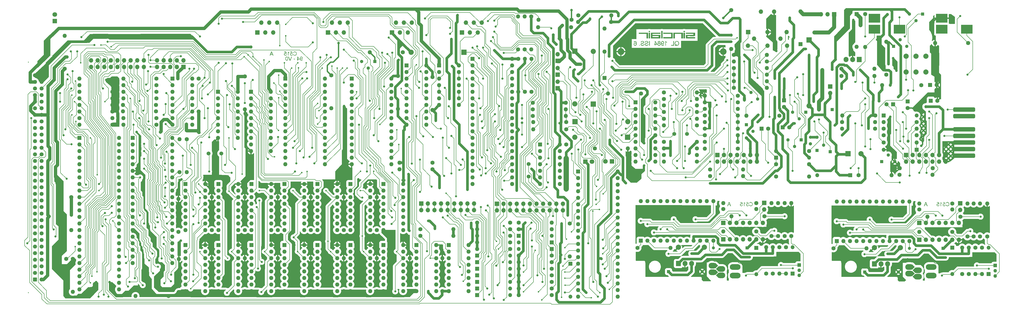
<source format=gbr>
%TF.GenerationSoftware,KiCad,Pcbnew,8.0.6+1*%
%TF.CreationDate,2024-12-23T15:37:46+01:00*%
%TF.ProjectId,Issue_6,49737375-655f-4362-9e6b-696361645f70,0*%
%TF.SameCoordinates,Original*%
%TF.FileFunction,Copper,L2,Bot*%
%TF.FilePolarity,Positive*%
%FSLAX46Y46*%
G04 Gerber Fmt 4.6, Leading zero omitted, Abs format (unit mm)*
G04 Created by KiCad (PCBNEW 8.0.6+1) date 2024-12-23 15:37:46*
%MOMM*%
%LPD*%
G01*
G04 APERTURE LIST*
G04 Aperture macros list*
%AMRoundRect*
0 Rectangle with rounded corners*
0 $1 Rounding radius*
0 $2 $3 $4 $5 $6 $7 $8 $9 X,Y pos of 4 corners*
0 Add a 4 corners polygon primitive as box body*
4,1,4,$2,$3,$4,$5,$6,$7,$8,$9,$2,$3,0*
0 Add four circle primitives for the rounded corners*
1,1,$1+$1,$2,$3*
1,1,$1+$1,$4,$5*
1,1,$1+$1,$6,$7*
1,1,$1+$1,$8,$9*
0 Add four rect primitives between the rounded corners*
20,1,$1+$1,$2,$3,$4,$5,0*
20,1,$1+$1,$4,$5,$6,$7,0*
20,1,$1+$1,$6,$7,$8,$9,0*
20,1,$1+$1,$8,$9,$2,$3,0*%
%AMRotRect*
0 Rectangle, with rotation*
0 The origin of the aperture is its center*
0 $1 length*
0 $2 width*
0 $3 Rotation angle, in degrees counterclockwise*
0 Add horizontal line*
21,1,$1,$2,0,0,$3*%
G04 Aperture macros list end*
%TA.AperFunction,NonConductor*%
%ADD10C,0.000000*%
%TD*%
%ADD11C,0.187500*%
%TA.AperFunction,NonConductor*%
%ADD12C,0.187500*%
%TD*%
%ADD13C,0.300000*%
%TA.AperFunction,NonConductor*%
%ADD14C,0.300000*%
%TD*%
%TA.AperFunction,ConnectorPad*%
%ADD15RoundRect,0.500000X-3.750000X-0.350000X3.750000X-0.350000X3.750000X0.350000X-3.750000X0.350000X0*%
%TD*%
%TA.AperFunction,ComponentPad*%
%ADD16R,1.600000X1.600000*%
%TD*%
%TA.AperFunction,ComponentPad*%
%ADD17O,1.600000X1.600000*%
%TD*%
%TA.AperFunction,ComponentPad*%
%ADD18R,1.700000X1.700000*%
%TD*%
%TA.AperFunction,ComponentPad*%
%ADD19O,1.700000X1.700000*%
%TD*%
%TA.AperFunction,ComponentPad*%
%ADD20R,4.500000X3.500000*%
%TD*%
%TA.AperFunction,ComponentPad*%
%ADD21R,1.905000X2.000000*%
%TD*%
%TA.AperFunction,ComponentPad*%
%ADD22O,1.905000X2.000000*%
%TD*%
%TA.AperFunction,ComponentPad*%
%ADD23C,1.600000*%
%TD*%
%TA.AperFunction,ComponentPad*%
%ADD24R,1.200000X1.200000*%
%TD*%
%TA.AperFunction,ComponentPad*%
%ADD25C,1.200000*%
%TD*%
%TA.AperFunction,ComponentPad*%
%ADD26R,1.500000X1.500000*%
%TD*%
%TA.AperFunction,ComponentPad*%
%ADD27O,1.500000X1.500000*%
%TD*%
%TA.AperFunction,ComponentPad*%
%ADD28R,1.350000X1.350000*%
%TD*%
%TA.AperFunction,ComponentPad*%
%ADD29O,1.350000X1.350000*%
%TD*%
%TA.AperFunction,ComponentPad*%
%ADD30RotRect,1.500000X1.500000X45.000000*%
%TD*%
%TA.AperFunction,ComponentPad*%
%ADD31RoundRect,1.100000X0.400000X0.000010X-0.400000X0.000010X-0.400000X-0.000010X0.400000X-0.000010X0*%
%TD*%
%TA.AperFunction,ComponentPad*%
%ADD32RoundRect,1.100000X-0.400000X-0.000010X0.400000X-0.000010X0.400000X0.000010X-0.400000X0.000010X0*%
%TD*%
%TA.AperFunction,ComponentPad*%
%ADD33R,1.300000X1.300000*%
%TD*%
%TA.AperFunction,ComponentPad*%
%ADD34C,1.300000*%
%TD*%
%TA.AperFunction,ComponentPad*%
%ADD35R,2.000000X2.000000*%
%TD*%
%TA.AperFunction,ComponentPad*%
%ADD36O,2.000000X2.000000*%
%TD*%
%TA.AperFunction,ComponentPad*%
%ADD37C,1.000000*%
%TD*%
%TA.AperFunction,ComponentPad*%
%ADD38RoundRect,1.100000X-0.975000X-0.000010X0.975000X-0.000010X0.975000X0.000010X-0.975000X0.000010X0*%
%TD*%
%TA.AperFunction,ComponentPad*%
%ADD39R,1.800000X1.800000*%
%TD*%
%TA.AperFunction,ComponentPad*%
%ADD40C,1.800000*%
%TD*%
%TA.AperFunction,ComponentPad*%
%ADD41C,2.000000*%
%TD*%
%TA.AperFunction,ComponentPad*%
%ADD42C,1.500000*%
%TD*%
%TA.AperFunction,ComponentPad*%
%ADD43RoundRect,0.249999X-0.525001X0.525001X-0.525001X-0.525001X0.525001X-0.525001X0.525001X0.525001X0*%
%TD*%
%TA.AperFunction,ComponentPad*%
%ADD44C,1.550000*%
%TD*%
%TA.AperFunction,ComponentPad*%
%ADD45O,2.500000X2.600000*%
%TD*%
%TA.AperFunction,ComponentPad*%
%ADD46O,2.500000X2.500000*%
%TD*%
%TA.AperFunction,ViaPad*%
%ADD47C,0.800000*%
%TD*%
%TA.AperFunction,ViaPad*%
%ADD48C,0.600000*%
%TD*%
%TA.AperFunction,ViaPad*%
%ADD49C,1.000000*%
%TD*%
%TA.AperFunction,ViaPad*%
%ADD50C,1.200000*%
%TD*%
%TA.AperFunction,Conductor*%
%ADD51C,1.500000*%
%TD*%
%TA.AperFunction,Conductor*%
%ADD52C,0.500000*%
%TD*%
%TA.AperFunction,Conductor*%
%ADD53C,0.200000*%
%TD*%
%TA.AperFunction,Conductor*%
%ADD54C,1.000000*%
%TD*%
%TA.AperFunction,Conductor*%
%ADD55C,1.250000*%
%TD*%
%TA.AperFunction,Conductor*%
%ADD56C,0.250000*%
%TD*%
%TA.AperFunction,Conductor*%
%ADD57C,2.000000*%
%TD*%
%ADD58C,0.350000*%
%ADD59C,0.300000*%
G04 APERTURE END LIST*
D10*
%TA.AperFunction,NonConductor*%
G36*
X265377149Y-103886000D02*
G01*
X264817087Y-103886000D01*
X264817087Y-101661533D01*
X265377149Y-101661533D01*
X265377149Y-103886000D01*
G37*
%TD.AperFunction*%
%TA.AperFunction,NonConductor*%
G36*
X265377150Y-101417003D02*
G01*
X264817087Y-101417003D01*
X264817087Y-101019896D01*
X265377150Y-101019896D01*
X265377150Y-101417003D01*
G37*
%TD.AperFunction*%
%TA.AperFunction,NonConductor*%
G36*
X278014050Y-103886000D02*
G01*
X277367217Y-103886000D01*
X277367217Y-102097673D01*
X274906098Y-102097673D01*
X274906098Y-103886000D01*
X274338147Y-103886000D01*
X274338147Y-101661533D01*
X278014050Y-101661533D01*
X278014050Y-103886000D01*
G37*
%TD.AperFunction*%
%TA.AperFunction,NonConductor*%
G36*
X282692659Y-102986747D02*
G01*
X281763312Y-103004297D01*
X279765235Y-102986747D01*
X279765235Y-103407515D01*
X282692659Y-103407515D01*
X282692659Y-103886001D01*
X279103994Y-103886001D01*
X279103994Y-102513455D01*
X282053581Y-102513455D01*
X282053581Y-102097674D01*
X279103994Y-102097674D01*
X279103994Y-101661534D01*
X282692659Y-101661534D01*
X282692659Y-102986747D01*
G37*
%TD.AperFunction*%
%TA.AperFunction,NonConductor*%
G36*
X270196841Y-103886000D02*
G01*
X269621003Y-103886000D01*
X269621003Y-101019897D01*
X270196841Y-101019897D01*
X270196841Y-103886000D01*
G37*
%TD.AperFunction*%
%TA.AperFunction,NonConductor*%
G36*
X269297587Y-102097673D02*
G01*
X266315846Y-102097673D01*
X266315846Y-102513455D01*
X269297586Y-102513455D01*
X269302446Y-103099598D01*
X269297586Y-103886000D01*
X266315846Y-103886000D01*
X265701035Y-103886000D01*
X265701035Y-103407515D01*
X265701035Y-102986756D01*
X266315846Y-102986756D01*
X266315846Y-103407515D01*
X268619202Y-103407515D01*
X268619202Y-102986756D01*
X266315846Y-102986756D01*
X265701035Y-102986756D01*
X265701035Y-101661533D01*
X269297587Y-101661533D01*
X269297587Y-102097673D01*
G37*
%TD.AperFunction*%
%TA.AperFunction,NonConductor*%
G36*
X264541000Y-103886000D02*
G01*
X263973050Y-103886000D01*
X263973050Y-102097673D01*
X261008676Y-102097673D01*
X261008676Y-101661533D01*
X264541000Y-101661533D01*
X264541000Y-103886000D01*
G37*
%TD.AperFunction*%
%TA.AperFunction,NonConductor*%
G36*
X278815635Y-103886000D02*
G01*
X278254641Y-103886000D01*
X278254641Y-101661534D01*
X278815635Y-101661534D01*
X278815635Y-103886000D01*
G37*
%TD.AperFunction*%
%TA.AperFunction,NonConductor*%
G36*
X274026408Y-103886000D02*
G01*
X270425618Y-103885981D01*
X270425599Y-103407514D01*
X273462558Y-103407514D01*
X273462558Y-102097673D01*
X270425599Y-102097673D01*
X270425599Y-101661533D01*
X274026408Y-101661533D01*
X274026408Y-103886000D01*
G37*
%TD.AperFunction*%
%TA.AperFunction,NonConductor*%
G36*
X278815635Y-101417003D02*
G01*
X278254641Y-101417003D01*
X278254641Y-101019896D01*
X278815635Y-101019896D01*
X278815635Y-101417003D01*
G37*
%TD.AperFunction*%
D11*
D12*
G36*
X128172490Y-109948246D02*
G01*
X127972455Y-109997705D01*
X127994598Y-110073223D01*
X128021642Y-110142927D01*
X128060566Y-110218897D01*
X128106547Y-110286496D01*
X128159587Y-110345722D01*
X128198868Y-110380556D01*
X128262568Y-110425378D01*
X128331395Y-110460927D01*
X128405347Y-110487202D01*
X128484426Y-110504204D01*
X128568631Y-110511932D01*
X128597839Y-110512447D01*
X128671976Y-110510005D01*
X128755060Y-110500628D01*
X128831731Y-110484219D01*
X128901987Y-110460778D01*
X128975845Y-110424541D01*
X128995344Y-110412429D01*
X129058694Y-110364394D01*
X129115067Y-110307804D01*
X129164462Y-110242658D01*
X129206880Y-110168957D01*
X129227986Y-110123002D01*
X129255128Y-110050856D01*
X129276655Y-109976754D01*
X129292566Y-109900693D01*
X129302861Y-109822674D01*
X129307541Y-109742698D01*
X129307853Y-109715605D01*
X129304684Y-109628716D01*
X129295179Y-109546104D01*
X129279337Y-109467768D01*
X129257157Y-109393708D01*
X129228641Y-109323924D01*
X129217727Y-109301613D01*
X129174651Y-109228423D01*
X129124282Y-109163368D01*
X129066619Y-109106447D01*
X129001664Y-109057660D01*
X128961272Y-109033434D01*
X128886765Y-108997603D01*
X128809102Y-108970573D01*
X128728284Y-108952343D01*
X128644310Y-108942914D01*
X128594908Y-108941477D01*
X128512403Y-108945637D01*
X128434973Y-108958118D01*
X128362617Y-108978919D01*
X128295337Y-109008041D01*
X128223256Y-109052532D01*
X128213523Y-109059812D01*
X128150371Y-109116195D01*
X128096195Y-109181799D01*
X128056902Y-109245370D01*
X128024204Y-109315716D01*
X127998101Y-109392838D01*
X128195205Y-109438267D01*
X128224376Y-109362979D01*
X128264311Y-109291418D01*
X128311780Y-109233767D01*
X128347612Y-109203061D01*
X128415132Y-109164035D01*
X128492670Y-109139462D01*
X128571019Y-109129706D01*
X128598938Y-109129055D01*
X128672481Y-109132982D01*
X128749790Y-109147087D01*
X128819908Y-109171451D01*
X128890198Y-109211121D01*
X128950460Y-109261511D01*
X128999768Y-109320768D01*
X129038121Y-109388894D01*
X129054695Y-109430573D01*
X129077541Y-109508755D01*
X129092910Y-109588327D01*
X129100802Y-109669291D01*
X129101956Y-109714872D01*
X129099274Y-109795139D01*
X129091227Y-109870849D01*
X129075462Y-109951792D01*
X129052690Y-110026782D01*
X129045903Y-110044600D01*
X129013823Y-110110660D01*
X128968482Y-110174303D01*
X128913346Y-110226644D01*
X128871147Y-110255259D01*
X128803018Y-110288908D01*
X128731759Y-110311545D01*
X128657371Y-110323169D01*
X128614692Y-110324868D01*
X128533863Y-110318938D01*
X128459536Y-110301146D01*
X128391713Y-110271494D01*
X128330393Y-110229980D01*
X128276835Y-110176788D01*
X128232665Y-110112102D01*
X128197884Y-110035921D01*
X128175151Y-109959834D01*
X128172490Y-109948246D01*
G37*
G36*
X127810156Y-110090395D02*
G01*
X127615250Y-110066948D01*
X127596159Y-110141094D01*
X127562266Y-110208274D01*
X127514866Y-110260388D01*
X127451205Y-110299681D01*
X127378373Y-110320838D01*
X127324723Y-110324868D01*
X127244960Y-110315781D01*
X127173283Y-110288518D01*
X127109692Y-110243080D01*
X127097944Y-110231812D01*
X127049064Y-110167483D01*
X127020551Y-110099432D01*
X127006702Y-110021759D01*
X127005254Y-109984150D01*
X127012325Y-109906615D01*
X127036768Y-109831954D01*
X127078671Y-109769386D01*
X127094646Y-109752974D01*
X127155690Y-109708345D01*
X127227539Y-109680245D01*
X127301441Y-109669087D01*
X127328020Y-109668344D01*
X127403194Y-109674585D01*
X127476266Y-109695123D01*
X127489953Y-109700950D01*
X127554159Y-109738411D01*
X127603160Y-109785580D01*
X127777183Y-109762133D01*
X127631004Y-108988371D01*
X126879591Y-108988371D01*
X126879591Y-109175950D01*
X127482626Y-109175950D01*
X127563959Y-109589209D01*
X127503845Y-109546954D01*
X127433554Y-109511371D01*
X127361570Y-109489343D01*
X127287890Y-109480871D01*
X127278561Y-109480765D01*
X127194970Y-109487357D01*
X127117305Y-109507132D01*
X127045565Y-109540090D01*
X126979751Y-109586232D01*
X126944803Y-109618518D01*
X126891699Y-109682411D01*
X126851638Y-109753878D01*
X126824620Y-109832918D01*
X126811843Y-109906695D01*
X126808516Y-109972426D01*
X126812715Y-110047667D01*
X126828227Y-110130466D01*
X126855170Y-110207901D01*
X126893543Y-110279971D01*
X126927951Y-110328166D01*
X126986215Y-110390792D01*
X127051925Y-110440462D01*
X127125079Y-110477174D01*
X127205678Y-110500929D01*
X127278530Y-110510827D01*
X127324723Y-110512447D01*
X127399406Y-110508390D01*
X127479796Y-110493401D01*
X127552928Y-110467367D01*
X127618802Y-110430289D01*
X127661412Y-110397042D01*
X127712983Y-110342798D01*
X127753896Y-110281367D01*
X127784150Y-110212748D01*
X127803744Y-110136941D01*
X127810156Y-110090395D01*
G37*
G36*
X125943530Y-110489000D02*
G01*
X126128910Y-110489000D01*
X126128910Y-109301247D01*
X126185067Y-109349383D01*
X126246863Y-109393599D01*
X126304765Y-109429840D01*
X126370589Y-109466799D01*
X126437954Y-109500263D01*
X126500037Y-109526194D01*
X126500037Y-109345943D01*
X126433792Y-109312253D01*
X126362677Y-109270144D01*
X126296463Y-109224188D01*
X126235148Y-109174386D01*
X126227829Y-109167890D01*
X126173836Y-109115912D01*
X126123275Y-109058422D01*
X126079741Y-108995768D01*
X126062965Y-108964924D01*
X125943530Y-108964924D01*
X125943530Y-110489000D01*
G37*
G36*
X125474217Y-110090395D02*
G01*
X125279311Y-110066948D01*
X125260220Y-110141094D01*
X125226327Y-110208274D01*
X125178928Y-110260388D01*
X125115266Y-110299681D01*
X125042434Y-110320838D01*
X124988785Y-110324868D01*
X124909022Y-110315781D01*
X124837344Y-110288518D01*
X124773753Y-110243080D01*
X124762005Y-110231812D01*
X124713126Y-110167483D01*
X124684612Y-110099432D01*
X124670763Y-110021759D01*
X124669315Y-109984150D01*
X124676386Y-109906615D01*
X124700829Y-109831954D01*
X124742732Y-109769386D01*
X124758708Y-109752974D01*
X124819752Y-109708345D01*
X124891601Y-109680245D01*
X124965503Y-109669087D01*
X124992082Y-109668344D01*
X125067255Y-109674585D01*
X125140328Y-109695123D01*
X125154015Y-109700950D01*
X125218220Y-109738411D01*
X125267221Y-109785580D01*
X125441244Y-109762133D01*
X125295065Y-108988371D01*
X124543652Y-108988371D01*
X124543652Y-109175950D01*
X125146688Y-109175950D01*
X125228020Y-109589209D01*
X125167906Y-109546954D01*
X125097616Y-109511371D01*
X125025631Y-109489343D01*
X124951952Y-109480871D01*
X124942623Y-109480765D01*
X124859032Y-109487357D01*
X124781367Y-109507132D01*
X124709627Y-109540090D01*
X124643813Y-109586232D01*
X124608865Y-109618518D01*
X124555761Y-109682411D01*
X124515700Y-109753878D01*
X124488682Y-109832918D01*
X124475905Y-109906695D01*
X124472577Y-109972426D01*
X124476776Y-110047667D01*
X124492289Y-110130466D01*
X124519232Y-110207901D01*
X124557605Y-110279971D01*
X124592012Y-110328166D01*
X124650277Y-110390792D01*
X124715986Y-110440462D01*
X124789140Y-110477174D01*
X124869739Y-110500929D01*
X124942592Y-110510827D01*
X124988785Y-110512447D01*
X125063467Y-110508390D01*
X125143857Y-110493401D01*
X125216989Y-110467367D01*
X125282864Y-110430289D01*
X125325473Y-110397042D01*
X125377045Y-110342798D01*
X125417957Y-110281367D01*
X125448211Y-110212748D01*
X125467806Y-110136941D01*
X125474217Y-110090395D01*
G37*
G36*
X120372595Y-110489000D02*
G01*
X120160470Y-110489000D01*
X119994507Y-110020053D01*
X119362895Y-110020053D01*
X119186674Y-110489000D01*
X118959161Y-110489000D01*
X119225401Y-109832475D01*
X119424810Y-109832475D01*
X119936988Y-109832475D01*
X119771025Y-109420681D01*
X119755129Y-109376267D01*
X119729491Y-109298665D01*
X119707679Y-109224077D01*
X119689692Y-109152503D01*
X119664096Y-109226784D01*
X119638416Y-109298214D01*
X119612152Y-109369468D01*
X119582347Y-109448891D01*
X119424810Y-109832475D01*
X119225401Y-109832475D01*
X119577218Y-108964924D01*
X119792640Y-108964924D01*
X120372595Y-110489000D01*
G37*
D11*
D12*
G36*
X379378490Y-167987246D02*
G01*
X379178455Y-168036705D01*
X379200598Y-168112223D01*
X379227642Y-168181927D01*
X379266566Y-168257897D01*
X379312547Y-168325496D01*
X379365587Y-168384722D01*
X379404868Y-168419556D01*
X379468568Y-168464378D01*
X379537395Y-168499927D01*
X379611347Y-168526202D01*
X379690426Y-168543204D01*
X379774631Y-168550932D01*
X379803839Y-168551447D01*
X379877976Y-168549005D01*
X379961060Y-168539628D01*
X380037731Y-168523219D01*
X380107987Y-168499778D01*
X380181845Y-168463541D01*
X380201344Y-168451429D01*
X380264694Y-168403394D01*
X380321067Y-168346804D01*
X380370462Y-168281658D01*
X380412880Y-168207957D01*
X380433986Y-168162002D01*
X380461128Y-168089856D01*
X380482655Y-168015754D01*
X380498566Y-167939693D01*
X380508861Y-167861674D01*
X380513541Y-167781698D01*
X380513853Y-167754605D01*
X380510684Y-167667716D01*
X380501179Y-167585104D01*
X380485337Y-167506768D01*
X380463157Y-167432708D01*
X380434641Y-167362924D01*
X380423727Y-167340613D01*
X380380651Y-167267423D01*
X380330282Y-167202368D01*
X380272619Y-167145447D01*
X380207664Y-167096660D01*
X380167272Y-167072434D01*
X380092765Y-167036603D01*
X380015102Y-167009573D01*
X379934284Y-166991343D01*
X379850310Y-166981914D01*
X379800908Y-166980477D01*
X379718403Y-166984637D01*
X379640973Y-166997118D01*
X379568617Y-167017919D01*
X379501337Y-167047041D01*
X379429256Y-167091532D01*
X379419523Y-167098812D01*
X379356371Y-167155195D01*
X379302195Y-167220799D01*
X379262902Y-167284370D01*
X379230204Y-167354716D01*
X379204101Y-167431838D01*
X379401205Y-167477267D01*
X379430376Y-167401979D01*
X379470311Y-167330418D01*
X379517780Y-167272767D01*
X379553612Y-167242061D01*
X379621132Y-167203035D01*
X379698670Y-167178462D01*
X379777019Y-167168706D01*
X379804938Y-167168055D01*
X379878481Y-167171982D01*
X379955790Y-167186087D01*
X380025908Y-167210451D01*
X380096198Y-167250121D01*
X380156460Y-167300511D01*
X380205768Y-167359768D01*
X380244121Y-167427894D01*
X380260695Y-167469573D01*
X380283541Y-167547755D01*
X380298910Y-167627327D01*
X380306802Y-167708291D01*
X380307956Y-167753872D01*
X380305274Y-167834139D01*
X380297227Y-167909849D01*
X380281462Y-167990792D01*
X380258690Y-168065782D01*
X380251903Y-168083600D01*
X380219823Y-168149660D01*
X380174482Y-168213303D01*
X380119346Y-168265644D01*
X380077147Y-168294259D01*
X380009018Y-168327908D01*
X379937759Y-168350545D01*
X379863371Y-168362169D01*
X379820692Y-168363868D01*
X379739863Y-168357938D01*
X379665536Y-168340146D01*
X379597713Y-168310494D01*
X379536393Y-168268980D01*
X379482835Y-168215788D01*
X379438665Y-168151102D01*
X379403884Y-168074921D01*
X379381151Y-167998834D01*
X379378490Y-167987246D01*
G37*
G36*
X379016156Y-168129395D02*
G01*
X378821250Y-168105948D01*
X378802159Y-168180094D01*
X378768266Y-168247274D01*
X378720866Y-168299388D01*
X378657205Y-168338681D01*
X378584373Y-168359838D01*
X378530723Y-168363868D01*
X378450960Y-168354781D01*
X378379283Y-168327518D01*
X378315692Y-168282080D01*
X378303944Y-168270812D01*
X378255064Y-168206483D01*
X378226551Y-168138432D01*
X378212702Y-168060759D01*
X378211254Y-168023150D01*
X378218325Y-167945615D01*
X378242768Y-167870954D01*
X378284671Y-167808386D01*
X378300646Y-167791974D01*
X378361690Y-167747345D01*
X378433539Y-167719245D01*
X378507441Y-167708087D01*
X378534020Y-167707344D01*
X378609194Y-167713585D01*
X378682266Y-167734123D01*
X378695953Y-167739950D01*
X378760159Y-167777411D01*
X378809160Y-167824580D01*
X378983183Y-167801133D01*
X378837004Y-167027371D01*
X378085591Y-167027371D01*
X378085591Y-167214950D01*
X378688626Y-167214950D01*
X378769959Y-167628209D01*
X378709845Y-167585954D01*
X378639554Y-167550371D01*
X378567570Y-167528343D01*
X378493890Y-167519871D01*
X378484561Y-167519765D01*
X378400970Y-167526357D01*
X378323305Y-167546132D01*
X378251565Y-167579090D01*
X378185751Y-167625232D01*
X378150803Y-167657518D01*
X378097699Y-167721411D01*
X378057638Y-167792878D01*
X378030620Y-167871918D01*
X378017843Y-167945695D01*
X378014516Y-168011426D01*
X378018715Y-168086667D01*
X378034227Y-168169466D01*
X378061170Y-168246901D01*
X378099543Y-168318971D01*
X378133951Y-168367166D01*
X378192215Y-168429792D01*
X378257925Y-168479462D01*
X378331079Y-168516174D01*
X378411678Y-168539929D01*
X378484530Y-168549827D01*
X378530723Y-168551447D01*
X378605406Y-168547390D01*
X378685796Y-168532401D01*
X378758928Y-168506367D01*
X378824802Y-168469289D01*
X378867412Y-168436042D01*
X378918983Y-168381798D01*
X378959896Y-168320367D01*
X378990150Y-168251748D01*
X379009744Y-168175941D01*
X379016156Y-168129395D01*
G37*
G36*
X377149530Y-168528000D02*
G01*
X377334910Y-168528000D01*
X377334910Y-167340247D01*
X377391067Y-167388383D01*
X377452863Y-167432599D01*
X377510765Y-167468840D01*
X377576589Y-167505799D01*
X377643954Y-167539263D01*
X377706037Y-167565194D01*
X377706037Y-167384943D01*
X377639792Y-167351253D01*
X377568677Y-167309144D01*
X377502463Y-167263188D01*
X377441148Y-167213386D01*
X377433829Y-167206890D01*
X377379836Y-167154912D01*
X377329275Y-167097422D01*
X377285741Y-167034768D01*
X377268965Y-167003924D01*
X377149530Y-167003924D01*
X377149530Y-168528000D01*
G37*
G36*
X376680217Y-168129395D02*
G01*
X376485311Y-168105948D01*
X376466220Y-168180094D01*
X376432327Y-168247274D01*
X376384928Y-168299388D01*
X376321266Y-168338681D01*
X376248434Y-168359838D01*
X376194785Y-168363868D01*
X376115022Y-168354781D01*
X376043344Y-168327518D01*
X375979753Y-168282080D01*
X375968005Y-168270812D01*
X375919126Y-168206483D01*
X375890612Y-168138432D01*
X375876763Y-168060759D01*
X375875315Y-168023150D01*
X375882386Y-167945615D01*
X375906829Y-167870954D01*
X375948732Y-167808386D01*
X375964708Y-167791974D01*
X376025752Y-167747345D01*
X376097601Y-167719245D01*
X376171503Y-167708087D01*
X376198082Y-167707344D01*
X376273255Y-167713585D01*
X376346328Y-167734123D01*
X376360015Y-167739950D01*
X376424220Y-167777411D01*
X376473221Y-167824580D01*
X376647244Y-167801133D01*
X376501065Y-167027371D01*
X375749652Y-167027371D01*
X375749652Y-167214950D01*
X376352688Y-167214950D01*
X376434020Y-167628209D01*
X376373906Y-167585954D01*
X376303616Y-167550371D01*
X376231631Y-167528343D01*
X376157952Y-167519871D01*
X376148623Y-167519765D01*
X376065032Y-167526357D01*
X375987367Y-167546132D01*
X375915627Y-167579090D01*
X375849813Y-167625232D01*
X375814865Y-167657518D01*
X375761761Y-167721411D01*
X375721700Y-167792878D01*
X375694682Y-167871918D01*
X375681905Y-167945695D01*
X375678577Y-168011426D01*
X375682776Y-168086667D01*
X375698289Y-168169466D01*
X375725232Y-168246901D01*
X375763605Y-168318971D01*
X375798012Y-168367166D01*
X375856277Y-168429792D01*
X375921986Y-168479462D01*
X375995140Y-168516174D01*
X376075739Y-168539929D01*
X376148592Y-168549827D01*
X376194785Y-168551447D01*
X376269467Y-168547390D01*
X376349857Y-168532401D01*
X376422989Y-168506367D01*
X376488864Y-168469289D01*
X376531473Y-168436042D01*
X376583045Y-168381798D01*
X376623957Y-168320367D01*
X376654211Y-168251748D01*
X376673806Y-168175941D01*
X376680217Y-168129395D01*
G37*
G36*
X372161847Y-168528000D02*
G01*
X371949722Y-168528000D01*
X371783759Y-168059053D01*
X371152147Y-168059053D01*
X370975926Y-168528000D01*
X370748413Y-168528000D01*
X371014653Y-167871475D01*
X371214062Y-167871475D01*
X371726240Y-167871475D01*
X371560277Y-167459681D01*
X371544380Y-167415267D01*
X371518743Y-167337665D01*
X371496931Y-167263077D01*
X371478944Y-167191503D01*
X371453348Y-167265784D01*
X371427668Y-167337214D01*
X371401404Y-167408468D01*
X371371599Y-167487891D01*
X371214062Y-167871475D01*
X371014653Y-167871475D01*
X371366470Y-167003924D01*
X371581892Y-167003924D01*
X372161847Y-168528000D01*
G37*
D11*
D12*
G36*
X131186490Y-110872122D02*
G01*
X131268621Y-110886548D01*
X131344230Y-110914437D01*
X131413318Y-110955791D01*
X131475884Y-111010608D01*
X131528702Y-111076452D01*
X131568548Y-111150887D01*
X131592376Y-111221525D01*
X131606673Y-111298474D01*
X131611438Y-111381735D01*
X131608272Y-111449453D01*
X131596113Y-111525119D01*
X131570403Y-111605679D01*
X131532280Y-111677930D01*
X131481745Y-111741871D01*
X131448332Y-111773813D01*
X131385533Y-111819464D01*
X131317229Y-111852072D01*
X131243421Y-111871637D01*
X131164108Y-111878159D01*
X131095579Y-111872792D01*
X131023751Y-111854492D01*
X130955646Y-111823204D01*
X130910011Y-111793460D01*
X130851089Y-111741030D01*
X130803605Y-111679223D01*
X130802506Y-111716592D01*
X130805225Y-111787575D01*
X130814497Y-111863012D01*
X130830350Y-111935678D01*
X130837523Y-111960825D01*
X130863759Y-112033145D01*
X130899593Y-112098710D01*
X130943213Y-112149462D01*
X131005106Y-112194331D01*
X131009134Y-112196517D01*
X131079327Y-112222060D01*
X131154949Y-112229868D01*
X131179306Y-112229004D01*
X131255812Y-112212364D01*
X131318713Y-112174547D01*
X131351326Y-112137862D01*
X131384710Y-112072268D01*
X131405175Y-111995395D01*
X131583595Y-112018842D01*
X131582088Y-112030598D01*
X131566650Y-112108258D01*
X131538532Y-112187095D01*
X131499239Y-112255354D01*
X131448773Y-112313033D01*
X131441680Y-112319457D01*
X131380377Y-112363506D01*
X131310968Y-112394504D01*
X131233453Y-112412450D01*
X131158979Y-112417447D01*
X131078287Y-112411837D01*
X131002907Y-112395007D01*
X130932840Y-112366957D01*
X130868085Y-112327688D01*
X130860383Y-112321975D01*
X130803093Y-112270500D01*
X130753496Y-112208768D01*
X130711593Y-112136777D01*
X130681240Y-112065371D01*
X130663086Y-112008681D01*
X130645363Y-111933050D01*
X130632071Y-111849124D01*
X130624379Y-111772849D01*
X130619763Y-111690814D01*
X130618225Y-111603019D01*
X130618472Y-111568638D01*
X130621258Y-111487194D01*
X130627138Y-111412189D01*
X130631902Y-111377339D01*
X130824122Y-111377339D01*
X130824446Y-111395498D01*
X130833949Y-111471017D01*
X130859938Y-111543030D01*
X130907286Y-111607782D01*
X130969665Y-111654922D01*
X131042953Y-111682494D01*
X131119045Y-111690580D01*
X131194987Y-111682494D01*
X131269349Y-111654922D01*
X131334101Y-111607782D01*
X131383535Y-111544718D01*
X131412450Y-111469880D01*
X131420929Y-111391627D01*
X131420124Y-111364358D01*
X131408049Y-111288346D01*
X131377638Y-111214086D01*
X131329338Y-111150559D01*
X131323560Y-111144834D01*
X131262394Y-111097579D01*
X131188004Y-111066590D01*
X131113916Y-111057503D01*
X131042439Y-111065946D01*
X130971666Y-111094739D01*
X130909118Y-111143965D01*
X130893928Y-111160708D01*
X130854086Y-111224192D01*
X130830845Y-111299482D01*
X130824122Y-111377339D01*
X130631902Y-111377339D01*
X130638279Y-111330684D01*
X130656910Y-111247317D01*
X130681606Y-111176571D01*
X130707435Y-111123724D01*
X130748284Y-111060675D01*
X130802998Y-110999872D01*
X130866986Y-110949792D01*
X130905737Y-110926783D01*
X130978644Y-110895195D01*
X131055609Y-110876242D01*
X131136630Y-110869924D01*
X131186490Y-110872122D01*
G37*
G36*
X130504286Y-111854711D02*
G01*
X130504286Y-112042290D01*
X129848860Y-112042290D01*
X129848860Y-112394000D01*
X129663480Y-112394000D01*
X129663480Y-112042290D01*
X129459415Y-112042290D01*
X129459415Y-111854711D01*
X129663480Y-111854711D01*
X129848860Y-111854711D01*
X130321836Y-111854711D01*
X129848860Y-111195256D01*
X129848860Y-111854711D01*
X129663480Y-111854711D01*
X129663480Y-110893371D01*
X129814788Y-110893371D01*
X130504286Y-111854711D01*
G37*
G36*
X128712764Y-111948501D02*
G01*
X128712764Y-111760922D01*
X128143068Y-111760922D01*
X128143068Y-111948501D01*
X128712764Y-111948501D01*
G37*
G36*
X126902925Y-112394000D02*
G01*
X127488375Y-110869924D01*
X127271854Y-110869924D01*
X126879478Y-111970116D01*
X126853933Y-112043207D01*
X126830881Y-112113689D01*
X126808191Y-112188944D01*
X126799976Y-112218145D01*
X126776921Y-112140714D01*
X126754336Y-112070966D01*
X126730012Y-112001160D01*
X126718644Y-111970116D01*
X126310514Y-110869924D01*
X126106449Y-110869924D01*
X126697761Y-112394000D01*
X126902925Y-112394000D01*
G37*
G36*
X125577921Y-110873054D02*
G01*
X125651595Y-110886964D01*
X125726102Y-110915915D01*
X125791742Y-110958951D01*
X125842644Y-111007998D01*
X125886905Y-111066479D01*
X125924526Y-111134393D01*
X125955507Y-111211742D01*
X125965328Y-111243369D01*
X125984487Y-111324327D01*
X125996723Y-111401702D01*
X126005095Y-111486444D01*
X126009120Y-111562690D01*
X126010461Y-111644052D01*
X126009148Y-111722055D01*
X126005206Y-111795873D01*
X125995864Y-111887784D01*
X125981851Y-111972254D01*
X125963166Y-112049282D01*
X125939810Y-112118869D01*
X125904047Y-112195386D01*
X125860985Y-112260277D01*
X125810976Y-112313690D01*
X125744298Y-112362038D01*
X125668644Y-112395345D01*
X125596653Y-112411921D01*
X125518068Y-112417447D01*
X125457841Y-112414304D01*
X125383790Y-112400336D01*
X125309021Y-112371266D01*
X125243295Y-112328054D01*
X125192278Y-112278709D01*
X125148040Y-112220068D01*
X125110579Y-112152130D01*
X125079896Y-112074896D01*
X125070141Y-112043220D01*
X125051109Y-111962296D01*
X125038955Y-111885120D01*
X125030639Y-111800730D01*
X125026641Y-111724895D01*
X125025308Y-111644052D01*
X125025311Y-111643685D01*
X125215817Y-111643685D01*
X125217180Y-111727949D01*
X125221267Y-111804886D01*
X125230208Y-111890752D01*
X125243406Y-111965170D01*
X125264864Y-112039359D01*
X125303012Y-112112632D01*
X125319715Y-112133583D01*
X125374075Y-112184073D01*
X125441953Y-112218419D01*
X125517702Y-112229868D01*
X125541318Y-112228844D01*
X125614877Y-112210641D01*
X125680494Y-112169682D01*
X125732757Y-112113364D01*
X125738122Y-112105830D01*
X125770905Y-112040183D01*
X125792363Y-111965943D01*
X125805562Y-111891404D01*
X125814502Y-111805344D01*
X125818590Y-111728201D01*
X125819952Y-111643685D01*
X125819858Y-111621852D01*
X125817609Y-111538853D01*
X125812359Y-111462792D01*
X125801579Y-111377473D01*
X125786113Y-111302995D01*
X125761366Y-111227930D01*
X125723965Y-111160085D01*
X125719151Y-111153773D01*
X125665470Y-111101681D01*
X125594768Y-111067520D01*
X125519900Y-111057503D01*
X125495956Y-111058527D01*
X125421538Y-111076730D01*
X125355421Y-111117689D01*
X125303012Y-111174006D01*
X125264864Y-111246913D01*
X125243406Y-111321067D01*
X125230208Y-111395614D01*
X125221267Y-111481752D01*
X125217180Y-111559010D01*
X125215817Y-111643685D01*
X125025311Y-111643685D01*
X125025607Y-111602620D01*
X125028003Y-111524645D01*
X125033826Y-111441910D01*
X125044473Y-111358219D01*
X125059380Y-111286114D01*
X125063739Y-111269649D01*
X125085835Y-111199488D01*
X125115144Y-111129078D01*
X125153169Y-111060800D01*
X125185043Y-111017180D01*
X125240410Y-110961967D01*
X125304844Y-110919017D01*
X125365022Y-110893128D01*
X125437995Y-110875725D01*
X125518068Y-110869924D01*
X125577921Y-110873054D01*
G37*
D11*
D12*
G36*
X275748359Y-104876406D02*
G01*
X275832843Y-104886731D01*
X275927388Y-104908564D01*
X276017605Y-104940937D01*
X276103494Y-104983849D01*
X276161161Y-105020719D01*
X276234715Y-105080582D01*
X276299893Y-105150062D01*
X276356695Y-105229161D01*
X276398716Y-105304615D01*
X276411241Y-105331124D01*
X276443968Y-105412811D01*
X276469422Y-105497736D01*
X276487603Y-105585900D01*
X276498512Y-105677303D01*
X276502148Y-105771945D01*
X276501746Y-105804037D01*
X276495710Y-105897859D01*
X276482431Y-105988001D01*
X276461909Y-106074462D01*
X276434143Y-106157243D01*
X276399135Y-106236344D01*
X276372014Y-106286313D01*
X276317971Y-106366863D01*
X276255553Y-106438636D01*
X276184758Y-106501633D01*
X276105588Y-106555853D01*
X276032450Y-106594420D01*
X275943252Y-106629329D01*
X275849886Y-106653377D01*
X275766541Y-106665346D01*
X275680134Y-106669336D01*
X275622764Y-106667818D01*
X275525391Y-106657856D01*
X275431865Y-106638597D01*
X275342186Y-106610040D01*
X275256354Y-106572185D01*
X275210069Y-106605574D01*
X275129006Y-106658431D01*
X275047864Y-106704195D01*
X274966641Y-106742866D01*
X274885338Y-106774443D01*
X274818337Y-106615316D01*
X274886908Y-106582942D01*
X274967805Y-106536697D01*
X275043050Y-106486858D01*
X275111465Y-106436508D01*
X275050249Y-106371157D01*
X274997250Y-106300308D01*
X274952469Y-106223964D01*
X274915907Y-106142124D01*
X274904307Y-106110028D01*
X274878953Y-106020768D01*
X274863424Y-105938286D01*
X274854106Y-105851715D01*
X274851316Y-105770270D01*
X275086759Y-105770270D01*
X275087545Y-105814735D01*
X275096397Y-105919700D01*
X275115083Y-106015811D01*
X275143605Y-106103068D01*
X275181961Y-106181472D01*
X275230153Y-106251023D01*
X275288180Y-106311720D01*
X275296282Y-106304916D01*
X275365959Y-106254312D01*
X275444272Y-106210513D01*
X275531223Y-106173518D01*
X275614389Y-106146730D01*
X275669665Y-106312976D01*
X275596481Y-106334838D01*
X275518624Y-106367671D01*
X275443537Y-106409708D01*
X275498630Y-106429494D01*
X275584507Y-106448574D01*
X275674271Y-106454934D01*
X275706311Y-106454243D01*
X275798091Y-106443889D01*
X275883365Y-106421109D01*
X275962132Y-106385905D01*
X276034392Y-106338274D01*
X276100144Y-106278219D01*
X276148158Y-106219254D01*
X276195032Y-106138618D01*
X276230188Y-106047205D01*
X276250533Y-105962796D01*
X276262740Y-105870903D01*
X276266808Y-105771526D01*
X276264178Y-105689058D01*
X276253493Y-105593407D01*
X276234587Y-105506017D01*
X276201051Y-105412052D01*
X276155678Y-105329983D01*
X276098469Y-105259809D01*
X276077085Y-105239018D01*
X276008830Y-105184695D01*
X275934421Y-105142443D01*
X275853858Y-105112263D01*
X275767141Y-105094155D01*
X275674271Y-105088119D01*
X275621818Y-105090195D01*
X275531474Y-105104390D01*
X275446364Y-105132034D01*
X275366487Y-105173126D01*
X275325180Y-105201247D01*
X275258968Y-105260366D01*
X275203224Y-105330417D01*
X275157947Y-105411398D01*
X275153567Y-105421028D01*
X275123535Y-105501749D01*
X275102401Y-105589014D01*
X275090165Y-105682821D01*
X275086759Y-105770270D01*
X274851316Y-105770270D01*
X274851000Y-105761058D01*
X274851394Y-105729383D01*
X274857307Y-105636792D01*
X274870317Y-105547853D01*
X274890422Y-105462564D01*
X274917623Y-105380927D01*
X274951920Y-105302940D01*
X274978478Y-105253573D01*
X275031851Y-105173950D01*
X275094000Y-105102944D01*
X275164926Y-105040554D01*
X275244629Y-104986781D01*
X275318214Y-104948357D01*
X275408268Y-104913576D01*
X275502850Y-104889617D01*
X275587525Y-104877692D01*
X275675527Y-104873717D01*
X275748359Y-104876406D01*
G37*
G36*
X274563316Y-106642536D02*
G01*
X274563316Y-104900517D01*
X274334676Y-104900517D01*
X274334676Y-106428133D01*
X273484604Y-106428133D01*
X273484604Y-106642536D01*
X274563316Y-106642536D01*
G37*
G36*
X271263531Y-106642536D02*
G01*
X271475421Y-106642536D01*
X271475421Y-105284934D01*
X271539608Y-105339954D01*
X271610241Y-105390493D01*
X271676423Y-105431917D01*
X271751660Y-105474160D01*
X271828658Y-105512409D01*
X271899619Y-105542049D01*
X271899619Y-105336022D01*
X271823901Y-105297514D01*
X271742617Y-105249384D01*
X271666934Y-105196856D01*
X271596851Y-105139932D01*
X271588485Y-105132507D01*
X271526771Y-105073096D01*
X271468980Y-105007386D01*
X271419220Y-104935772D01*
X271400045Y-104900517D01*
X271263531Y-104900517D01*
X271263531Y-106642536D01*
G37*
G36*
X270241391Y-104903030D02*
G01*
X270335267Y-104919518D01*
X270421688Y-104951396D01*
X270500655Y-104998663D01*
X270572168Y-105061319D01*
X270632540Y-105136579D01*
X270678083Y-105221658D01*
X270705319Y-105302397D01*
X270721660Y-105390350D01*
X270727107Y-105485517D01*
X270723488Y-105562919D01*
X270709590Y-105649405D01*
X270680203Y-105741486D01*
X270636629Y-105824068D01*
X270578868Y-105897153D01*
X270540676Y-105933663D01*
X270468897Y-105985842D01*
X270390826Y-106023113D01*
X270306463Y-106045475D01*
X270215808Y-106052929D01*
X270137480Y-106046795D01*
X270055380Y-106025878D01*
X269977537Y-105990116D01*
X269925376Y-105956119D01*
X269858028Y-105896191D01*
X269803754Y-105825546D01*
X269802497Y-105868259D01*
X269805605Y-105949392D01*
X269816203Y-106035616D01*
X269834323Y-106118674D01*
X269842521Y-106147417D01*
X269872510Y-106230079D01*
X269913467Y-106305019D01*
X269963325Y-106363030D01*
X270034069Y-106414314D01*
X270038673Y-106416813D01*
X270118904Y-106446008D01*
X270205339Y-106454934D01*
X270233180Y-106453946D01*
X270320626Y-106434927D01*
X270392522Y-106391702D01*
X270429798Y-106349770D01*
X270467957Y-106274797D01*
X270491348Y-106186931D01*
X270695282Y-106213731D01*
X270693559Y-106227168D01*
X270675914Y-106315933D01*
X270643775Y-106406044D01*
X270598863Y-106484063D01*
X270541180Y-106549991D01*
X270533073Y-106557333D01*
X270463003Y-106607682D01*
X270383669Y-106643113D01*
X270295070Y-106663625D01*
X270209945Y-106669336D01*
X270117715Y-106662924D01*
X270031556Y-106643687D01*
X269951469Y-106611626D01*
X269877454Y-106566741D01*
X269868651Y-106560211D01*
X269803168Y-106501376D01*
X269746479Y-106430816D01*
X269698584Y-106348531D01*
X269663890Y-106266913D01*
X269643140Y-106202116D01*
X269622883Y-106115670D01*
X269607690Y-106019742D01*
X269598898Y-105932560D01*
X269593622Y-105838795D01*
X269591864Y-105738445D01*
X269592147Y-105699147D01*
X269595331Y-105606056D01*
X269602051Y-105520326D01*
X269607496Y-105480492D01*
X269827204Y-105480492D01*
X269827575Y-105501248D01*
X269838436Y-105587566D01*
X269868142Y-105669877D01*
X269922261Y-105743889D01*
X269993560Y-105797770D01*
X270077328Y-105829285D01*
X270164301Y-105838527D01*
X270251103Y-105829285D01*
X270336099Y-105797770D01*
X270410110Y-105743889D01*
X270466614Y-105671807D01*
X270499663Y-105586267D01*
X270509355Y-105496824D01*
X270508435Y-105465655D01*
X270494633Y-105378774D01*
X270459873Y-105293895D01*
X270404666Y-105221283D01*
X270398062Y-105214739D01*
X270328149Y-105160727D01*
X270243122Y-105125307D01*
X270158439Y-105114920D01*
X270076741Y-105124571D01*
X269995847Y-105157480D01*
X269924355Y-105213746D01*
X269906993Y-105232883D01*
X269861453Y-105305445D01*
X269834889Y-105391502D01*
X269827204Y-105480492D01*
X269607496Y-105480492D01*
X269614786Y-105427166D01*
X269636081Y-105331877D01*
X269664308Y-105251015D01*
X269693831Y-105190611D01*
X269740522Y-105118546D01*
X269803060Y-105049048D01*
X269876198Y-104991806D01*
X269920490Y-104965507D01*
X270003823Y-104929402D01*
X270091794Y-104907738D01*
X270184401Y-104900517D01*
X270241391Y-104903030D01*
G37*
G36*
X268857073Y-104901002D02*
G01*
X268948747Y-104910322D01*
X269031885Y-104931505D01*
X269116447Y-104970240D01*
X269189860Y-105024469D01*
X269249035Y-105090082D01*
X269291303Y-105162972D01*
X269316664Y-105243137D01*
X269325117Y-105330578D01*
X269322880Y-105374611D01*
X269302678Y-105461834D01*
X269261467Y-105537861D01*
X269220264Y-105583440D01*
X269148529Y-105634319D01*
X269065908Y-105671025D01*
X269094872Y-105679693D01*
X269174124Y-105713601D01*
X269248739Y-105765185D01*
X269309205Y-105831408D01*
X269329226Y-105861611D01*
X269367601Y-105944904D01*
X269387873Y-106029378D01*
X269394631Y-106122861D01*
X269392184Y-106180074D01*
X269376124Y-106274401D01*
X269345077Y-106361355D01*
X269299041Y-106440935D01*
X269238017Y-106513140D01*
X269175812Y-106566222D01*
X269094457Y-106614271D01*
X269003645Y-106647371D01*
X268918278Y-106663845D01*
X268825962Y-106669336D01*
X268748429Y-106665533D01*
X268661786Y-106650929D01*
X268569523Y-106620047D01*
X268486757Y-106574257D01*
X268413489Y-106513559D01*
X268376783Y-106473470D01*
X268324323Y-106397803D01*
X268286852Y-106315124D01*
X268264369Y-106225430D01*
X268256875Y-106128724D01*
X268257005Y-106123280D01*
X268473371Y-106123280D01*
X268483022Y-106208626D01*
X268515932Y-106291076D01*
X268572197Y-106361551D01*
X268578426Y-106367297D01*
X268653795Y-106418456D01*
X268733220Y-106445814D01*
X268823031Y-106454934D01*
X268835229Y-106454760D01*
X268923480Y-106442406D01*
X269006027Y-106410546D01*
X269016438Y-106404802D01*
X269084202Y-106352656D01*
X269133747Y-106284501D01*
X269165781Y-106201901D01*
X269176460Y-106116580D01*
X269166850Y-106032477D01*
X269134079Y-105950639D01*
X269078052Y-105879984D01*
X269004361Y-105825864D01*
X268918595Y-105794210D01*
X268830150Y-105784927D01*
X268811244Y-105785301D01*
X268722700Y-105798412D01*
X268644134Y-105830252D01*
X268575547Y-105880821D01*
X268569261Y-105886864D01*
X268517375Y-105952736D01*
X268483349Y-106036626D01*
X268473371Y-106123280D01*
X268257005Y-106123280D01*
X268257604Y-106098115D01*
X268268535Y-106011146D01*
X268296065Y-105923060D01*
X268339788Y-105843971D01*
X268361708Y-105815162D01*
X268426925Y-105752128D01*
X268498348Y-105706376D01*
X268581828Y-105671025D01*
X268528730Y-105648806D01*
X268452344Y-105601951D01*
X268390458Y-105538699D01*
X268368969Y-105505305D01*
X268337662Y-105425780D01*
X268328400Y-105346491D01*
X268545397Y-105346491D01*
X268545473Y-105352351D01*
X268567497Y-105438326D01*
X268623704Y-105505617D01*
X268660067Y-105530908D01*
X268738763Y-105561397D01*
X268824287Y-105570524D01*
X268862531Y-105568929D01*
X268951248Y-105549855D01*
X269029477Y-105505199D01*
X269043546Y-105492619D01*
X269093134Y-105419783D01*
X269108203Y-105336859D01*
X269108125Y-105331179D01*
X269085630Y-105247193D01*
X269028221Y-105180245D01*
X268991245Y-105154791D01*
X268912049Y-105124106D01*
X268826800Y-105114920D01*
X268783130Y-105117275D01*
X268698108Y-105138540D01*
X268626216Y-105181920D01*
X268616430Y-105190366D01*
X268563155Y-105261527D01*
X268545397Y-105346491D01*
X268328400Y-105346491D01*
X268327226Y-105336441D01*
X268335836Y-105248816D01*
X268361668Y-105168101D01*
X268404722Y-105094296D01*
X268464996Y-105027400D01*
X268482564Y-105012035D01*
X268559772Y-104960489D01*
X268648077Y-104924803D01*
X268734446Y-104906589D01*
X268829312Y-104900517D01*
X268857073Y-104901002D01*
G37*
G36*
X268126642Y-106026129D02*
G01*
X268126642Y-106240531D01*
X267377491Y-106240531D01*
X267377491Y-106642536D01*
X267165601Y-106642536D01*
X267165601Y-106240531D01*
X266932355Y-106240531D01*
X266932355Y-106026129D01*
X267165601Y-106026129D01*
X267377491Y-106026129D01*
X267918103Y-106026129D01*
X267377491Y-105272371D01*
X267377491Y-106026129D01*
X267165601Y-106026129D01*
X267165601Y-104927318D01*
X267338547Y-104927318D01*
X268126642Y-106026129D01*
G37*
G36*
X265264038Y-106642536D02*
G01*
X265264038Y-104900517D01*
X265035398Y-104900517D01*
X265035398Y-106642536D01*
X265264038Y-106642536D01*
G37*
G36*
X264713794Y-106052929D02*
G01*
X264498555Y-106052929D01*
X264483152Y-106137260D01*
X264455515Y-106216728D01*
X264427366Y-106267750D01*
X264371615Y-106330546D01*
X264302118Y-106379186D01*
X264253583Y-106403427D01*
X264169172Y-106432751D01*
X264086337Y-106448847D01*
X263997695Y-106454883D01*
X263988512Y-106454934D01*
X263902301Y-106450332D01*
X263816493Y-106434815D01*
X263757778Y-106415989D01*
X263679779Y-106376016D01*
X263614976Y-106316789D01*
X263608702Y-106308370D01*
X263570473Y-106232683D01*
X263559707Y-106161387D01*
X263574679Y-106078709D01*
X263607027Y-106023198D01*
X263674231Y-105965218D01*
X263755666Y-105925280D01*
X263762384Y-105922697D01*
X263846647Y-105896015D01*
X263937532Y-105871794D01*
X264026632Y-105849703D01*
X264069750Y-105839365D01*
X264153939Y-105818214D01*
X264239508Y-105794060D01*
X264320615Y-105767142D01*
X264403079Y-105731326D01*
X264480585Y-105682753D01*
X264543247Y-105626857D01*
X264587331Y-105569687D01*
X264624331Y-105493840D01*
X264644255Y-105411398D01*
X264648050Y-105352772D01*
X264639292Y-105264402D01*
X264613017Y-105180090D01*
X264573930Y-105106963D01*
X264520940Y-105040690D01*
X264454618Y-104985295D01*
X264374965Y-104940778D01*
X264357434Y-104933180D01*
X264274628Y-104904436D01*
X264186853Y-104885099D01*
X264094109Y-104875169D01*
X264040437Y-104873717D01*
X263947186Y-104877538D01*
X263859640Y-104889002D01*
X263777800Y-104908107D01*
X263701665Y-104934855D01*
X263624589Y-104973783D01*
X263551536Y-105027682D01*
X263491733Y-105092785D01*
X263476375Y-105114501D01*
X263434066Y-105191635D01*
X263406070Y-105274903D01*
X263392387Y-105364306D01*
X263391368Y-105382922D01*
X263610377Y-105382922D01*
X263629630Y-105298795D01*
X263669890Y-105222315D01*
X263730140Y-105162658D01*
X263811578Y-105120220D01*
X263895287Y-105098601D01*
X263982597Y-105089284D01*
X264030806Y-105088119D01*
X264116122Y-105091726D01*
X264200475Y-105104681D01*
X264286189Y-105134125D01*
X264333147Y-105163495D01*
X264394421Y-105229581D01*
X264425475Y-105312344D01*
X264427785Y-105344816D01*
X264411035Y-105428881D01*
X264360784Y-105496824D01*
X264281306Y-105541833D01*
X264195147Y-105572297D01*
X264113113Y-105595386D01*
X264016150Y-105618681D01*
X263933390Y-105637811D01*
X263845334Y-105659796D01*
X263758120Y-105684105D01*
X263670544Y-105713239D01*
X263633827Y-105728395D01*
X263555290Y-105770444D01*
X263482711Y-105824081D01*
X263420728Y-105891488D01*
X263411468Y-105904690D01*
X263370461Y-105981963D01*
X263346476Y-106066954D01*
X263339443Y-106150918D01*
X263347172Y-106235732D01*
X263370358Y-106317438D01*
X263409003Y-106396036D01*
X263418587Y-106411383D01*
X263474538Y-106482490D01*
X263543984Y-106542964D01*
X263618024Y-106588299D01*
X263645133Y-106601498D01*
X263731197Y-106634290D01*
X263812592Y-106654430D01*
X263898594Y-106666090D01*
X263977624Y-106669336D01*
X264062883Y-106666804D01*
X264155579Y-106657449D01*
X264240981Y-106641201D01*
X264329653Y-106614191D01*
X264370416Y-106597310D01*
X264445320Y-106556743D01*
X264519452Y-106500219D01*
X264582852Y-106432167D01*
X264619156Y-106380395D01*
X264658833Y-106305595D01*
X264687832Y-106226084D01*
X264706152Y-106141862D01*
X264713794Y-106052929D01*
G37*
G36*
X263114153Y-106052929D02*
G01*
X262898913Y-106052929D01*
X262883511Y-106137260D01*
X262855873Y-106216728D01*
X262827725Y-106267750D01*
X262771974Y-106330546D01*
X262702477Y-106379186D01*
X262653942Y-106403427D01*
X262569530Y-106432751D01*
X262486696Y-106448847D01*
X262398054Y-106454883D01*
X262388870Y-106454934D01*
X262302660Y-106450332D01*
X262216851Y-106434815D01*
X262158137Y-106415989D01*
X262080137Y-106376016D01*
X262015335Y-106316789D01*
X262009060Y-106308370D01*
X261970831Y-106232683D01*
X261960066Y-106161387D01*
X261975038Y-106078709D01*
X262007385Y-106023198D01*
X262074590Y-105965218D01*
X262156024Y-105925280D01*
X262162743Y-105922697D01*
X262247005Y-105896015D01*
X262337890Y-105871794D01*
X262426991Y-105849703D01*
X262470109Y-105839365D01*
X262554298Y-105818214D01*
X262639866Y-105794060D01*
X262720973Y-105767142D01*
X262803437Y-105731326D01*
X262880943Y-105682753D01*
X262943605Y-105626857D01*
X262987689Y-105569687D01*
X263024690Y-105493840D01*
X263044613Y-105411398D01*
X263048408Y-105352772D01*
X263039650Y-105264402D01*
X263013375Y-105180090D01*
X262974289Y-105106963D01*
X262921298Y-105040690D01*
X262854976Y-104985295D01*
X262775323Y-104940778D01*
X262757793Y-104933180D01*
X262674986Y-104904436D01*
X262587211Y-104885099D01*
X262494467Y-104875169D01*
X262440796Y-104873717D01*
X262347544Y-104877538D01*
X262259999Y-104889002D01*
X262178158Y-104908107D01*
X262102023Y-104934855D01*
X262024947Y-104973783D01*
X261951894Y-105027682D01*
X261892091Y-105092785D01*
X261876734Y-105114501D01*
X261834425Y-105191635D01*
X261806429Y-105274903D01*
X261792746Y-105364306D01*
X261791726Y-105382922D01*
X262010735Y-105382922D01*
X262029988Y-105298795D01*
X262070248Y-105222315D01*
X262130499Y-105162658D01*
X262211937Y-105120220D01*
X262295645Y-105098601D01*
X262382955Y-105089284D01*
X262431164Y-105088119D01*
X262516481Y-105091726D01*
X262600833Y-105104681D01*
X262686547Y-105134125D01*
X262733505Y-105163495D01*
X262794780Y-105229581D01*
X262825833Y-105312344D01*
X262828143Y-105344816D01*
X262811393Y-105428881D01*
X262761143Y-105496824D01*
X262681665Y-105541833D01*
X262595506Y-105572297D01*
X262513471Y-105595386D01*
X262416508Y-105618681D01*
X262333749Y-105637811D01*
X262245693Y-105659796D01*
X262158478Y-105684105D01*
X262070902Y-105713239D01*
X262034185Y-105728395D01*
X261955648Y-105770444D01*
X261883069Y-105824081D01*
X261821087Y-105891488D01*
X261811827Y-105904690D01*
X261770820Y-105981963D01*
X261746835Y-106066954D01*
X261739801Y-106150918D01*
X261747530Y-106235732D01*
X261770717Y-106317438D01*
X261809362Y-106396036D01*
X261818945Y-106411383D01*
X261874897Y-106482490D01*
X261944343Y-106542964D01*
X262018383Y-106588299D01*
X262045492Y-106601498D01*
X262131555Y-106634290D01*
X262212951Y-106654430D01*
X262298952Y-106666090D01*
X262377983Y-106669336D01*
X262463242Y-106666804D01*
X262555938Y-106657449D01*
X262641340Y-106641201D01*
X262730011Y-106614191D01*
X262770774Y-106597310D01*
X262845679Y-106556743D01*
X262919811Y-106500219D01*
X262983210Y-106432167D01*
X263019514Y-106380395D01*
X263059191Y-106305595D01*
X263088190Y-106226084D01*
X263106510Y-106141862D01*
X263114153Y-106052929D01*
G37*
G36*
X261403960Y-106642536D02*
G01*
X261403960Y-106428133D01*
X261162339Y-106428133D01*
X261162339Y-106642536D01*
X261403960Y-106642536D01*
G37*
G36*
X259613139Y-104901293D02*
G01*
X259708973Y-104912923D01*
X259796946Y-104938509D01*
X259877057Y-104978052D01*
X259949307Y-105031551D01*
X260013695Y-105099007D01*
X260067017Y-105177012D01*
X260111301Y-105268390D01*
X260140221Y-105351120D01*
X260163358Y-105442408D01*
X260180710Y-105542255D01*
X260192278Y-105650660D01*
X260197158Y-105737580D01*
X260198785Y-105829315D01*
X260196174Y-105937582D01*
X260188342Y-106037933D01*
X260175289Y-106130366D01*
X260157014Y-106214883D01*
X260126828Y-106309395D01*
X260088484Y-106391536D01*
X260031702Y-106473777D01*
X260010385Y-106497458D01*
X259941879Y-106559334D01*
X259866543Y-106607460D01*
X259784375Y-106641835D01*
X259695377Y-106662461D01*
X259599547Y-106669336D01*
X259580257Y-106669046D01*
X259487681Y-106658913D01*
X259401567Y-106634303D01*
X259321913Y-106595216D01*
X259299372Y-106580666D01*
X259230931Y-106523873D01*
X259172797Y-106454320D01*
X259129286Y-106380814D01*
X259109019Y-106336424D01*
X259081195Y-106253738D01*
X259064500Y-106167476D01*
X259059402Y-106085173D01*
X259275431Y-106085173D01*
X259276282Y-106116582D01*
X259289034Y-106203301D01*
X259321153Y-106286447D01*
X259372164Y-106355689D01*
X259436081Y-106408025D01*
X259514986Y-106443206D01*
X259602897Y-106454934D01*
X259614330Y-106454745D01*
X259698091Y-106441342D01*
X259778355Y-106406777D01*
X259793731Y-106397365D01*
X259860783Y-106338821D01*
X259908588Y-106266913D01*
X259919482Y-106243750D01*
X259946173Y-106160621D01*
X259955070Y-106074286D01*
X259945296Y-105984000D01*
X259911968Y-105898005D01*
X259854988Y-105825964D01*
X259781035Y-105772083D01*
X259696790Y-105740568D01*
X259611272Y-105731326D01*
X259525542Y-105740568D01*
X259442386Y-105772083D01*
X259370907Y-105825964D01*
X259359346Y-105838067D01*
X259309091Y-105914400D01*
X259282984Y-105998134D01*
X259275431Y-106085173D01*
X259059402Y-106085173D01*
X259058935Y-106077636D01*
X259062575Y-106002405D01*
X259076551Y-105918039D01*
X259106104Y-105827762D01*
X259149925Y-105746262D01*
X259208012Y-105673538D01*
X259246263Y-105636831D01*
X259317924Y-105584372D01*
X259395598Y-105546901D01*
X259479282Y-105524418D01*
X259568978Y-105516924D01*
X259636257Y-105521396D01*
X259723489Y-105541270D01*
X259800968Y-105573456D01*
X259872964Y-105619447D01*
X259936944Y-105679688D01*
X259988151Y-105746820D01*
X259987623Y-105715235D01*
X259983467Y-105626507D01*
X259973742Y-105534415D01*
X259956201Y-105444232D01*
X259928270Y-105361985D01*
X259892418Y-105294573D01*
X259839513Y-105225497D01*
X259770399Y-105166845D01*
X259755813Y-105157565D01*
X259676371Y-105124858D01*
X259592429Y-105114920D01*
X259531892Y-105120494D01*
X259450412Y-105149761D01*
X259380120Y-105204114D01*
X259364587Y-105223165D01*
X259324733Y-105300068D01*
X259300138Y-105382922D01*
X259089505Y-105356122D01*
X259091229Y-105342865D01*
X259109003Y-105255124D01*
X259141535Y-105165694D01*
X259187100Y-105087831D01*
X259245700Y-105021537D01*
X259253886Y-105014092D01*
X259324583Y-104963036D01*
X259404546Y-104927109D01*
X259493773Y-104906308D01*
X259579447Y-104900517D01*
X259613139Y-104901293D01*
G37*
D13*
D14*
G36*
X318449404Y-104418400D02*
G01*
X318762279Y-104418400D01*
X318762279Y-103332129D01*
X318818183Y-103382962D01*
X318880655Y-103429674D01*
X318949696Y-103472264D01*
X319025306Y-103510732D01*
X319093332Y-103539640D01*
X319136337Y-103555612D01*
X319136337Y-103249331D01*
X319060582Y-103219278D01*
X318990505Y-103181952D01*
X318926706Y-103140598D01*
X318886111Y-103110845D01*
X318825683Y-103058341D01*
X318775194Y-103000845D01*
X318734642Y-102938357D01*
X318704028Y-102870877D01*
X318449404Y-102870877D01*
X318449404Y-104418400D01*
G37*
D11*
D12*
G36*
X303686490Y-167987246D02*
G01*
X303486455Y-168036705D01*
X303508598Y-168112223D01*
X303535642Y-168181927D01*
X303574566Y-168257897D01*
X303620547Y-168325496D01*
X303673587Y-168384722D01*
X303712868Y-168419556D01*
X303776568Y-168464378D01*
X303845395Y-168499927D01*
X303919347Y-168526202D01*
X303998426Y-168543204D01*
X304082631Y-168550932D01*
X304111839Y-168551447D01*
X304185976Y-168549005D01*
X304269060Y-168539628D01*
X304345731Y-168523219D01*
X304415987Y-168499778D01*
X304489845Y-168463541D01*
X304509344Y-168451429D01*
X304572694Y-168403394D01*
X304629067Y-168346804D01*
X304678462Y-168281658D01*
X304720880Y-168207957D01*
X304741986Y-168162002D01*
X304769128Y-168089856D01*
X304790655Y-168015754D01*
X304806566Y-167939693D01*
X304816861Y-167861674D01*
X304821541Y-167781698D01*
X304821853Y-167754605D01*
X304818684Y-167667716D01*
X304809179Y-167585104D01*
X304793337Y-167506768D01*
X304771157Y-167432708D01*
X304742641Y-167362924D01*
X304731727Y-167340613D01*
X304688651Y-167267423D01*
X304638282Y-167202368D01*
X304580619Y-167145447D01*
X304515664Y-167096660D01*
X304475272Y-167072434D01*
X304400765Y-167036603D01*
X304323102Y-167009573D01*
X304242284Y-166991343D01*
X304158310Y-166981914D01*
X304108908Y-166980477D01*
X304026403Y-166984637D01*
X303948973Y-166997118D01*
X303876617Y-167017919D01*
X303809337Y-167047041D01*
X303737256Y-167091532D01*
X303727523Y-167098812D01*
X303664371Y-167155195D01*
X303610195Y-167220799D01*
X303570902Y-167284370D01*
X303538204Y-167354716D01*
X303512101Y-167431838D01*
X303709205Y-167477267D01*
X303738376Y-167401979D01*
X303778311Y-167330418D01*
X303825780Y-167272767D01*
X303861612Y-167242061D01*
X303929132Y-167203035D01*
X304006670Y-167178462D01*
X304085019Y-167168706D01*
X304112938Y-167168055D01*
X304186481Y-167171982D01*
X304263790Y-167186087D01*
X304333908Y-167210451D01*
X304404198Y-167250121D01*
X304464460Y-167300511D01*
X304513768Y-167359768D01*
X304552121Y-167427894D01*
X304568695Y-167469573D01*
X304591541Y-167547755D01*
X304606910Y-167627327D01*
X304614802Y-167708291D01*
X304615956Y-167753872D01*
X304613274Y-167834139D01*
X304605227Y-167909849D01*
X304589462Y-167990792D01*
X304566690Y-168065782D01*
X304559903Y-168083600D01*
X304527823Y-168149660D01*
X304482482Y-168213303D01*
X304427346Y-168265644D01*
X304385147Y-168294259D01*
X304317018Y-168327908D01*
X304245759Y-168350545D01*
X304171371Y-168362169D01*
X304128692Y-168363868D01*
X304047863Y-168357938D01*
X303973536Y-168340146D01*
X303905713Y-168310494D01*
X303844393Y-168268980D01*
X303790835Y-168215788D01*
X303746665Y-168151102D01*
X303711884Y-168074921D01*
X303689151Y-167998834D01*
X303686490Y-167987246D01*
G37*
G36*
X303324156Y-168129395D02*
G01*
X303129250Y-168105948D01*
X303110159Y-168180094D01*
X303076266Y-168247274D01*
X303028866Y-168299388D01*
X302965205Y-168338681D01*
X302892373Y-168359838D01*
X302838723Y-168363868D01*
X302758960Y-168354781D01*
X302687283Y-168327518D01*
X302623692Y-168282080D01*
X302611944Y-168270812D01*
X302563064Y-168206483D01*
X302534551Y-168138432D01*
X302520702Y-168060759D01*
X302519254Y-168023150D01*
X302526325Y-167945615D01*
X302550768Y-167870954D01*
X302592671Y-167808386D01*
X302608646Y-167791974D01*
X302669690Y-167747345D01*
X302741539Y-167719245D01*
X302815441Y-167708087D01*
X302842020Y-167707344D01*
X302917194Y-167713585D01*
X302990266Y-167734123D01*
X303003953Y-167739950D01*
X303068159Y-167777411D01*
X303117160Y-167824580D01*
X303291183Y-167801133D01*
X303145004Y-167027371D01*
X302393591Y-167027371D01*
X302393591Y-167214950D01*
X302996626Y-167214950D01*
X303077959Y-167628209D01*
X303017845Y-167585954D01*
X302947554Y-167550371D01*
X302875570Y-167528343D01*
X302801890Y-167519871D01*
X302792561Y-167519765D01*
X302708970Y-167526357D01*
X302631305Y-167546132D01*
X302559565Y-167579090D01*
X302493751Y-167625232D01*
X302458803Y-167657518D01*
X302405699Y-167721411D01*
X302365638Y-167792878D01*
X302338620Y-167871918D01*
X302325843Y-167945695D01*
X302322516Y-168011426D01*
X302326715Y-168086667D01*
X302342227Y-168169466D01*
X302369170Y-168246901D01*
X302407543Y-168318971D01*
X302441951Y-168367166D01*
X302500215Y-168429792D01*
X302565925Y-168479462D01*
X302639079Y-168516174D01*
X302719678Y-168539929D01*
X302792530Y-168549827D01*
X302838723Y-168551447D01*
X302913406Y-168547390D01*
X302993796Y-168532401D01*
X303066928Y-168506367D01*
X303132802Y-168469289D01*
X303175412Y-168436042D01*
X303226983Y-168381798D01*
X303267896Y-168320367D01*
X303298150Y-168251748D01*
X303317744Y-168175941D01*
X303324156Y-168129395D01*
G37*
G36*
X301457530Y-168528000D02*
G01*
X301642910Y-168528000D01*
X301642910Y-167340247D01*
X301699067Y-167388383D01*
X301760863Y-167432599D01*
X301818765Y-167468840D01*
X301884589Y-167505799D01*
X301951954Y-167539263D01*
X302014037Y-167565194D01*
X302014037Y-167384943D01*
X301947792Y-167351253D01*
X301876677Y-167309144D01*
X301810463Y-167263188D01*
X301749148Y-167213386D01*
X301741829Y-167206890D01*
X301687836Y-167154912D01*
X301637275Y-167097422D01*
X301593741Y-167034768D01*
X301576965Y-167003924D01*
X301457530Y-167003924D01*
X301457530Y-168528000D01*
G37*
G36*
X300988217Y-168129395D02*
G01*
X300793311Y-168105948D01*
X300774220Y-168180094D01*
X300740327Y-168247274D01*
X300692928Y-168299388D01*
X300629266Y-168338681D01*
X300556434Y-168359838D01*
X300502785Y-168363868D01*
X300423022Y-168354781D01*
X300351344Y-168327518D01*
X300287753Y-168282080D01*
X300276005Y-168270812D01*
X300227126Y-168206483D01*
X300198612Y-168138432D01*
X300184763Y-168060759D01*
X300183315Y-168023150D01*
X300190386Y-167945615D01*
X300214829Y-167870954D01*
X300256732Y-167808386D01*
X300272708Y-167791974D01*
X300333752Y-167747345D01*
X300405601Y-167719245D01*
X300479503Y-167708087D01*
X300506082Y-167707344D01*
X300581255Y-167713585D01*
X300654328Y-167734123D01*
X300668015Y-167739950D01*
X300732220Y-167777411D01*
X300781221Y-167824580D01*
X300955244Y-167801133D01*
X300809065Y-167027371D01*
X300057652Y-167027371D01*
X300057652Y-167214950D01*
X300660688Y-167214950D01*
X300742020Y-167628209D01*
X300681906Y-167585954D01*
X300611616Y-167550371D01*
X300539631Y-167528343D01*
X300465952Y-167519871D01*
X300456623Y-167519765D01*
X300373032Y-167526357D01*
X300295367Y-167546132D01*
X300223627Y-167579090D01*
X300157813Y-167625232D01*
X300122865Y-167657518D01*
X300069761Y-167721411D01*
X300029700Y-167792878D01*
X300002682Y-167871918D01*
X299989905Y-167945695D01*
X299986577Y-168011426D01*
X299990776Y-168086667D01*
X300006289Y-168169466D01*
X300033232Y-168246901D01*
X300071605Y-168318971D01*
X300106012Y-168367166D01*
X300164277Y-168429792D01*
X300229986Y-168479462D01*
X300303140Y-168516174D01*
X300383739Y-168539929D01*
X300456592Y-168549827D01*
X300502785Y-168551447D01*
X300577467Y-168547390D01*
X300657857Y-168532401D01*
X300730989Y-168506367D01*
X300796864Y-168469289D01*
X300839473Y-168436042D01*
X300891045Y-168381798D01*
X300931957Y-168320367D01*
X300962211Y-168251748D01*
X300981806Y-168175941D01*
X300988217Y-168129395D01*
G37*
G36*
X296469847Y-168528000D02*
G01*
X296257722Y-168528000D01*
X296091759Y-168059053D01*
X295460147Y-168059053D01*
X295283926Y-168528000D01*
X295056413Y-168528000D01*
X295322653Y-167871475D01*
X295522062Y-167871475D01*
X296034240Y-167871475D01*
X295868277Y-167459681D01*
X295852380Y-167415267D01*
X295826743Y-167337665D01*
X295804931Y-167263077D01*
X295786944Y-167191503D01*
X295761348Y-167265784D01*
X295735668Y-167337214D01*
X295709404Y-167408468D01*
X295679599Y-167487891D01*
X295522062Y-167871475D01*
X295322653Y-167871475D01*
X295674470Y-167003924D01*
X295889892Y-167003924D01*
X296469847Y-168528000D01*
G37*
D15*
%TO.P,EC1,1b,Pin_1b*%
%TO.N,/RAW2*%
X386207000Y-131318000D03*
%TO.P,EC1,2b,Pin_2b*%
%TO.N,unconnected-(EC1-Pin_2b-Pad2b)*%
X386207000Y-133858000D03*
%TO.P,EC1,4b,Pin_4b*%
%TO.N,/Vin_MDV*%
X386207000Y-138938000D03*
%TO.P,EC1,5b,Pin_5b*%
%TO.N,/MDRWD*%
X386207000Y-141478000D03*
%TO.P,EC1,6b,Pin_6b*%
%TO.N,GND*%
X386207000Y-144018000D03*
%TO.P,EC1,7b,Pin_7b*%
X386207000Y-146558000D03*
%TO.P,EC1,8b,Pin_8b*%
X386207000Y-149098000D03*
%TD*%
D16*
%TO.P,D26,1,K*%
%TO.N,Net-(D25-A)*%
X344805000Y-94488000D03*
D17*
%TO.P,D26,2,A*%
%TO.N,/NN1*%
X344805000Y-107061000D03*
%TD*%
D18*
%TO.P,J2,1,Vcc*%
%TO.N,VCC*%
X85725000Y-114845000D03*
D19*
%TO.P,J2,2,N/C*%
%TO.N,unconnected-(J2-N{slash}C-Pad2)*%
X85725000Y-112305000D03*
%TO.P,J2,3,A14*%
%TO.N,/A14*%
X83185000Y-114845000D03*
%TO.P,J2,4,A12*%
%TO.N,/A12*%
X83185000Y-112305000D03*
%TO.P,J2,5,A13*%
%TO.N,/A13*%
X80645000Y-114845000D03*
%TO.P,J2,6,A7*%
%TO.N,/A7*%
X80645000Y-112305000D03*
%TO.P,J2,7,A8*%
%TO.N,/A8*%
X78105000Y-114845000D03*
%TO.P,J2,8,A6*%
%TO.N,/A6*%
X78105000Y-112305000D03*
%TO.P,J2,9,A9*%
%TO.N,/A9*%
X75565000Y-114845000D03*
%TO.P,J2,10,A5*%
%TO.N,/A5*%
X75565000Y-112305000D03*
%TO.P,J2,11,A11*%
%TO.N,/A11*%
X70485000Y-114845000D03*
%TO.P,J2,12,A4*%
%TO.N,/A4*%
X70485000Y-112305000D03*
%TO.P,J2,13,~{ROMOE}*%
%TO.N,/ROMOEL*%
X67945000Y-114845000D03*
%TO.P,J2,14,A3*%
%TO.N,/A3*%
X67945000Y-112305000D03*
%TO.P,J2,15,A10*%
%TO.N,/A10*%
X65405000Y-114845000D03*
%TO.P,J2,16,A2*%
%TO.N,/A2*%
X65405000Y-112305000D03*
%TO.P,J2,17,A15*%
%TO.N,/A15*%
X62865000Y-114845000D03*
%TO.P,J2,18,A1*%
%TO.N,/A1*%
X62865000Y-112305000D03*
%TO.P,J2,19,D7*%
%TO.N,/D7*%
X60325000Y-114845000D03*
%TO.P,J2,20,A0*%
%TO.N,/A0*%
X60325000Y-112305000D03*
%TO.P,J2,21,D6*%
%TO.N,/D6*%
X57785000Y-114845000D03*
%TO.P,J2,22,D0*%
%TO.N,/D0*%
X57785000Y-112305000D03*
%TO.P,J2,23,D5*%
%TO.N,/D5*%
X55245000Y-114845000D03*
%TO.P,J2,24,D1*%
%TO.N,/D1*%
X55245000Y-112305000D03*
%TO.P,J2,25,D4*%
%TO.N,/D4*%
X52705000Y-114845000D03*
%TO.P,J2,26,D2*%
%TO.N,/D2*%
X52705000Y-112305000D03*
%TO.P,J2,27,D3*%
%TO.N,/D3*%
X50165000Y-114845000D03*
%TO.P,J2,28,GND*%
%TO.N,GND*%
X50165000Y-112305000D03*
%TD*%
D16*
%TO.P,D25,1,K*%
%TO.N,/NN2*%
X323215000Y-106045000D03*
D17*
%TO.P,D25,2,A*%
%TO.N,Net-(D25-A)*%
X323215000Y-93472000D03*
%TD*%
D20*
%TO.P,J9,G*%
%TO.N,GND*%
X351703000Y-96092000D03*
%TO.P,J9,T*%
%TO.N,Net-(J10-PadT)*%
X351703000Y-100283000D03*
%TO.P,J9,TN*%
%TO.N,Net-(J9-PadTN)*%
X361355000Y-100283000D03*
%TD*%
%TO.P,J10,G*%
%TO.N,GND*%
X377571000Y-96092000D03*
%TO.P,J10,T*%
%TO.N,Net-(J10-PadT)*%
X377571000Y-100283000D03*
%TO.P,J10,TN*%
%TO.N,Net-(J10-PadTN)*%
X387223000Y-100283000D03*
%TD*%
D21*
%TO.P,IC31,1,VI*%
%TO.N,/+VIN1*%
X276225000Y-190683000D03*
D22*
%TO.P,IC31,2,GND*%
%TO.N,GND1*%
X278765000Y-190683000D03*
%TO.P,IC31,3,VO*%
%TO.N,Net-(IC29-VCC)*%
X281305000Y-190683000D03*
%TD*%
D23*
%TO.P,R47,1*%
%TO.N,VCC*%
X58420000Y-137160000D03*
D17*
%TO.P,R47,2*%
%TO.N,Net-(IC22-~{PCEN})*%
X45720000Y-137160000D03*
%TD*%
D16*
%TO.P,C22,1*%
%TO.N,Net-(TR7-B)*%
X358902000Y-129286000D03*
D23*
%TO.P,C22,2*%
%TO.N,/MOTOR1_ON*%
X356402000Y-129286000D03*
%TD*%
%TO.P,R56,1*%
%TO.N,Net-(TR9-B)*%
X297585000Y-115310000D03*
D17*
%TO.P,R56,2*%
%TO.N,/CSYNC*%
X310285000Y-115310000D03*
%TD*%
D23*
%TO.P,R62,1*%
%TO.N,Net-(D4-A)*%
X211455000Y-185039000D03*
D17*
%TO.P,R62,2*%
%TO.N,VCC*%
X198755000Y-185039000D03*
%TD*%
D23*
%TO.P,C31,1*%
%TO.N,Net-(C31-Pad1)*%
X283337000Y-137414000D03*
D17*
%TO.P,C31,2*%
%TO.N,GND*%
X270637000Y-137414000D03*
%TD*%
D24*
%TO.P,C10,1*%
%TO.N,Net-(IC30-VCC)*%
X347980000Y-193929000D03*
D25*
%TO.P,C10,2*%
%TO.N,GND2*%
X360934000Y-193929000D03*
%TD*%
D26*
%TO.P,D2,1,K*%
%TO.N,/IC24_DB.1*%
X227457000Y-182499000D03*
D27*
%TO.P,D2,2,A*%
%TO.N,Net-(D2-A)*%
X214757000Y-182499000D03*
%TD*%
D18*
%TO.P,J201,1,Pin_1*%
%TO.N,Net-(J201-Pin_1)*%
X368935000Y-175006000D03*
D19*
%TO.P,J201,2,Pin_2*%
%TO.N,Net-(IC30-READ{slash}WRITE)*%
X371475000Y-175006000D03*
%TO.P,J201,3,Pin_3*%
%TO.N,Net-(J201-Pin_3)*%
X374015000Y-175006000D03*
%TO.P,J201,4,Pin_4*%
%TO.N,Net-(D15-K)*%
X376555000Y-175006000D03*
%TO.P,J201,5,Pin_5*%
%TO.N,unconnected-(J201-Pin_5-Pad5)*%
X379095000Y-175006000D03*
%TO.P,J201,6,Pin_6*%
%TO.N,unconnected-(J201-Pin_6-Pad6)*%
X381635000Y-175006000D03*
%TO.P,J201,7,Pin_7*%
%TO.N,Net-(J201-Pin_7)*%
X384175000Y-175006000D03*
%TD*%
D23*
%TO.P,R86,1*%
%TO.N,Net-(M1-IN)*%
X244094000Y-146304000D03*
D17*
%TO.P,R86,2*%
%TO.N,GND*%
X256794000Y-146304000D03*
%TD*%
D23*
%TO.P,R48,1*%
%TO.N,/RED*%
X233045000Y-138938000D03*
D17*
%TO.P,R48,2*%
%TO.N,Net-(C23-Pad2)*%
X220345000Y-138938000D03*
%TD*%
D23*
%TO.P,R21,1*%
%TO.N,/IC24_DB.3*%
X227457000Y-195199000D03*
D17*
%TO.P,R21,2*%
%TO.N,GND*%
X214757000Y-195199000D03*
%TD*%
D28*
%TO.P,SW2,1,B*%
%TO.N,Net-(J201-Pin_1)*%
X398145000Y-191453000D03*
D29*
%TO.P,SW2,2,A*%
%TO.N,Net-(SW2-A)*%
X398145000Y-193453000D03*
%TO.P,SW2,3,C*%
%TO.N,Net-(D13-K)*%
X398145000Y-195453000D03*
%TD*%
D26*
%TO.P,D1,1,K*%
%TO.N,/IC24_DB.0*%
X227457000Y-185039000D03*
D27*
%TO.P,D1,2,A*%
%TO.N,Net-(D1-A)*%
X214757000Y-185039000D03*
%TD*%
D16*
%TO.P,IC5,1,NC*%
%TO.N,unconnected-(IC5-NC-Pad1)*%
X137287000Y-160020000D03*
D17*
%TO.P,IC5,2,D0i*%
%TO.N,/DB4*%
X137287000Y-162560000D03*
%TO.P,IC5,3,~{WR}*%
%TO.N,/WRL*%
X137287000Y-165100000D03*
%TO.P,IC5,4,~{RAS}*%
%TO.N,/RASL*%
X137287000Y-167640000D03*
%TO.P,IC5,5,A0*%
%TO.N,/DA0*%
X137287000Y-170180000D03*
%TO.P,IC5,6,A2*%
%TO.N,/DA2*%
X137287000Y-172720000D03*
%TO.P,IC5,7,A1*%
%TO.N,/DA1*%
X137287000Y-175260000D03*
%TO.P,IC5,8,VCC*%
%TO.N,VCC*%
X137287000Y-177800000D03*
%TO.P,IC5,9,A7*%
%TO.N,/DA7*%
X144907000Y-177800000D03*
%TO.P,IC5,10,A5*%
%TO.N,/DA5*%
X144907000Y-175260000D03*
%TO.P,IC5,11,A4*%
%TO.N,/DA4*%
X144907000Y-172720000D03*
%TO.P,IC5,12,A3*%
%TO.N,/DA3*%
X144907000Y-170180000D03*
%TO.P,IC5,13,A6*%
%TO.N,/DA6*%
X144907000Y-167640000D03*
%TO.P,IC5,14,D0o*%
%TO.N,/DB4*%
X144907000Y-165100000D03*
%TO.P,IC5,15,~{CAS}*%
%TO.N,/CAS0L*%
X144907000Y-162560000D03*
%TO.P,IC5,16,GND*%
%TO.N,GND*%
X144907000Y-160020000D03*
%TD*%
D23*
%TO.P,R10,1*%
%TO.N,+12V*%
X235077000Y-96647000D03*
D17*
%TO.P,R10,2*%
%TO.N,Net-(J5-Pin_6)*%
X222377000Y-96647000D03*
%TD*%
D16*
%TO.P,C41,1*%
%TO.N,/Vin*%
X373166000Y-121793000D03*
D23*
%TO.P,C41,2*%
%TO.N,GND*%
X375666000Y-121793000D03*
%TD*%
%TO.P,R78,1*%
%TO.N,Net-(IC20-Zc)*%
X75311000Y-134620000D03*
D17*
%TO.P,R78,2*%
%TO.N,/DA6*%
X62611000Y-134620000D03*
%TD*%
D23*
%TO.P,R44,1*%
%TO.N,Net-(IC29-RC5)*%
X306197000Y-167386000D03*
D17*
%TO.P,R44,2*%
%TO.N,Net-(IC29-RC6)*%
X293497000Y-167386000D03*
%TD*%
D23*
%TO.P,DC24,1*%
%TO.N,VCC*%
X147447000Y-201295000D03*
D17*
%TO.P,DC24,2*%
%TO.N,GND*%
X147447000Y-188595000D03*
%TD*%
D30*
%TO.P,L2,1,1*%
%TO.N,Net-(IC29-IN_A1)*%
X290449000Y-191516000D03*
D31*
X289399000Y-191516000D03*
D30*
%TO.P,L2,2,1*%
%TO.N,Net-(IC29-IN_A2)*%
X291719000Y-192786000D03*
D32*
X292769000Y-192786000D03*
D30*
%TO.P,L2,3,2*%
%TO.N,Net-(IC29-IN_B1)*%
X290449000Y-194056000D03*
D31*
X289399000Y-194056000D03*
D30*
%TO.P,L2,4,1*%
%TO.N,Net-(IC29-IN_B2)*%
X291719000Y-195199000D03*
D32*
X292769000Y-195199000D03*
%TD*%
D23*
%TO.P,R29,1*%
%TO.N,Net-(TR5-C)*%
X355219000Y-141224000D03*
D17*
%TO.P,R29,2*%
%TO.N,Net-(TR7-B)*%
X367919000Y-141224000D03*
%TD*%
D23*
%TO.P,C32,1*%
%TO.N,Net-(IC28-90\u00BAREF)*%
X286385000Y-143764000D03*
D17*
%TO.P,C32,2*%
%TO.N,GND*%
X299085000Y-143764000D03*
%TD*%
D23*
%TO.P,C48,1*%
%TO.N,GND*%
X234950000Y-99568000D03*
D17*
%TO.P,C48,2*%
%TO.N,/VSYNC*%
X222250000Y-99568000D03*
%TD*%
D23*
%TO.P,C49,1*%
%TO.N,Net-(D12-K)*%
X319659000Y-180086000D03*
D17*
%TO.P,C49,2*%
%TO.N,GND1*%
X319659000Y-167386000D03*
%TD*%
D33*
%TO.P,TR7,1,C*%
%TO.N,/MOTOR1_ON*%
X329565000Y-147066000D03*
D34*
%TO.P,TR7,2,B*%
%TO.N,Net-(TR7-B)*%
X327025000Y-144526000D03*
%TO.P,TR7,3,E*%
%TO.N,/Vin_MDV*%
X329565000Y-141986000D03*
%TD*%
D23*
%TO.P,R58,1*%
%TO.N,Net-(TR9-B)*%
X297585000Y-120390000D03*
D17*
%TO.P,R58,2*%
%TO.N,/GREEN*%
X310285000Y-120390000D03*
%TD*%
D23*
%TO.P,R17,1*%
%TO.N,/IC24_DB.7*%
X220218000Y-128651000D03*
D17*
%TO.P,R17,2*%
%TO.N,GND*%
X232918000Y-128651000D03*
%TD*%
D23*
%TO.P,R20,1*%
%TO.N,/IC24_DB.4*%
X227457000Y-197739000D03*
D17*
%TO.P,R20,2*%
%TO.N,GND*%
X214757000Y-197739000D03*
%TD*%
D16*
%TO.P,IC16,1,NC*%
%TO.N,unconnected-(IC16-NC-Pad1)*%
X175387000Y-183515000D03*
D17*
%TO.P,IC16,2,D0i*%
%TO.N,/DB7*%
X175387000Y-186055000D03*
%TO.P,IC16,3,~{WR}*%
%TO.N,/WRL*%
X175387000Y-188595000D03*
%TO.P,IC16,4,~{RAS}*%
%TO.N,/RASL*%
X175387000Y-191135000D03*
%TO.P,IC16,5,A0*%
%TO.N,/DA0*%
X175387000Y-193675000D03*
%TO.P,IC16,6,A2*%
%TO.N,/DA2*%
X175387000Y-196215000D03*
%TO.P,IC16,7,A1*%
%TO.N,/DA1*%
X175387000Y-198755000D03*
%TO.P,IC16,8,VCC*%
%TO.N,VCC*%
X175387000Y-201295000D03*
%TO.P,IC16,9,A7*%
%TO.N,/DA7*%
X183007000Y-201295000D03*
%TO.P,IC16,10,A5*%
%TO.N,/DA5*%
X183007000Y-198755000D03*
%TO.P,IC16,11,A4*%
%TO.N,/DA4*%
X183007000Y-196215000D03*
%TO.P,IC16,12,A3*%
%TO.N,/DA3*%
X183007000Y-193675000D03*
%TO.P,IC16,13,A6*%
%TO.N,/DA6*%
X183007000Y-191135000D03*
%TO.P,IC16,14,D0o*%
%TO.N,/DB7*%
X183007000Y-188595000D03*
%TO.P,IC16,15,~{CAS}*%
%TO.N,/CAS1L*%
X183007000Y-186055000D03*
%TO.P,IC16,16,GND*%
%TO.N,GND*%
X183007000Y-183515000D03*
%TD*%
D23*
%TO.P,R90,1*%
%TO.N,Net-(IC28-YIN)*%
X217170000Y-124460000D03*
D17*
%TO.P,R90,2*%
%TO.N,GND*%
X217170000Y-111760000D03*
%TD*%
D23*
%TO.P,C19,1*%
%TO.N,GND*%
X326517000Y-152400000D03*
D17*
%TO.P,C19,2*%
%TO.N,/MOTOR2_ON*%
X313817000Y-152400000D03*
%TD*%
D26*
%TO.P,D16,1,K*%
%TO.N,/MOTOR2_ON*%
X313817000Y-149860000D03*
D27*
%TO.P,D16,2,A*%
%TO.N,GND*%
X326517000Y-149860000D03*
%TD*%
D23*
%TO.P,R49,1*%
%TO.N,/GREEN*%
X315087000Y-133705600D03*
D17*
%TO.P,R49,2*%
%TO.N,Net-(C24-Pad2)*%
X302387000Y-133705600D03*
%TD*%
D16*
%TO.P,IC13,1,NC*%
%TO.N,unconnected-(IC13-NC-Pad1)*%
X137287000Y-183515000D03*
D17*
%TO.P,IC13,2,D0i*%
%TO.N,/DB4*%
X137287000Y-186055000D03*
%TO.P,IC13,3,~{WR}*%
%TO.N,/WRL*%
X137287000Y-188595000D03*
%TO.P,IC13,4,~{RAS}*%
%TO.N,/RASL*%
X137287000Y-191135000D03*
%TO.P,IC13,5,A0*%
%TO.N,/DA0*%
X137287000Y-193675000D03*
%TO.P,IC13,6,A2*%
%TO.N,/DA2*%
X137287000Y-196215000D03*
%TO.P,IC13,7,A1*%
%TO.N,/DA1*%
X137287000Y-198755000D03*
%TO.P,IC13,8,VCC*%
%TO.N,VCC*%
X137287000Y-201295000D03*
%TO.P,IC13,9,A7*%
%TO.N,/DA7*%
X144907000Y-201295000D03*
%TO.P,IC13,10,A5*%
%TO.N,/DA5*%
X144907000Y-198755000D03*
%TO.P,IC13,11,A4*%
%TO.N,/DA4*%
X144907000Y-196215000D03*
%TO.P,IC13,12,A3*%
%TO.N,/DA3*%
X144907000Y-193675000D03*
%TO.P,IC13,13,A6*%
%TO.N,/DA6*%
X144907000Y-191135000D03*
%TO.P,IC13,14,D0o*%
%TO.N,/DB4*%
X144907000Y-188595000D03*
%TO.P,IC13,15,~{CAS}*%
%TO.N,/CAS1L*%
X144907000Y-186055000D03*
%TO.P,IC13,16,GND*%
%TO.N,GND*%
X144907000Y-183515000D03*
%TD*%
D23*
%TO.P,DC20,1*%
%TO.N,VCC*%
X96647000Y-201295000D03*
D17*
%TO.P,DC20,2*%
%TO.N,GND*%
X96647000Y-188595000D03*
%TD*%
D23*
%TO.P,C50,1*%
%TO.N,Net-(D13-K)*%
X395097000Y-180213000D03*
D17*
%TO.P,C50,2*%
%TO.N,GND2*%
X395097000Y-167513000D03*
%TD*%
D23*
%TO.P,R32,1*%
%TO.N,Net-(D20-A)*%
X288417000Y-156972000D03*
D17*
%TO.P,R32,2*%
%TO.N,/MOTOR2_ON*%
X301117000Y-156972000D03*
%TD*%
D35*
%TO.P,C37,1*%
%TO.N,/NN2*%
X326567800Y-104444800D03*
D36*
%TO.P,C37,2*%
%TO.N,GND*%
X326567800Y-129844800D03*
%TD*%
D23*
%TO.P,DC26,1*%
%TO.N,VCC*%
X172847000Y-201295000D03*
D17*
%TO.P,DC26,2*%
%TO.N,GND*%
X172847000Y-188595000D03*
%TD*%
D18*
%TO.P,J6,1,Pin_1*%
%TO.N,GND*%
X192913000Y-101600000D03*
D19*
%TO.P,J6,2,Pin_2*%
%TO.N,Net-(J6-Pin_2)*%
X194437000Y-97790000D03*
%TO.P,J6,3,Pin_3*%
%TO.N,Net-(J6-Pin_3)*%
X195961000Y-101600000D03*
%TO.P,J6,4,Pin_4*%
%TO.N,Net-(J6-Pin_4)*%
X197485000Y-97790000D03*
%TO.P,J6,5,Pin_5*%
%TO.N,Net-(J6-Pin_5)*%
X199009000Y-101600000D03*
%TO.P,J6,6,Pin_6*%
%TO.N,Net-(J5-Pin_6)*%
X200533000Y-97790000D03*
%TD*%
D18*
%TO.P,M2,1,+*%
%TO.N,Net-(J101-Pin_3)*%
X309245000Y-167335200D03*
D19*
%TO.P,M2,2,-*%
%TO.N,Net-(J101-Pin_7)*%
X309245000Y-169875200D03*
%TD*%
D23*
%TO.P,R92_2,1*%
%TO.N,VCC*%
X40005000Y-115570000D03*
D17*
%TO.P,R92_2,2*%
%TO.N,Net-(D27_2-A)*%
X40005000Y-102870000D03*
%TD*%
D26*
%TO.P,D14,1,K*%
%TO.N,Net-(D14-K)*%
X306197000Y-184650000D03*
D27*
%TO.P,D14,2,A*%
%TO.N,Net-(D12-A)*%
X306197000Y-194810000D03*
%TD*%
D33*
%TO.P,TR2,1,C*%
%TO.N,Net-(TR2-C)*%
X370205000Y-94488000D03*
D34*
%TO.P,TR2,2,B*%
%TO.N,Net-(TR2-B)*%
X367665000Y-97028000D03*
%TO.P,TR2,3,E*%
%TO.N,VCC*%
X365125000Y-94488000D03*
%TD*%
D23*
%TO.P,DC5,1*%
%TO.N,VCC*%
X181610000Y-118745000D03*
D17*
%TO.P,DC5,2*%
%TO.N,GND*%
X181610000Y-131445000D03*
%TD*%
D23*
%TO.P,R92,1*%
%TO.N,VCC*%
X219583000Y-95377000D03*
D17*
%TO.P,R92,2*%
%TO.N,Net-(D27-A)*%
X219583000Y-108077000D03*
%TD*%
D18*
%TO.P,HDB1,1,Pin_1*%
%TO.N,/MDSELDN*%
X291211000Y-148844000D03*
D19*
%TO.P,HDB1,2,Pin_2*%
%TO.N,/M1O{slash}M2I*%
X293751000Y-148844000D03*
%TO.P,HDB1,3,Pin_3*%
%TO.N,/MDSELCK*%
X296291000Y-148844000D03*
%TO.P,HDB1,4,Pin_4*%
%TO.N,/RAW1*%
X298831000Y-148844000D03*
%TO.P,HDB1,5,Pin_5*%
%TO.N,/RAW2*%
X301371000Y-148844000D03*
%TO.P,HDB1,6,Pin_6*%
%TO.N,/Vin_MDV*%
X303911000Y-148844000D03*
%TO.P,HDB1,7,Pin_7*%
%TO.N,GND*%
X306451000Y-148844000D03*
%TO.P,HDB1,8,Pin_8*%
%TO.N,/MOTOR2_ON*%
X291211000Y-151384000D03*
%TO.P,HDB1,9,Pin_9*%
%TO.N,/MDRWD*%
X293751000Y-151384000D03*
%TO.P,HDB1,10,Pin_10*%
%TO.N,/MOTOR2_ON*%
X296291000Y-151384000D03*
%TO.P,HDB1,11,Pin_11*%
%TO.N,/ERASE*%
X298831000Y-151384000D03*
%TO.P,HDB1,12,Pin_12*%
%TO.N,unconnected-(HDB1-Pin_12-Pad12)*%
X301371000Y-151384000D03*
%TO.P,HDB1,13,Pin_13*%
%TO.N,unconnected-(HDB1-Pin_13-Pad13)*%
X303911000Y-151384000D03*
%TO.P,HDB1,14,Pin_14*%
%TO.N,GND*%
X306451000Y-151384000D03*
%TD*%
D23*
%TO.P,R63,1*%
%TO.N,Net-(D5-A)*%
X211455000Y-182499000D03*
D17*
%TO.P,R63,2*%
%TO.N,VCC*%
X198755000Y-182499000D03*
%TD*%
D16*
%TO.P,C21,1*%
%TO.N,Net-(TR6-B)*%
X308269000Y-138684000D03*
D23*
%TO.P,C21,2*%
%TO.N,/MOTOR2_ON*%
X310769000Y-138684000D03*
%TD*%
%TO.P,C13,1*%
%TO.N,Net-(C13-Pad1)*%
X312039000Y-180086000D03*
D17*
%TO.P,C13,2*%
%TO.N,Net-(IC29-RC4)*%
X312039000Y-167386000D03*
%TD*%
D23*
%TO.P,R74,1*%
%TO.N,Net-(IC19-Zc)*%
X75184000Y-129540000D03*
D17*
%TO.P,R74,2*%
%TO.N,/DA2*%
X62484000Y-129540000D03*
%TD*%
D23*
%TO.P,C16,1*%
%TO.N,Net-(IC30-C1)*%
X368935000Y-169799000D03*
D17*
%TO.P,C16,2*%
%TO.N,Net-(IC30-C2)*%
X381635000Y-169799000D03*
%TD*%
D23*
%TO.P,C34,1*%
%TO.N,GND*%
X286385000Y-138684000D03*
D17*
%TO.P,C34,2*%
%TO.N,Net-(C33-Pad1)*%
X299085000Y-138684000D03*
%TD*%
D26*
%TO.P,D3,1,K*%
%TO.N,/IC24_DB.2*%
X214757000Y-179959000D03*
D27*
%TO.P,D3,2,A*%
%TO.N,Net-(D3-A)*%
X227457000Y-179959000D03*
%TD*%
D23*
%TO.P,C43,1*%
%TO.N,+12V*%
X270637000Y-124714000D03*
D17*
%TO.P,C43,2*%
%TO.N,GND*%
X283337000Y-124714000D03*
%TD*%
D33*
%TO.P,TR5,1,C*%
%TO.N,Net-(TR5-C)*%
X334645000Y-147574000D03*
D34*
%TO.P,TR5,2,B*%
%TO.N,Net-(TR5-B)*%
X332105000Y-145034000D03*
%TO.P,TR5,3,E*%
%TO.N,GND*%
X334645000Y-142494000D03*
%TD*%
D16*
%TO.P,IC18,1,A3*%
%TO.N,/A3*%
X45720000Y-142240000D03*
D17*
%TO.P,IC18,2,A4*%
%TO.N,/A4*%
X45720000Y-144780000D03*
%TO.P,IC18,3,A5*%
%TO.N,/A5*%
X45720000Y-147320000D03*
%TO.P,IC18,4,A6*%
%TO.N,/A6*%
X45720000Y-149860000D03*
%TO.P,IC18,5,A7*%
%TO.N,/A7*%
X45720000Y-152400000D03*
%TO.P,IC18,6,A8*%
%TO.N,/A8*%
X45720000Y-154940000D03*
%TO.P,IC18,7,A9*%
%TO.N,/A9*%
X45720000Y-157480000D03*
%TO.P,IC18,8,A10*%
%TO.N,/A10*%
X45720000Y-160020000D03*
%TO.P,IC18,9,A11*%
%TO.N,/A11*%
X45720000Y-162560000D03*
%TO.P,IC18,10,A12*%
%TO.N,/A12*%
X45720000Y-165100000D03*
%TO.P,IC18,11,A13*%
%TO.N,/A13*%
X45720000Y-167640000D03*
%TO.P,IC18,12,A14*%
%TO.N,/A14*%
X45720000Y-170180000D03*
%TO.P,IC18,13,VCC*%
%TO.N,VCC*%
X45720000Y-172720000D03*
%TO.P,IC18,14,A15*%
%TO.N,/A15*%
X45720000Y-175260000D03*
%TO.P,IC18,15,GND*%
%TO.N,GND*%
X45720000Y-177800000D03*
%TO.P,IC18,16,A16*%
%TO.N,/A16*%
X45720000Y-180340000D03*
%TO.P,IC18,17,A17*%
%TO.N,/A17*%
X45720000Y-182880000D03*
%TO.P,IC18,18,A18*%
%TO.N,/A18*%
X45720000Y-185420000D03*
%TO.P,IC18,19,A19*%
%TO.N,/A19*%
X45720000Y-187960000D03*
%TO.P,IC18,20,D7*%
%TO.N,/D7*%
X45720000Y-190500000D03*
%TO.P,IC18,21,D6*%
%TO.N,/D6*%
X45720000Y-193040000D03*
%TO.P,IC18,22,D5*%
%TO.N,/D5*%
X45720000Y-195580000D03*
%TO.P,IC18,23,D4*%
%TO.N,/D4*%
X45720000Y-198120000D03*
%TO.P,IC18,24,D3*%
%TO.N,/D3*%
X45720000Y-200660000D03*
%TO.P,IC18,25,D2*%
%TO.N,/D2*%
X60960000Y-200660000D03*
%TO.P,IC18,26,D1*%
%TO.N,/D1*%
X60960000Y-198120000D03*
%TO.P,IC18,27,D0*%
%TO.N,/D0*%
X60960000Y-195580000D03*
%TO.P,IC18,28,AS*%
%TO.N,/AS*%
X60960000Y-193040000D03*
%TO.P,IC18,29,DS*%
%TO.N,/DS*%
X60960000Y-190500000D03*
%TO.P,IC18,30,R/W*%
%TO.N,/DRWL*%
X60960000Y-187960000D03*
%TO.P,IC18,31,DTACK*%
%TO.N,/DTACKL*%
X60960000Y-185420000D03*
%TO.P,IC18,32,BG*%
%TO.N,/BG*%
X60960000Y-182880000D03*
%TO.P,IC18,33,BR*%
%TO.N,/BRL*%
X60960000Y-180340000D03*
%TO.P,IC18,34,CLK*%
%TO.N,/CLK_CPU*%
X60960000Y-177800000D03*
%TO.P,IC18,35,GND*%
%TO.N,GND*%
X60960000Y-175260000D03*
%TO.P,IC18,36,HALT*%
%TO.N,/RESETL*%
X60960000Y-172720000D03*
%TO.P,IC18,37,RESET*%
X60960000Y-170180000D03*
%TO.P,IC18,38,E*%
%TO.N,/E*%
X60960000Y-167640000D03*
%TO.P,IC18,39,VPA*%
%TO.N,/VPAL*%
X60960000Y-165100000D03*
%TO.P,IC18,40,BERR*%
%TO.N,/BERRL*%
X60960000Y-162560000D03*
%TO.P,IC18,41,IPL1*%
%TO.N,/IPL1*%
X60960000Y-160020000D03*
%TO.P,IC18,42,IPL0/2*%
%TO.N,/IPL2{slash}0*%
X60960000Y-157480000D03*
%TO.P,IC18,43,FC2*%
%TO.N,/FC2*%
X60960000Y-154940000D03*
%TO.P,IC18,44,FC1*%
%TO.N,/FC1*%
X60960000Y-152400000D03*
%TO.P,IC18,45,FC0*%
%TO.N,/FC0*%
X60960000Y-149860000D03*
%TO.P,IC18,46,A0*%
%TO.N,/A0*%
X60960000Y-147320000D03*
%TO.P,IC18,47,A1*%
%TO.N,/A1*%
X60960000Y-144780000D03*
%TO.P,IC18,48,A2*%
%TO.N,/A2*%
X60960000Y-142240000D03*
%TD*%
D23*
%TO.P,C20,1*%
%TO.N,GND*%
X361442000Y-153924000D03*
D17*
%TO.P,C20,2*%
%TO.N,/MOTOR1_ON*%
X374142000Y-153924000D03*
%TD*%
D16*
%TO.P,IC28,1,BURST*%
%TO.N,Net-(IC28-BURST)*%
X259715000Y-128524000D03*
D17*
%TO.P,IC28,2,SYNC*%
%TO.N,/CSYNC*%
X259715000Y-131064000D03*
%TO.P,IC28,3,R*%
%TO.N,Net-(IC28-R)*%
X259715000Y-133604000D03*
%TO.P,IC28,4,G*%
%TO.N,Net-(IC28-G)*%
X259715000Y-136144000D03*
%TO.P,IC28,5,B*%
%TO.N,Net-(IC28-B)*%
X259715000Y-138684000D03*
%TO.P,IC28,6,YOUT*%
%TO.N,Net-(IC28-YOUT)*%
X259715000Y-141224000D03*
%TO.P,IC28,7,CLAMP1*%
%TO.N,Net-(IC28-CLAMP1)*%
X259715000Y-143764000D03*
%TO.P,IC28,8,YIN*%
%TO.N,Net-(IC28-YIN)*%
X259715000Y-146304000D03*
%TO.P,IC28,9,COMP_OUT*%
%TO.N,/PAL*%
X259715000Y-148844000D03*
%TO.P,IC28,10,CHRIN*%
%TO.N,Net-(IC28-CHRIN)*%
X259715000Y-151384000D03*
%TO.P,IC28,11,CLAMP2*%
%TO.N,Net-(IC28-CLAMP2)*%
X267335000Y-151384000D03*
%TO.P,IC28,12,CLAMP3*%
%TO.N,Net-(IC28-CLAMP3)*%
X267335000Y-148844000D03*
%TO.P,IC28,13,CHROUT*%
%TO.N,Net-(IC28-CHROUT)*%
X267335000Y-146304000D03*
%TO.P,IC28,14,VCC*%
%TO.N,+12V*%
X267335000Y-143764000D03*
%TO.P,IC28,15,GND*%
%TO.N,GND*%
X267335000Y-141224000D03*
%TO.P,IC28,16,8V2*%
%TO.N,Net-(IC28-8V2)*%
X267335000Y-138684000D03*
%TO.P,IC28,17,XTAL1*%
%TO.N,Net-(IC28-XTAL1)*%
X267335000Y-136144000D03*
%TO.P,IC28,18,XTAL2*%
%TO.N,Net-(IC28-XTAL2)*%
X267335000Y-133604000D03*
%TO.P,IC28,19,90\u00BAREF*%
%TO.N,Net-(IC28-90\u00BAREF)*%
X267335000Y-131064000D03*
%TO.P,IC28,20,NC*%
%TO.N,unconnected-(IC28-NC-Pad20)*%
X267335000Y-128524000D03*
%TD*%
D23*
%TO.P,DC27,1*%
%TO.N,VCC*%
X185420000Y-201295000D03*
D17*
%TO.P,DC27,2*%
%TO.N,GND*%
X185420000Y-188595000D03*
%TD*%
D18*
%TO.P,J4,1,Pin_1*%
%TO.N,Net-(D5-K)*%
X141351000Y-101600000D03*
D19*
%TO.P,J4,2,Pin_2*%
%TO.N,/IC24_DB.1*%
X142875000Y-97790000D03*
%TO.P,J4,3,Pin_3*%
%TO.N,/IC24_DB.4*%
X144399000Y-101600000D03*
%TO.P,J4,4,Pin_4*%
%TO.N,/IC24_DB.7*%
X145923000Y-97790000D03*
%TO.P,J4,5,Pin_5*%
%TO.N,/IC24_DB.2*%
X147447000Y-101600000D03*
%TO.P,J4,6,Pin_6*%
%TO.N,/IC24_DB.6*%
X148971000Y-97790000D03*
%TD*%
D24*
%TO.P,C11,1*%
%TO.N,/+VIN1*%
X302641000Y-184658000D03*
D25*
%TO.P,C11,2*%
%TO.N,GND1*%
X289687000Y-184658000D03*
%TD*%
D23*
%TO.P,C26,1*%
%TO.N,Net-(IC28-CLAMP1)*%
X270637000Y-143764000D03*
D17*
%TO.P,C26,2*%
%TO.N,GND*%
X283337000Y-143764000D03*
%TD*%
D16*
%TO.P,C47,1*%
%TO.N,/Vin_MDV*%
X364490000Y-128207888D03*
D23*
%TO.P,C47,2*%
%TO.N,GND*%
X364490000Y-130707888D03*
%TD*%
%TO.P,R18,1*%
%TO.N,/IC24_DB.6*%
X227457000Y-202819000D03*
D17*
%TO.P,R18,2*%
%TO.N,GND*%
X214757000Y-202819000D03*
%TD*%
D23*
%TO.P,C5,1*%
%TO.N,Net-(C5-Pad1)*%
X306197000Y-178308000D03*
D17*
%TO.P,C5,2*%
%TO.N,Net-(IC29-RC2)*%
X293497000Y-178308000D03*
%TD*%
D23*
%TO.P,C46,1*%
%TO.N,Net-(IC23-ERASE)*%
X345567000Y-156591000D03*
D17*
%TO.P,C46,2*%
%TO.N,GND*%
X358267000Y-156591000D03*
%TD*%
D23*
%TO.P,R61,1*%
%TO.N,VCC*%
X237744000Y-94996000D03*
D17*
%TO.P,R61,2*%
%TO.N,+5VA*%
X250444000Y-94996000D03*
%TD*%
D23*
%TO.P,R23,1*%
%TO.N,/IC24_DB.1*%
X227457000Y-190119000D03*
D17*
%TO.P,R23,2*%
%TO.N,GND*%
X214757000Y-190119000D03*
%TD*%
D23*
%TO.P,R57,1*%
%TO.N,Net-(TR9-B)*%
X297585000Y-117850000D03*
D17*
%TO.P,R57,2*%
%TO.N,/RED*%
X310285000Y-117850000D03*
%TD*%
D23*
%TO.P,DC3,1*%
%TO.N,VCC*%
X142621000Y-118110000D03*
D17*
%TO.P,DC3,2*%
%TO.N,GND*%
X142621000Y-130810000D03*
%TD*%
D37*
%TO.P,X2,1,1*%
%TO.N,Net-(C1-Pad1)*%
X216027000Y-136398000D03*
%TO.P,X2,2,2*%
%TO.N,Net-(IC23-XTAL2)*%
X216027000Y-134698000D03*
%TD*%
D23*
%TO.P,L5,1,1*%
%TO.N,/Vin*%
X369697000Y-121920000D03*
D17*
%TO.P,L5,2,2*%
%TO.N,/Vin_MDV*%
X354697000Y-121920000D03*
%TD*%
D23*
%TO.P,R33,1*%
%TO.N,Net-(D21-A)*%
X355219000Y-144018000D03*
D17*
%TO.P,R33,2*%
%TO.N,/MOTOR1_ON*%
X367919000Y-144018000D03*
%TD*%
D23*
%TO.P,R76,1*%
%TO.N,Net-(IC20-Za)*%
X75184000Y-131953000D03*
D17*
%TO.P,R76,2*%
%TO.N,/DA4*%
X62484000Y-131953000D03*
%TD*%
D23*
%TO.P,R51,1*%
%TO.N,Net-(C23-Pad2)*%
X270637000Y-129674000D03*
D17*
%TO.P,R51,2*%
%TO.N,GND*%
X283337000Y-129674000D03*
%TD*%
D23*
%TO.P,R85,1*%
%TO.N,/PAL*%
X261874000Y-125095000D03*
D17*
%TO.P,R85,2*%
%TO.N,Net-(M1-IN)*%
X249174000Y-125095000D03*
%TD*%
D23*
%TO.P,R40,1*%
%TO.N,Net-(IC29-RC3)*%
X315087000Y-184404000D03*
D17*
%TO.P,R40,2*%
%TO.N,Net-(IC29-RC1)*%
X315087000Y-194564000D03*
%TD*%
D18*
%TO.P,J202,1,Pin_1*%
%TO.N,Net-(IC30-COMMS_IN)*%
X368935000Y-181483000D03*
D19*
%TO.P,J202,2,Pin_2*%
%TO.N,Net-(IC30-COMMS_OUT)*%
X371475000Y-181483000D03*
%TO.P,J202,3,Pin_3*%
%TO.N,Net-(IC30-CLK)*%
X374015000Y-181483000D03*
%TO.P,J202,4,Pin_4*%
%TO.N,Net-(IC30-DATA_1)*%
X376555000Y-181483000D03*
%TO.P,J202,5,Pin_5*%
%TO.N,Net-(IC30-DATA_2)*%
X379095000Y-181483000D03*
%TO.P,J202,6,Pin_6*%
%TO.N,/+VIN2*%
X381635000Y-181483000D03*
%TO.P,J202,7,Pin_7*%
%TO.N,GND2*%
X384175000Y-181483000D03*
%TD*%
D23*
%TO.P,R15,1*%
%TO.N,Net-(J9-PadTN)*%
X387731000Y-105664000D03*
D17*
%TO.P,R15,2*%
%TO.N,GND*%
X375031000Y-105664000D03*
%TD*%
D23*
%TO.P,R80,1*%
%TO.N,Net-(IC23-XTAL2)*%
X220218000Y-131191000D03*
D17*
%TO.P,R80,2*%
%TO.N,Net-(C1-Pad1)*%
X232918000Y-131191000D03*
%TD*%
D23*
%TO.P,DC16,1*%
%TO.N,VCC*%
X160147000Y-177800000D03*
D17*
%TO.P,DC16,2*%
%TO.N,GND*%
X160147000Y-165100000D03*
%TD*%
D23*
%TO.P,R8,1*%
%TO.N,Net-(IC23-~{RESINT})*%
X217043000Y-108077000D03*
D17*
%TO.P,R8,2*%
%TO.N,VCC*%
X217043000Y-95377000D03*
%TD*%
D16*
%TO.P,IC25,1,-VEE*%
%TO.N,-12V*%
X184150000Y-114300000D03*
D17*
%TO.P,IC25,2*%
%TO.N,Net-(IC23-TXD1)*%
X184150000Y-116840000D03*
%TO.P,IC25,3*%
%TO.N,Net-(J6-Pin_3)*%
X184150000Y-119380000D03*
%TO.P,IC25,4*%
%TO.N,Net-(IC23-TXD2)*%
X184150000Y-121920000D03*
%TO.P,IC25,5*%
X184150000Y-124460000D03*
%TO.P,IC25,6*%
%TO.N,Net-(J5-Pin_2)*%
X184150000Y-127000000D03*
%TO.P,IC25,7,GND*%
%TO.N,GND*%
X184150000Y-129540000D03*
%TO.P,IC25,8*%
%TO.N,Net-(J6-Pin_5)*%
X191770000Y-129540000D03*
%TO.P,IC25,9*%
%TO.N,Net-(IC24-P2.4)*%
X191770000Y-127000000D03*
%TO.P,IC25,10*%
X191770000Y-124460000D03*
%TO.P,IC25,11*%
%TO.N,Net-(J5-Pin_4)*%
X191770000Y-121920000D03*
%TO.P,IC25,12*%
%TO.N,Net-(IC24-P2.5)*%
X191770000Y-119380000D03*
%TO.P,IC25,13*%
X191770000Y-116840000D03*
%TO.P,IC25,14,+Vs*%
%TO.N,+12V*%
X191770000Y-114300000D03*
%TD*%
D23*
%TO.P,R12,1*%
%TO.N,Net-(TR2-B)*%
X339217000Y-136144000D03*
D17*
%TO.P,R12,2*%
%TO.N,Net-(IC23-NETOUT)*%
X351917000Y-136144000D03*
%TD*%
D16*
%TO.P,IC33,1,VPP*%
%TO.N,VCC*%
X124968000Y-119380000D03*
D17*
%TO.P,IC33,2,A12*%
%TO.N,/A12*%
X124968000Y-121920000D03*
%TO.P,IC33,3,A7*%
%TO.N,/A7*%
X124968000Y-124460000D03*
%TO.P,IC33,4,A6*%
%TO.N,/A6*%
X124968000Y-127000000D03*
%TO.P,IC33,5,A5*%
%TO.N,/A5*%
X124968000Y-129540000D03*
%TO.P,IC33,6,A4*%
%TO.N,/A4*%
X124968000Y-132080000D03*
%TO.P,IC33,7,A3*%
%TO.N,/A3*%
X124968000Y-134620000D03*
%TO.P,IC33,8,A2*%
%TO.N,/A2*%
X124968000Y-137160000D03*
%TO.P,IC33,9,A1*%
%TO.N,/A1*%
X124968000Y-139700000D03*
%TO.P,IC33,10,A0*%
%TO.N,/A0*%
X124968000Y-142240000D03*
%TO.P,IC33,11,D0*%
%TO.N,/D0*%
X124968000Y-144780000D03*
%TO.P,IC33,12,D1*%
%TO.N,/D1*%
X124968000Y-147320000D03*
%TO.P,IC33,13,D2*%
%TO.N,/D2*%
X124968000Y-149860000D03*
%TO.P,IC33,14,GND*%
%TO.N,GND*%
X124968000Y-152400000D03*
%TO.P,IC33,15,D3*%
%TO.N,/D3*%
X140208000Y-152400000D03*
%TO.P,IC33,16,D4*%
%TO.N,/D4*%
X140208000Y-149860000D03*
%TO.P,IC33,17,D5*%
%TO.N,/D5*%
X140208000Y-147320000D03*
%TO.P,IC33,18,D6*%
%TO.N,/D6*%
X140208000Y-144780000D03*
%TO.P,IC33,19,D7*%
%TO.N,/D7*%
X140208000Y-142240000D03*
%TO.P,IC33,20,~{CE}*%
%TO.N,/A15*%
X140208000Y-139700000D03*
%TO.P,IC33,21,A10*%
%TO.N,/A10*%
X140208000Y-137160000D03*
%TO.P,IC33,22,~{OE}*%
%TO.N,/ROMOEL*%
X140208000Y-134620000D03*
%TO.P,IC33,23,A11*%
%TO.N,/A11*%
X140208000Y-132080000D03*
%TO.P,IC33,24,A9*%
%TO.N,/A9*%
X140208000Y-129540000D03*
%TO.P,IC33,25,A8*%
%TO.N,/A8*%
X140208000Y-127000000D03*
%TO.P,IC33,26,A13*%
%TO.N,/A13*%
X140208000Y-124460000D03*
%TO.P,IC33,27,A14*%
%TO.N,/A14*%
X140208000Y-121920000D03*
%TO.P,IC33,28,VCC*%
%TO.N,VCC*%
X140208000Y-119380000D03*
%TD*%
D16*
%TO.P,IC10,1,NC*%
%TO.N,unconnected-(IC10-NC-Pad1)*%
X99187000Y-183515000D03*
D17*
%TO.P,IC10,2,D0i*%
%TO.N,/DB1*%
X99187000Y-186055000D03*
%TO.P,IC10,3,~{WR}*%
%TO.N,/WRL*%
X99187000Y-188595000D03*
%TO.P,IC10,4,~{RAS}*%
%TO.N,/RASL*%
X99187000Y-191135000D03*
%TO.P,IC10,5,A0*%
%TO.N,/DA0*%
X99187000Y-193675000D03*
%TO.P,IC10,6,A2*%
%TO.N,/DA2*%
X99187000Y-196215000D03*
%TO.P,IC10,7,A1*%
%TO.N,/DA1*%
X99187000Y-198755000D03*
%TO.P,IC10,8,VCC*%
%TO.N,VCC*%
X99187000Y-201295000D03*
%TO.P,IC10,9,A7*%
%TO.N,/DA7*%
X106807000Y-201295000D03*
%TO.P,IC10,10,A5*%
%TO.N,/DA5*%
X106807000Y-198755000D03*
%TO.P,IC10,11,A4*%
%TO.N,/DA4*%
X106807000Y-196215000D03*
%TO.P,IC10,12,A3*%
%TO.N,/DA3*%
X106807000Y-193675000D03*
%TO.P,IC10,13,A6*%
%TO.N,/DA6*%
X106807000Y-191135000D03*
%TO.P,IC10,14,D0o*%
%TO.N,/DB1*%
X106807000Y-188595000D03*
%TO.P,IC10,15,~{CAS}*%
%TO.N,/CAS1L*%
X106807000Y-186055000D03*
%TO.P,IC10,16,GND*%
%TO.N,GND*%
X106807000Y-183515000D03*
%TD*%
D23*
%TO.P,R54,1*%
%TO.N,Net-(IC28-8V2)*%
X270637000Y-132214000D03*
D17*
%TO.P,R54,2*%
%TO.N,Net-(IC28-BURST)*%
X283337000Y-132214000D03*
%TD*%
D23*
%TO.P,R35,1*%
%TO.N,Net-(IC30-R1)*%
X385445000Y-194691000D03*
D17*
%TO.P,R35,2*%
%TO.N,Net-(IC30-VCC)*%
X385445000Y-184531000D03*
%TD*%
D23*
%TO.P,C44,1*%
%TO.N,GND*%
X338963000Y-115570000D03*
D17*
%TO.P,C44,2*%
%TO.N,-12V*%
X351663000Y-115570000D03*
%TD*%
D23*
%TO.P,R104,1*%
%TO.N,Net-(TR1-C)*%
X326517000Y-147320000D03*
D17*
%TO.P,R104,2*%
%TO.N,VCC*%
X313817000Y-147320000D03*
%TD*%
D26*
%TO.P,D10,1,K*%
%TO.N,Net-(D10-K)*%
X198755000Y-190119000D03*
D27*
%TO.P,D10,2,A*%
%TO.N,Net-(D10-A)*%
X211455000Y-190119000D03*
%TD*%
D23*
%TO.P,R72,1*%
%TO.N,Net-(IC19-Za)*%
X75311000Y-127000000D03*
D17*
%TO.P,R72,2*%
%TO.N,/DA0*%
X62611000Y-127000000D03*
%TD*%
D16*
%TO.P,IC3,1,NC*%
%TO.N,unconnected-(IC3-NC-Pad1)*%
X111887000Y-160020000D03*
D17*
%TO.P,IC3,2,D0i*%
%TO.N,/DB2*%
X111887000Y-162560000D03*
%TO.P,IC3,3,~{WR}*%
%TO.N,/WRL*%
X111887000Y-165100000D03*
%TO.P,IC3,4,~{RAS}*%
%TO.N,/RASL*%
X111887000Y-167640000D03*
%TO.P,IC3,5,A0*%
%TO.N,/DA0*%
X111887000Y-170180000D03*
%TO.P,IC3,6,A2*%
%TO.N,/DA2*%
X111887000Y-172720000D03*
%TO.P,IC3,7,A1*%
%TO.N,/DA1*%
X111887000Y-175260000D03*
%TO.P,IC3,8,VCC*%
%TO.N,VCC*%
X111887000Y-177800000D03*
%TO.P,IC3,9,A7*%
%TO.N,/DA7*%
X119507000Y-177800000D03*
%TO.P,IC3,10,A5*%
%TO.N,/DA5*%
X119507000Y-175260000D03*
%TO.P,IC3,11,A4*%
%TO.N,/DA4*%
X119507000Y-172720000D03*
%TO.P,IC3,12,A3*%
%TO.N,/DA3*%
X119507000Y-170180000D03*
%TO.P,IC3,13,A6*%
%TO.N,/DA6*%
X119507000Y-167640000D03*
%TO.P,IC3,14,D0o*%
%TO.N,/DB2*%
X119507000Y-165100000D03*
%TO.P,IC3,15,~{CAS}*%
%TO.N,/CAS0L*%
X119507000Y-162560000D03*
%TO.P,IC3,16,GND*%
%TO.N,GND*%
X119507000Y-160020000D03*
%TD*%
D23*
%TO.P,C45,1*%
%TO.N,Net-(IC28-BURST)*%
X286385000Y-131064000D03*
D17*
%TO.P,C45,2*%
%TO.N,GND*%
X299085000Y-131064000D03*
%TD*%
D21*
%TO.P,U35,1,VI*%
%TO.N,/Vin*%
X345821000Y-112014000D03*
D22*
%TO.P,U35,2,GND*%
%TO.N,GND*%
X343281000Y-112014000D03*
%TO.P,U35,3,VO*%
%TO.N,VCC*%
X340741000Y-112014000D03*
%TD*%
D26*
%TO.P,D12,1,K*%
%TO.N,Net-(D12-K)*%
X320167000Y-194564000D03*
D27*
%TO.P,D12,2,A*%
%TO.N,Net-(D12-A)*%
X320167000Y-184404000D03*
%TD*%
D18*
%TO.P,J101,1,Pin_1*%
%TO.N,Net-(J101-Pin_1)*%
X293497000Y-175006000D03*
D19*
%TO.P,J101,2,Pin_2*%
%TO.N,Net-(IC29-READ{slash}WRITE)*%
X296037000Y-175006000D03*
%TO.P,J101,3,Pin_3*%
%TO.N,Net-(J101-Pin_3)*%
X298577000Y-175006000D03*
%TO.P,J101,4,Pin_4*%
%TO.N,Net-(D14-K)*%
X301117000Y-175006000D03*
%TO.P,J101,5,Pin_5*%
%TO.N,unconnected-(J101-Pin_5-Pad5)*%
X303657000Y-175006000D03*
%TO.P,J101,6,Pin_6*%
%TO.N,unconnected-(J101-Pin_6-Pad6)*%
X306197000Y-175006000D03*
%TO.P,J101,7,Pin_7*%
%TO.N,Net-(J101-Pin_7)*%
X308737000Y-175006000D03*
%TD*%
D18*
%TO.P,J3,1,Pin_1*%
%TO.N,Net-(D4-K)*%
X114173000Y-101600000D03*
D19*
%TO.P,J3,2,Pin_2*%
%TO.N,/IC24_DB.1*%
X115697000Y-97790000D03*
%TO.P,J3,3,Pin_3*%
%TO.N,/IC24_DB.4*%
X117221000Y-101600000D03*
%TO.P,J3,4,Pin_4*%
%TO.N,/IC24_DB.3*%
X118745000Y-97790000D03*
%TO.P,J3,5,Pin_5*%
%TO.N,/IC24_DB.0*%
X120269000Y-101600000D03*
%TO.P,J3,6,Pin_6*%
%TO.N,/IC24_DB.5*%
X121793000Y-97790000D03*
%TD*%
D23*
%TO.P,R88,1*%
%TO.N,/VIDEOC*%
X310261000Y-112770000D03*
D17*
%TO.P,R88,2*%
%TO.N,Net-(TR9-E)*%
X297561000Y-112770000D03*
%TD*%
D23*
%TO.P,R25,1*%
%TO.N,Net-(TR3-C)*%
X283337000Y-151384000D03*
D17*
%TO.P,R25,2*%
%TO.N,/ERASE*%
X270637000Y-151384000D03*
%TD*%
D23*
%TO.P,R98,1*%
%TO.N,Net-(IC24-~{SS})*%
X234442000Y-175260000D03*
D17*
%TO.P,R98,2*%
%TO.N,VCC*%
X234442000Y-187960000D03*
%TD*%
D26*
%TO.P,D13,1,K*%
%TO.N,Net-(D13-K)*%
X395605000Y-194691000D03*
D27*
%TO.P,D13,2,A*%
%TO.N,Net-(D13-A)*%
X395605000Y-184531000D03*
%TD*%
D23*
%TO.P,R42,1*%
%TO.N,Net-(C13-Pad1)*%
X314579000Y-180086000D03*
D17*
%TO.P,R42,2*%
%TO.N,Net-(IC29-RC5)*%
X314579000Y-167386000D03*
%TD*%
D38*
%TO.P,L6,1,1*%
%TO.N,Net-(D12-K)*%
X298103000Y-192024000D03*
%TO.P,L6,2,2*%
%TO.N,Net-(D12-A)*%
X298103000Y-195326000D03*
%TD*%
D39*
%TO.P,D27_2,1,K*%
%TO.N,GND*%
X36195000Y-97155000D03*
D40*
%TO.P,D27_2,2,A*%
%TO.N,Net-(D27_2-A)*%
X36195000Y-94615000D03*
%TD*%
D23*
%TO.P,R65,1*%
%TO.N,Net-(D7-A)*%
X211455000Y-177419000D03*
D17*
%TO.P,R65,2*%
%TO.N,VCC*%
X198755000Y-177419000D03*
%TD*%
D26*
%TO.P,D8,1,K*%
%TO.N,Net-(D8-K)*%
X198755000Y-195199000D03*
D27*
%TO.P,D8,2,A*%
%TO.N,Net-(D8-A)*%
X211455000Y-195199000D03*
%TD*%
D23*
%TO.P,R1,1*%
%TO.N,VCC*%
X58420000Y-132080000D03*
D17*
%TO.P,R1,2*%
%TO.N,/IPL2{slash}0*%
X45720000Y-132080000D03*
%TD*%
D23*
%TO.P,R68,1*%
%TO.N,Net-(D10-A)*%
X176911000Y-177419000D03*
D17*
%TO.P,R68,2*%
%TO.N,VCC*%
X189611000Y-177419000D03*
%TD*%
D23*
%TO.P,C33,1*%
%TO.N,Net-(C33-Pad1)*%
X299085000Y-136144000D03*
D17*
%TO.P,C33,2*%
%TO.N,Net-(IC28-CHRIN)*%
X286385000Y-136144000D03*
%TD*%
D39*
%TO.P,D20_1,1,K*%
%TO.N,GND*%
X240411000Y-151384000D03*
D40*
%TO.P,D20_1,2,A*%
%TO.N,Net-(D20-A)*%
X242951000Y-151384000D03*
%TD*%
D16*
%TO.P,IC26,1*%
%TO.N,Net-(J6-Pin_4)*%
X223012000Y-144780000D03*
D17*
%TO.P,IC26,2*%
%TO.N,unconnected-(IC26-Pad2)*%
X223012000Y-147320000D03*
%TO.P,IC26,3*%
%TO.N,Net-(IC23-~{DTR1})*%
X223012000Y-149860000D03*
%TO.P,IC26,4*%
%TO.N,Net-(J5-Pin_5)*%
X223012000Y-152400000D03*
%TO.P,IC26,5*%
%TO.N,unconnected-(IC26-Pad5)*%
X223012000Y-154940000D03*
%TO.P,IC26,6*%
%TO.N,Net-(IC23-~{CST2})*%
X223012000Y-157480000D03*
%TO.P,IC26,7,GND*%
%TO.N,GND*%
X223012000Y-160020000D03*
%TO.P,IC26,8*%
%TO.N,/TXD1*%
X230632000Y-160020000D03*
%TO.P,IC26,9*%
%TO.N,unconnected-(IC26-Pad9)*%
X230632000Y-157480000D03*
%TO.P,IC26,10*%
%TO.N,Net-(J6-Pin_2)*%
X230632000Y-154940000D03*
%TO.P,IC26,11*%
%TO.N,/RXD2*%
X230632000Y-152400000D03*
%TO.P,IC26,12*%
%TO.N,unconnected-(IC26-Pad12)*%
X230632000Y-149860000D03*
%TO.P,IC26,13*%
%TO.N,Net-(J5-Pin_3)*%
X230632000Y-147320000D03*
%TO.P,IC26,14,Vs*%
%TO.N,VCC*%
X230632000Y-144780000D03*
%TD*%
D23*
%TO.P,R45,1*%
%TO.N,Net-(IC30-RC5)*%
X381635000Y-167513000D03*
D17*
%TO.P,R45,2*%
%TO.N,Net-(IC30-RC6)*%
X368935000Y-167513000D03*
%TD*%
D16*
%TO.P,IC19,1,S*%
%TO.N,/~{ROW}*%
X81534000Y-119380000D03*
D17*
%TO.P,IC19,2,I0a*%
%TO.N,/A2*%
X81534000Y-121920000D03*
%TO.P,IC19,3,I1a*%
%TO.N,/A0*%
X81534000Y-124460000D03*
%TO.P,IC19,4,Za*%
%TO.N,Net-(IC19-Za)*%
X81534000Y-127000000D03*
%TO.P,IC19,5,I0b*%
%TO.N,/A3*%
X81534000Y-129540000D03*
%TO.P,IC19,6,I1b*%
%TO.N,/A1*%
X81534000Y-132080000D03*
%TO.P,IC19,7,Zb*%
%TO.N,Net-(IC19-Zb)*%
X81534000Y-134620000D03*
%TO.P,IC19,8,GND*%
%TO.N,GND*%
X81534000Y-137160000D03*
%TO.P,IC19,9,Zd*%
%TO.N,Net-(IC19-Zd)*%
X89154000Y-137160000D03*
%TO.P,IC19,10,I1d*%
%TO.N,/A6*%
X89154000Y-134620000D03*
%TO.P,IC19,11,I0d*%
%TO.N,/A7*%
X89154000Y-132080000D03*
%TO.P,IC19,12,Zc*%
%TO.N,Net-(IC19-Zc)*%
X89154000Y-129540000D03*
%TO.P,IC19,13,I1c*%
%TO.N,/A5*%
X89154000Y-127000000D03*
%TO.P,IC19,14,I0c*%
%TO.N,/A4*%
X89154000Y-124460000D03*
%TO.P,IC19,15,OE*%
%TO.N,/VDA*%
X89154000Y-121920000D03*
%TO.P,IC19,16,VCC*%
%TO.N,VCC*%
X89154000Y-119380000D03*
%TD*%
D16*
%TO.P,IC30,1,C3*%
%TO.N,Net-(IC30-C3)*%
X337185000Y-181991000D03*
D17*
%TO.P,IC30,2,C4*%
%TO.N,Net-(IC30-C4)*%
X339725000Y-181991000D03*
%TO.P,IC30,3,RC1*%
%TO.N,Net-(IC30-RC1)*%
X342265000Y-181991000D03*
%TO.P,IC30,4,RC3*%
%TO.N,Net-(IC30-RC3)*%
X344805000Y-181991000D03*
%TO.P,IC30,5,RC2*%
%TO.N,Net-(IC30-RC2)*%
X347345000Y-181991000D03*
%TO.P,IC30,6,IN_B1*%
%TO.N,Net-(IC30-IN_B1)*%
X349885000Y-181991000D03*
%TO.P,IC30,7,R2*%
%TO.N,Net-(IC30-R2)*%
X352425000Y-181991000D03*
%TO.P,IC30,8,IN_A1*%
%TO.N,Net-(IC30-IN_A1)*%
X354965000Y-181991000D03*
%TO.P,IC30,9,VCC*%
%TO.N,Net-(IC30-VCC)*%
X357505000Y-181991000D03*
%TO.P,IC30,10,IN_B2*%
%TO.N,Net-(IC30-IN_B2)*%
X360045000Y-181991000D03*
%TO.P,IC30,11,R1*%
%TO.N,Net-(IC30-R1)*%
X362585000Y-181991000D03*
%TO.P,IC30,12,Vss*%
%TO.N,GND2*%
X365125000Y-181991000D03*
%TO.P,IC30,13,IN_A2*%
%TO.N,Net-(IC30-IN_A2)*%
X365125000Y-166751000D03*
%TO.P,IC30,14,RC4*%
%TO.N,Net-(IC30-RC4)*%
X362585000Y-166751000D03*
%TO.P,IC30,15,RC6*%
%TO.N,Net-(IC30-RC6)*%
X360045000Y-166751000D03*
%TO.P,IC30,16,RC5*%
%TO.N,Net-(IC30-RC5)*%
X357505000Y-166751000D03*
%TO.P,IC30,17,C1*%
%TO.N,Net-(IC30-C1)*%
X354965000Y-166751000D03*
%TO.P,IC30,18,C2*%
%TO.N,Net-(IC30-C2)*%
X352425000Y-166751000D03*
%TO.P,IC30,19,DATA_2*%
%TO.N,Net-(IC30-DATA_2)*%
X349885000Y-166751000D03*
%TO.P,IC30,20,COMMS_OUT*%
%TO.N,Net-(IC30-COMMS_OUT)*%
X347345000Y-166751000D03*
%TO.P,IC30,21,CLK*%
%TO.N,Net-(IC30-CLK)*%
X344805000Y-166751000D03*
%TO.P,IC30,22,COMMS_IN*%
%TO.N,Net-(IC30-COMMS_IN)*%
X342265000Y-166751000D03*
%TO.P,IC30,23,READ/WRITE*%
%TO.N,Net-(IC30-READ{slash}WRITE)*%
X339725000Y-166751000D03*
%TO.P,IC30,24,DATA_1*%
%TO.N,Net-(IC30-DATA_1)*%
X337185000Y-166751000D03*
%TD*%
D19*
%TO.P,J7,0*%
%TO.N,GND*%
X313055000Y-93585000D03*
X308055000Y-93585000D03*
D18*
%TO.P,J7,1*%
%TO.N,/PAL*%
X303102000Y-101459000D03*
D19*
%TO.P,J7,2*%
%TO.N,GND*%
X310595000Y-101459000D03*
%TO.P,J7,3*%
%TO.N,/VIDEOC*%
X317961000Y-101459000D03*
%TO.P,J7,4*%
%TO.N,/CSYNC*%
X305388000Y-103999000D03*
%TO.P,J7,5*%
%TO.N,/VSYNC*%
X315548000Y-103999000D03*
%TO.P,J7,6*%
%TO.N,/GREEN*%
X303055000Y-106666000D03*
%TO.P,J7,7*%
%TO.N,/RED*%
X318055000Y-106666000D03*
%TO.P,J7,8*%
%TO.N,/BLUE*%
X310555000Y-106666000D03*
%TD*%
D33*
%TO.P,TR4,1,C*%
%TO.N,Net-(TR4-C)*%
X354457000Y-151384000D03*
D34*
%TO.P,TR4,2,B*%
%TO.N,Net-(TR4-B)*%
X356997000Y-148844000D03*
%TO.P,TR4,3,E*%
%TO.N,GND*%
X359537000Y-151384000D03*
%TD*%
D26*
%TO.P,D29,1,K*%
%TO.N,VCC*%
X355219000Y-133604000D03*
D27*
%TO.P,D29,2,A*%
%TO.N,/MDRWD*%
X367919000Y-133604000D03*
%TD*%
D23*
%TO.P,C18,1*%
%TO.N,Net-(IC30-C3)*%
X335915000Y-184785000D03*
D17*
%TO.P,C18,2*%
%TO.N,Net-(IC30-C4)*%
X348615000Y-184785000D03*
%TD*%
D16*
%TO.P,IC7,1,NC*%
%TO.N,unconnected-(IC7-NC-Pad1)*%
X162687000Y-160020000D03*
D17*
%TO.P,IC7,2,D0i*%
%TO.N,/DB6*%
X162687000Y-162560000D03*
%TO.P,IC7,3,~{WR}*%
%TO.N,/WRL*%
X162687000Y-165100000D03*
%TO.P,IC7,4,~{RAS}*%
%TO.N,/RASL*%
X162687000Y-167640000D03*
%TO.P,IC7,5,A0*%
%TO.N,/DA0*%
X162687000Y-170180000D03*
%TO.P,IC7,6,A2*%
%TO.N,/DA2*%
X162687000Y-172720000D03*
%TO.P,IC7,7,A1*%
%TO.N,/DA1*%
X162687000Y-175260000D03*
%TO.P,IC7,8,VCC*%
%TO.N,VCC*%
X162687000Y-177800000D03*
%TO.P,IC7,9,A7*%
%TO.N,/DA7*%
X170307000Y-177800000D03*
%TO.P,IC7,10,A5*%
%TO.N,/DA5*%
X170307000Y-175260000D03*
%TO.P,IC7,11,A4*%
%TO.N,/DA4*%
X170307000Y-172720000D03*
%TO.P,IC7,12,A3*%
%TO.N,/DA3*%
X170307000Y-170180000D03*
%TO.P,IC7,13,A6*%
%TO.N,/DA6*%
X170307000Y-167640000D03*
%TO.P,IC7,14,D0o*%
%TO.N,/DB6*%
X170307000Y-165100000D03*
%TO.P,IC7,15,~{CAS}*%
%TO.N,/CAS0L*%
X170307000Y-162560000D03*
%TO.P,IC7,16,GND*%
%TO.N,GND*%
X170307000Y-160020000D03*
%TD*%
D23*
%TO.P,R96,1*%
%TO.N,/KILL_H*%
X170180000Y-109220000D03*
D17*
%TO.P,R96,2*%
%TO.N,VCC*%
X157480000Y-109220000D03*
%TD*%
D18*
%TO.P,J8,1,Pin_1*%
%TO.N,/Vin*%
X336169000Y-94570000D03*
D19*
%TO.P,J8,2,Pin_2*%
%TO.N,GND*%
X333629000Y-94570000D03*
%TO.P,J8,3,Pin_3*%
%TO.N,Net-(D25-A)*%
X331089000Y-94570000D03*
%TD*%
D23*
%TO.P,DC15,1*%
%TO.N,VCC*%
X147447000Y-177800000D03*
D17*
%TO.P,DC15,2*%
%TO.N,GND*%
X147447000Y-165100000D03*
%TD*%
D23*
%TO.P,R13,1*%
%TO.N,Net-(J10-PadT)*%
X338963000Y-118364000D03*
D17*
%TO.P,R13,2*%
%TO.N,Net-(IC23-NETINT)*%
X351663000Y-118364000D03*
%TD*%
D23*
%TO.P,R100,1*%
%TO.N,Net-(SW1-A)*%
X309372000Y-172466000D03*
D17*
%TO.P,R100,2*%
%TO.N,Net-(IC29-READ{slash}WRITE)*%
X296672000Y-172466000D03*
%TD*%
D28*
%TO.P,SW1,1,B*%
%TO.N,Net-(J101-Pin_1)*%
X322707000Y-191262000D03*
D29*
%TO.P,SW1,2,A*%
%TO.N,Net-(SW1-A)*%
X322707000Y-193262000D03*
%TO.P,SW1,3,C*%
%TO.N,Net-(D12-K)*%
X322707000Y-195262000D03*
%TD*%
D23*
%TO.P,R91,1*%
%TO.N,Net-(IC23-XTAL1)*%
X220218000Y-133731000D03*
D17*
%TO.P,R91,2*%
%TO.N,Net-(C1-Pad1)*%
X232918000Y-133731000D03*
%TD*%
D16*
%TO.P,C42,1*%
%TO.N,VCC*%
X373420000Y-127889000D03*
D23*
%TO.P,C42,2*%
%TO.N,GND*%
X375920000Y-127889000D03*
%TD*%
D21*
%TO.P,IC32,1,VI*%
%TO.N,/+VIN2*%
X351663000Y-190810000D03*
D22*
%TO.P,IC32,2,GND*%
%TO.N,GND2*%
X354203000Y-190810000D03*
%TO.P,IC32,3,VO*%
%TO.N,Net-(IC30-VCC)*%
X356743000Y-190810000D03*
%TD*%
D16*
%TO.P,IC6,1,NC*%
%TO.N,unconnected-(IC6-NC-Pad1)*%
X149987000Y-160020000D03*
D17*
%TO.P,IC6,2,D0i*%
%TO.N,/DB5*%
X149987000Y-162560000D03*
%TO.P,IC6,3,~{WR}*%
%TO.N,/WRL*%
X149987000Y-165100000D03*
%TO.P,IC6,4,~{RAS}*%
%TO.N,/RASL*%
X149987000Y-167640000D03*
%TO.P,IC6,5,A0*%
%TO.N,/DA0*%
X149987000Y-170180000D03*
%TO.P,IC6,6,A2*%
%TO.N,/DA2*%
X149987000Y-172720000D03*
%TO.P,IC6,7,A1*%
%TO.N,/DA1*%
X149987000Y-175260000D03*
%TO.P,IC6,8,VCC*%
%TO.N,VCC*%
X149987000Y-177800000D03*
%TO.P,IC6,9,A7*%
%TO.N,/DA7*%
X157607000Y-177800000D03*
%TO.P,IC6,10,A5*%
%TO.N,/DA5*%
X157607000Y-175260000D03*
%TO.P,IC6,11,A4*%
%TO.N,/DA4*%
X157607000Y-172720000D03*
%TO.P,IC6,12,A3*%
%TO.N,/DA3*%
X157607000Y-170180000D03*
%TO.P,IC6,13,A6*%
%TO.N,/DA6*%
X157607000Y-167640000D03*
%TO.P,IC6,14,D0o*%
%TO.N,/DB5*%
X157607000Y-165100000D03*
%TO.P,IC6,15,~{CAS}*%
%TO.N,/CAS0L*%
X157607000Y-162560000D03*
%TO.P,IC6,16,GND*%
%TO.N,GND*%
X157607000Y-160020000D03*
%TD*%
D16*
%TO.P,IC9,1,NC*%
%TO.N,unconnected-(IC9-NC-Pad1)*%
X86487000Y-183515000D03*
D17*
%TO.P,IC9,2,D0i*%
%TO.N,/DB0*%
X86487000Y-186055000D03*
%TO.P,IC9,3,~{WR}*%
%TO.N,/WRL*%
X86487000Y-188595000D03*
%TO.P,IC9,4,~{RAS}*%
%TO.N,/RASL*%
X86487000Y-191135000D03*
%TO.P,IC9,5,A0*%
%TO.N,/DA0*%
X86487000Y-193675000D03*
%TO.P,IC9,6,A2*%
%TO.N,/DA2*%
X86487000Y-196215000D03*
%TO.P,IC9,7,A1*%
%TO.N,/DA1*%
X86487000Y-198755000D03*
%TO.P,IC9,8,VCC*%
%TO.N,VCC*%
X86487000Y-201295000D03*
%TO.P,IC9,9,A7*%
%TO.N,/DA7*%
X94107000Y-201295000D03*
%TO.P,IC9,10,A5*%
%TO.N,/DA5*%
X94107000Y-198755000D03*
%TO.P,IC9,11,A4*%
%TO.N,/DA4*%
X94107000Y-196215000D03*
%TO.P,IC9,12,A3*%
%TO.N,/DA3*%
X94107000Y-193675000D03*
%TO.P,IC9,13,A6*%
%TO.N,/DA6*%
X94107000Y-191135000D03*
%TO.P,IC9,14,D0o*%
%TO.N,/DB0*%
X94107000Y-188595000D03*
%TO.P,IC9,15,~{CAS}*%
%TO.N,/CAS1L*%
X94107000Y-186055000D03*
%TO.P,IC9,16,GND*%
%TO.N,GND*%
X94107000Y-183515000D03*
%TD*%
D35*
%TO.P,C23,1*%
%TO.N,Net-(IC28-R)*%
X243459000Y-129159000D03*
D36*
%TO.P,C23,2*%
%TO.N,Net-(C23-Pad2)*%
X243459000Y-108839000D03*
%TD*%
D16*
%TO.P,IC29,1,C3*%
%TO.N,Net-(IC29-C3)*%
X261747000Y-181864000D03*
D17*
%TO.P,IC29,2,C4*%
%TO.N,Net-(IC29-C4)*%
X264287000Y-181864000D03*
%TO.P,IC29,3,RC1*%
%TO.N,Net-(IC29-RC1)*%
X266827000Y-181864000D03*
%TO.P,IC29,4,RC3*%
%TO.N,Net-(IC29-RC3)*%
X269367000Y-181864000D03*
%TO.P,IC29,5,RC2*%
%TO.N,Net-(IC29-RC2)*%
X271907000Y-181864000D03*
%TO.P,IC29,6,IN_B1*%
%TO.N,Net-(IC29-IN_B1)*%
X274447000Y-181864000D03*
%TO.P,IC29,7,R2*%
%TO.N,Net-(IC29-R2)*%
X276987000Y-181864000D03*
%TO.P,IC29,8,IN_A1*%
%TO.N,Net-(IC29-IN_A1)*%
X279527000Y-181864000D03*
%TO.P,IC29,9,VCC*%
%TO.N,Net-(IC29-VCC)*%
X282067000Y-181864000D03*
%TO.P,IC29,10,IN_B2*%
%TO.N,Net-(IC29-IN_B2)*%
X284607000Y-181864000D03*
%TO.P,IC29,11,R1*%
%TO.N,Net-(IC29-R1)*%
X287147000Y-181864000D03*
%TO.P,IC29,12,Vss*%
%TO.N,GND1*%
X289687000Y-181864000D03*
%TO.P,IC29,13,IN_A2*%
%TO.N,Net-(IC29-IN_A2)*%
X289687000Y-166624000D03*
%TO.P,IC29,14,RC4*%
%TO.N,Net-(IC29-RC4)*%
X287147000Y-166624000D03*
%TO.P,IC29,15,RC6*%
%TO.N,Net-(IC29-RC6)*%
X284607000Y-166624000D03*
%TO.P,IC29,16,RC5*%
%TO.N,Net-(IC29-RC5)*%
X282067000Y-166624000D03*
%TO.P,IC29,17,C1*%
%TO.N,Net-(IC29-C1)*%
X279527000Y-166624000D03*
%TO.P,IC29,18,C2*%
%TO.N,Net-(IC29-C2)*%
X276987000Y-166624000D03*
%TO.P,IC29,19,DATA_2*%
%TO.N,Net-(IC29-DATA_2)*%
X274447000Y-166624000D03*
%TO.P,IC29,20,COMMS_OUT*%
%TO.N,Net-(IC29-COMMS_OUT)*%
X271907000Y-166624000D03*
%TO.P,IC29,21,CLK*%
%TO.N,Net-(IC29-CLK)*%
X269367000Y-166624000D03*
%TO.P,IC29,22,COMMS_IN*%
%TO.N,Net-(IC29-COMMS_IN)*%
X266827000Y-166624000D03*
%TO.P,IC29,23,READ/WRITE*%
%TO.N,Net-(IC29-READ{slash}WRITE)*%
X264287000Y-166624000D03*
%TO.P,IC29,24,DATA_1*%
%TO.N,Net-(IC29-DATA_1)*%
X261747000Y-166624000D03*
%TD*%
D23*
%TO.P,R28,1*%
%TO.N,Net-(TR4-C)*%
X288417000Y-154432000D03*
D17*
%TO.P,R28,2*%
%TO.N,Net-(TR6-B)*%
X301117000Y-154432000D03*
%TD*%
D23*
%TO.P,R77,1*%
%TO.N,Net-(IC20-Zb)*%
X75311000Y-121920000D03*
D17*
%TO.P,R77,2*%
%TO.N,/DA5*%
X62611000Y-121920000D03*
%TD*%
D23*
%TO.P,R34,1*%
%TO.N,Net-(IC29-R1)*%
X310007000Y-194564000D03*
D17*
%TO.P,R34,2*%
%TO.N,Net-(IC29-VCC)*%
X310007000Y-184404000D03*
%TD*%
D23*
%TO.P,R55,1*%
%TO.N,Net-(IC28-CHROUT)*%
X286385000Y-133604000D03*
D17*
%TO.P,R55,2*%
%TO.N,Net-(C33-Pad1)*%
X299085000Y-133604000D03*
%TD*%
D23*
%TO.P,R9,1*%
%TO.N,Net-(IC23-~{EXTINT})*%
X214503000Y-108077000D03*
D17*
%TO.P,R9,2*%
%TO.N,VCC*%
X214503000Y-95377000D03*
%TD*%
D23*
%TO.P,C15,1*%
%TO.N,Net-(IC29-C1)*%
X293497000Y-169672000D03*
D17*
%TO.P,C15,2*%
%TO.N,Net-(IC29-C2)*%
X306197000Y-169672000D03*
%TD*%
D35*
%TO.P,C39,1*%
%TO.N,GND*%
X341503000Y-148336000D03*
D41*
%TO.P,C39,2*%
%TO.N,/NN1*%
X346503000Y-148336000D03*
%TD*%
D35*
%TO.P,C25,1*%
%TO.N,Net-(IC28-B)*%
X256717800Y-141986000D03*
D36*
%TO.P,C25,2*%
%TO.N,Net-(C25-Pad2)*%
X236397800Y-141986000D03*
%TD*%
D23*
%TO.P,R59,1*%
%TO.N,Net-(TR9-B)*%
X297585000Y-122930000D03*
D17*
%TO.P,R59,2*%
%TO.N,/BLUE*%
X310285000Y-122930000D03*
%TD*%
D23*
%TO.P,C29,1*%
%TO.N,Net-(IC28-XTAL2)*%
X270637000Y-134874000D03*
D17*
%TO.P,C29,2*%
%TO.N,Net-(IC28-XTAL1)*%
X283337000Y-134874000D03*
%TD*%
D23*
%TO.P,DC25,1*%
%TO.N,VCC*%
X160147000Y-201295000D03*
D17*
%TO.P,DC25,2*%
%TO.N,GND*%
X160147000Y-188595000D03*
%TD*%
D33*
%TO.P,TR1,1,C*%
%TO.N,Net-(TR1-C)*%
X325247000Y-132334000D03*
D34*
%TO.P,TR1,2,B*%
%TO.N,Net-(IC24-P2.1)*%
X322707000Y-134874000D03*
%TO.P,TR1,3,E*%
%TO.N,Net-(TR1-E)*%
X320167000Y-132334000D03*
%TD*%
D23*
%TO.P,R97,1*%
%TO.N,GND*%
X214757000Y-177419000D03*
D17*
%TO.P,R97,2*%
%TO.N,Net-(IC24-EA)*%
X227457000Y-177419000D03*
%TD*%
D18*
%TO.P,M3,1,+*%
%TO.N,Net-(J201-Pin_3)*%
X384683000Y-167487600D03*
D19*
%TO.P,M3,2,-*%
%TO.N,Net-(J201-Pin_7)*%
X384683000Y-170027600D03*
%TD*%
D23*
%TO.P,C30,1*%
%TO.N,Net-(IC28-XTAL2)*%
X286385000Y-141224000D03*
D17*
%TO.P,C30,2*%
%TO.N,GND*%
X299085000Y-141224000D03*
%TD*%
D16*
%TO.P,IC23,1,ERASE*%
%TO.N,Net-(IC23-ERASE)*%
X196977000Y-111760000D03*
D17*
%TO.P,IC23,2,~{EXTINT}*%
%TO.N,Net-(IC23-~{EXTINT})*%
X196977000Y-114300000D03*
%TO.P,IC23,3,~{MDRWD}*%
%TO.N,Net-(IC23-~{MDRWD})*%
X196977000Y-116840000D03*
%TO.P,IC23,4,NETOUT*%
%TO.N,Net-(IC23-NETOUT)*%
X196977000Y-119380000D03*
%TO.P,IC23,5,BAUDx4*%
%TO.N,Net-(IC23-BAUDx4)*%
X196977000Y-121920000D03*
%TO.P,IC23,6,~{DTR1}*%
%TO.N,Net-(IC23-~{DTR1})*%
X196977000Y-124460000D03*
%TO.P,IC23,7,~{CST2}*%
%TO.N,Net-(IC23-~{CST2})*%
X196977000Y-127000000D03*
%TO.P,IC23,8,~{DSMC}*%
%TO.N,/DSMCL*%
X196977000Y-129540000D03*
%TO.P,IC23,9,~{R/W}*%
%TO.N,/DRWL*%
X196977000Y-132080000D03*
%TO.P,IC23,10,~{PCEN}*%
%TO.N,/PCENL*%
X196977000Y-134620000D03*
%TO.P,IC23,11,Vcc*%
%TO.N,VCC*%
X196977000Y-137160000D03*
%TO.P,IC23,12,D2*%
%TO.N,/D2*%
X196977000Y-139700000D03*
%TO.P,IC23,13,TXD1*%
%TO.N,Net-(IC23-TXD1)*%
X196977000Y-142240000D03*
%TO.P,IC23,14,TXD2*%
%TO.N,Net-(IC23-TXD2)*%
X196977000Y-144780000D03*
%TO.P,IC23,15,A5*%
%TO.N,/A5*%
X196977000Y-147320000D03*
%TO.P,IC23,16,NETINT*%
%TO.N,Net-(IC23-NETINT)*%
X196977000Y-149860000D03*
%TO.P,IC23,17,A1*%
%TO.N,/A1*%
X196977000Y-152400000D03*
%TO.P,IC23,18,A0*%
%TO.N,/A0*%
X196977000Y-154940000D03*
%TO.P,IC23,19,RAW2*%
%TO.N,Net-(IC23-RAW2)*%
X196977000Y-157480000D03*
%TO.P,IC23,20,Vss*%
%TO.N,GND*%
X196977000Y-160020000D03*
%TO.P,IC23,21,RAW1*%
%TO.N,Net-(IC23-RAW1)*%
X212217000Y-160020000D03*
%TO.P,IC23,22,D7*%
%TO.N,/D7*%
X212217000Y-157480000D03*
%TO.P,IC23,23,D6*%
%TO.N,/D6*%
X212217000Y-154940000D03*
%TO.P,IC23,24,D3*%
%TO.N,/D3*%
X212217000Y-152400000D03*
%TO.P,IC23,25,CLOCK*%
%TO.N,/CLK_CPU*%
X212217000Y-149860000D03*
%TO.P,IC23,26,~{IPLI}*%
%TO.N,/IPL1*%
X212217000Y-147320000D03*
%TO.P,IC23,27,~{RESINT}*%
%TO.N,Net-(IC23-~{RESINT})*%
X212217000Y-144780000D03*
%TO.P,IC23,28,~{RESETOUT}*%
%TO.N,/RESETL*%
X212217000Y-142240000D03*
%TO.P,IC23,29,~{COMCT}*%
%TO.N,Net-(IC23-~{COMCT})*%
X212217000Y-139700000D03*
%TO.P,IC23,30,XTAL1*%
%TO.N,Net-(IC23-XTAL1)*%
X212217000Y-137160000D03*
%TO.P,IC23,31,XTAL2*%
%TO.N,Net-(IC23-XTAL2)*%
X212217000Y-134620000D03*
%TO.P,IC23,32,VSYNCH*%
%TO.N,/VSYNC*%
X212217000Y-132080000D03*
%TO.P,IC23,33,~{MDSELCK}*%
%TO.N,/MDSELCK*%
X212217000Y-129540000D03*
%TO.P,IC23,34,MDSELDN*%
%TO.N,/MDSELDN*%
X212217000Y-127000000D03*
%TO.P,IC23,35,COMDATA*%
%TO.N,Net-(IC23-COMDATA)*%
X212217000Y-124460000D03*
%TO.P,IC23,36,D1*%
%TO.N,/D1*%
X212217000Y-121920000D03*
%TO.P,IC23,37,D0*%
%TO.N,/D0*%
X212217000Y-119380000D03*
%TO.P,IC23,38,D5*%
%TO.N,/D5*%
X212217000Y-116840000D03*
%TO.P,IC23,39,D4*%
%TO.N,/D4*%
X212217000Y-114300000D03*
%TO.P,IC23,40,Vbat*%
%TO.N,VCC*%
X212217000Y-111760000D03*
%TD*%
D33*
%TO.P,TR6,1,C*%
%TO.N,/MOTOR2_ON*%
X302387000Y-137160000D03*
D34*
%TO.P,TR6,2,B*%
%TO.N,Net-(TR6-B)*%
X304927000Y-139700000D03*
%TO.P,TR6,3,E*%
%TO.N,/Vin_MDV*%
X302387000Y-142240000D03*
%TD*%
D23*
%TO.P,C27,1*%
%TO.N,Net-(IC28-CLAMP2)*%
X270637000Y-148844000D03*
D17*
%TO.P,C27,2*%
%TO.N,GND*%
X283337000Y-148844000D03*
%TD*%
D39*
%TO.P,D21_1,1,K*%
%TO.N,GND*%
X250698000Y-151257000D03*
D40*
%TO.P,D21_1,2,A*%
%TO.N,Net-(D21-A)*%
X248158000Y-151257000D03*
%TD*%
D24*
%TO.P,C9,1*%
%TO.N,Net-(IC29-VCC)*%
X272479888Y-193802000D03*
D25*
%TO.P,C9,2*%
%TO.N,GND1*%
X285433888Y-193802000D03*
%TD*%
D23*
%TO.P,R67,1*%
%TO.N,Net-(D9-A)*%
X214757000Y-174879000D03*
D17*
%TO.P,R67,2*%
%TO.N,VCC*%
X227457000Y-174879000D03*
%TD*%
D23*
%TO.P,C53,1*%
%TO.N,Net-(IC23-XTAL2)*%
X181610000Y-151765000D03*
D17*
%TO.P,C53,2*%
%TO.N,GND*%
X168910000Y-151765000D03*
%TD*%
D23*
%TO.P,R89,1*%
%TO.N,Net-(IC28-YOUT)*%
X219710000Y-124460000D03*
D17*
%TO.P,R89,2*%
%TO.N,Net-(IC28-YIN)*%
X219710000Y-111760000D03*
%TD*%
D23*
%TO.P,R46,1*%
%TO.N,VCC*%
X181610000Y-154305000D03*
D17*
%TO.P,R46,2*%
%TO.N,/WRL*%
X168910000Y-154305000D03*
%TD*%
D42*
%TO.P,X3,1,1*%
%TO.N,Net-(C31-Pad1)*%
X279527000Y-140716000D03*
%TO.P,X3,2,2*%
%TO.N,Net-(IC28-XTAL1)*%
X274647000Y-140716000D03*
%TD*%
D23*
%TO.P,DC13,1*%
%TO.N,VCC*%
X122047000Y-177800000D03*
D17*
%TO.P,DC13,2*%
%TO.N,GND*%
X122047000Y-165100000D03*
%TD*%
D23*
%TO.P,R101,1*%
%TO.N,Net-(SW2-A)*%
X384810000Y-172593000D03*
D17*
%TO.P,R101,2*%
%TO.N,Net-(IC30-READ{slash}WRITE)*%
X372110000Y-172593000D03*
%TD*%
D19*
%TO.P,J11,1,Pin_1*%
%TO.N,Net-(D4-K)*%
X177292000Y-170120000D03*
D18*
X177292000Y-167580000D03*
D19*
%TO.P,J11,2,Pin_2*%
%TO.N,Net-(D10-K)*%
X179832000Y-170120000D03*
X179832000Y-167580000D03*
%TO.P,J11,3,Pin_3*%
%TO.N,Net-(D9-K)*%
X182372000Y-170120000D03*
X182372000Y-167580000D03*
%TO.P,J11,4,Pin_4*%
%TO.N,Net-(D8-K)*%
X184912000Y-170120000D03*
X184912000Y-167580000D03*
%TO.P,J11,5,Pin_5*%
%TO.N,Net-(D7-K)*%
X187452000Y-170120000D03*
X187452000Y-167580000D03*
%TO.P,J11,6,Pin_6*%
%TO.N,Net-(D6-K)*%
X189992000Y-170120000D03*
X189992000Y-167580000D03*
%TO.P,J11,7,Pin_7*%
%TO.N,Net-(D11-K)*%
X192532000Y-170120000D03*
X192532000Y-167580000D03*
%TO.P,J11,8,Pin_8*%
%TO.N,Net-(D5-K)*%
X195072000Y-170120000D03*
X195072000Y-167580000D03*
%TO.P,J11,9,Pin_9*%
%TO.N,Net-(D11-A)*%
X197612000Y-170120000D03*
X197612000Y-167580000D03*
%TD*%
D23*
%TO.P,R103,1*%
%TO.N,Net-(IC23-RAW1)*%
X313817000Y-157099000D03*
D17*
%TO.P,R103,2*%
%TO.N,/RAW1*%
X326517000Y-157099000D03*
%TD*%
D41*
%TO.P,DC29,1*%
%TO.N,Net-(IC30-VCC)*%
X361696000Y-184531000D03*
%TO.P,DC29,2*%
%TO.N,GND2*%
X351696000Y-184531000D03*
%TD*%
%TO.P,DC28,1*%
%TO.N,Net-(IC29-VCC)*%
X286225000Y-184404000D03*
%TO.P,DC28,2*%
%TO.N,GND1*%
X276225000Y-184404000D03*
%TD*%
D23*
%TO.P,DC21,1*%
%TO.N,VCC*%
X109347000Y-201295000D03*
D17*
%TO.P,DC21,2*%
%TO.N,GND*%
X109347000Y-188595000D03*
%TD*%
D23*
%TO.P,C6,1*%
%TO.N,Net-(C6-Pad1)*%
X381635000Y-178435000D03*
D17*
%TO.P,C6,2*%
%TO.N,Net-(IC30-RC2)*%
X368935000Y-178435000D03*
%TD*%
D26*
%TO.P,D5,1,K*%
%TO.N,Net-(D5-K)*%
X198755000Y-202819000D03*
D27*
%TO.P,D5,2,A*%
%TO.N,Net-(D5-A)*%
X211455000Y-202819000D03*
%TD*%
D23*
%TO.P,C17,1*%
%TO.N,Net-(IC29-C3)*%
X260477000Y-184658000D03*
D17*
%TO.P,C17,2*%
%TO.N,Net-(IC29-C4)*%
X273177000Y-184658000D03*
%TD*%
D23*
%TO.P,R69,1*%
%TO.N,Net-(D11-A)*%
X176911000Y-179959000D03*
D17*
%TO.P,R69,2*%
%TO.N,VCC*%
X189611000Y-179959000D03*
%TD*%
D23*
%TO.P,DC6,1*%
%TO.N,VCC*%
X214630000Y-111760000D03*
D17*
%TO.P,DC6,2*%
%TO.N,GND*%
X214630000Y-124460000D03*
%TD*%
D18*
%TO.P,J5,1,Pin_1*%
%TO.N,GND*%
X165989000Y-101600000D03*
D19*
%TO.P,J5,2,Pin_2*%
%TO.N,Net-(J5-Pin_2)*%
X167513000Y-97790000D03*
%TO.P,J5,3,Pin_3*%
%TO.N,Net-(J5-Pin_3)*%
X169037000Y-101600000D03*
%TO.P,J5,4,Pin_4*%
%TO.N,Net-(J5-Pin_4)*%
X170561000Y-97790000D03*
%TO.P,J5,5,Pin_5*%
%TO.N,Net-(J5-Pin_5)*%
X172085000Y-101600000D03*
%TO.P,J5,6,Pin_6*%
%TO.N,Net-(J5-Pin_6)*%
X173609000Y-97790000D03*
%TD*%
D16*
%TO.P,IC4,1,NC*%
%TO.N,unconnected-(IC4-NC-Pad1)*%
X124587000Y-160020000D03*
D17*
%TO.P,IC4,2,D0i*%
%TO.N,/DB3*%
X124587000Y-162560000D03*
%TO.P,IC4,3,~{WR}*%
%TO.N,/WRL*%
X124587000Y-165100000D03*
%TO.P,IC4,4,~{RAS}*%
%TO.N,/RASL*%
X124587000Y-167640000D03*
%TO.P,IC4,5,A0*%
%TO.N,/DA0*%
X124587000Y-170180000D03*
%TO.P,IC4,6,A2*%
%TO.N,/DA2*%
X124587000Y-172720000D03*
%TO.P,IC4,7,A1*%
%TO.N,/DA1*%
X124587000Y-175260000D03*
%TO.P,IC4,8,VCC*%
%TO.N,VCC*%
X124587000Y-177800000D03*
%TO.P,IC4,9,A7*%
%TO.N,/DA7*%
X132207000Y-177800000D03*
%TO.P,IC4,10,A5*%
%TO.N,/DA5*%
X132207000Y-175260000D03*
%TO.P,IC4,11,A4*%
%TO.N,/DA4*%
X132207000Y-172720000D03*
%TO.P,IC4,12,A3*%
%TO.N,/DA3*%
X132207000Y-170180000D03*
%TO.P,IC4,13,A6*%
%TO.N,/DA6*%
X132207000Y-167640000D03*
%TO.P,IC4,14,D0o*%
%TO.N,/DB3*%
X132207000Y-165100000D03*
%TO.P,IC4,15,~{CAS}*%
%TO.N,/CAS0L*%
X132207000Y-162560000D03*
%TO.P,IC4,16,GND*%
%TO.N,GND*%
X132207000Y-160020000D03*
%TD*%
D23*
%TO.P,R37,1*%
%TO.N,Net-(IC30-R2)*%
X387985000Y-194691000D03*
D17*
%TO.P,R37,2*%
%TO.N,Net-(IC30-VCC)*%
X387985000Y-184531000D03*
%TD*%
D23*
%TO.P,R95,1*%
%TO.N,Net-(IC24-P2.1)*%
X351917000Y-138684000D03*
D17*
%TO.P,R95,2*%
%TO.N,VCC*%
X339217000Y-138684000D03*
%TD*%
D16*
%TO.P,IC11,1,NC*%
%TO.N,unconnected-(IC11-NC-Pad1)*%
X111887000Y-183515000D03*
D17*
%TO.P,IC11,2,D0i*%
%TO.N,/DB2*%
X111887000Y-186055000D03*
%TO.P,IC11,3,~{WR}*%
%TO.N,/WRL*%
X111887000Y-188595000D03*
%TO.P,IC11,4,~{RAS}*%
%TO.N,/RASL*%
X111887000Y-191135000D03*
%TO.P,IC11,5,A0*%
%TO.N,/DA0*%
X111887000Y-193675000D03*
%TO.P,IC11,6,A2*%
%TO.N,/DA2*%
X111887000Y-196215000D03*
%TO.P,IC11,7,A1*%
%TO.N,/DA1*%
X111887000Y-198755000D03*
%TO.P,IC11,8,VCC*%
%TO.N,VCC*%
X111887000Y-201295000D03*
%TO.P,IC11,9,A7*%
%TO.N,/DA7*%
X119507000Y-201295000D03*
%TO.P,IC11,10,A5*%
%TO.N,/DA5*%
X119507000Y-198755000D03*
%TO.P,IC11,11,A4*%
%TO.N,/DA4*%
X119507000Y-196215000D03*
%TO.P,IC11,12,A3*%
%TO.N,/DA3*%
X119507000Y-193675000D03*
%TO.P,IC11,13,A6*%
%TO.N,/DA6*%
X119507000Y-191135000D03*
%TO.P,IC11,14,D0o*%
%TO.N,/DB2*%
X119507000Y-188595000D03*
%TO.P,IC11,15,~{CAS}*%
%TO.N,/CAS1L*%
X119507000Y-186055000D03*
%TO.P,IC11,16,GND*%
%TO.N,GND*%
X119507000Y-183515000D03*
%TD*%
D16*
%TO.P,IC1,1,NC*%
%TO.N,unconnected-(IC1-NC-Pad1)*%
X86487000Y-160020000D03*
D17*
%TO.P,IC1,2,D0i*%
%TO.N,/DB0*%
X86487000Y-162560000D03*
%TO.P,IC1,3,~{WR}*%
%TO.N,/WRL*%
X86487000Y-165100000D03*
%TO.P,IC1,4,~{RAS}*%
%TO.N,/RASL*%
X86487000Y-167640000D03*
%TO.P,IC1,5,A0*%
%TO.N,/DA0*%
X86487000Y-170180000D03*
%TO.P,IC1,6,A2*%
%TO.N,/DA2*%
X86487000Y-172720000D03*
%TO.P,IC1,7,A1*%
%TO.N,/DA1*%
X86487000Y-175260000D03*
%TO.P,IC1,8,VCC*%
%TO.N,VCC*%
X86487000Y-177800000D03*
%TO.P,IC1,9,A7*%
%TO.N,/DA7*%
X94107000Y-177800000D03*
%TO.P,IC1,10,A5*%
%TO.N,/DA5*%
X94107000Y-175260000D03*
%TO.P,IC1,11,A4*%
%TO.N,/DA4*%
X94107000Y-172720000D03*
%TO.P,IC1,12,A3*%
%TO.N,/DA3*%
X94107000Y-170180000D03*
%TO.P,IC1,13,A6*%
%TO.N,/DA6*%
X94107000Y-167640000D03*
%TO.P,IC1,14,D0o*%
%TO.N,/DB0*%
X94107000Y-165100000D03*
%TO.P,IC1,15,~{CAS}*%
%TO.N,/CAS0L*%
X94107000Y-162560000D03*
%TO.P,IC1,16,GND*%
%TO.N,GND*%
X94107000Y-160020000D03*
%TD*%
D18*
%TO.P,D27,1,K*%
%TO.N,GND*%
X229743000Y-112522000D03*
D19*
%TO.P,D27,2,A*%
%TO.N,Net-(D27-A)*%
X229743000Y-109982000D03*
%TD*%
D26*
%TO.P,D9,1,K*%
%TO.N,Net-(D9-K)*%
X198755000Y-192659000D03*
D27*
%TO.P,D9,2,A*%
%TO.N,Net-(D9-A)*%
X211455000Y-192659000D03*
%TD*%
D23*
%TO.P,C14,1*%
%TO.N,Net-(C14-Pad1)*%
X387477000Y-180213000D03*
D17*
%TO.P,C14,2*%
%TO.N,Net-(IC30-RC4)*%
X387477000Y-167513000D03*
%TD*%
D23*
%TO.P,R26,1*%
%TO.N,Net-(TR4-B)*%
X299085000Y-146354800D03*
D17*
%TO.P,R26,2*%
%TO.N,/M1O{slash}M2I*%
X286385000Y-146354800D03*
%TD*%
D33*
%TO.P,TR3,1,C*%
%TO.N,Net-(TR3-C)*%
X323469000Y-143002000D03*
D34*
%TO.P,TR3,2,B*%
%TO.N,Net-(IC23-ERASE)*%
X320929000Y-145542000D03*
%TO.P,TR3,3,E*%
%TO.N,Net-(D28-A)*%
X318389000Y-143002000D03*
%TD*%
D43*
%TO.P,J1,a1,GND*%
%TO.N,GND*%
X28575000Y-196850000D03*
D44*
%TO.P,J1,a2,D3*%
%TO.N,/D3*%
X28575000Y-194310000D03*
%TO.P,J1,a3,D4*%
%TO.N,/D4*%
X28575000Y-191770000D03*
%TO.P,J1,a4,D5*%
%TO.N,/D5*%
X28575000Y-189230000D03*
%TO.P,J1,a5,D6*%
%TO.N,/D6*%
X28575000Y-186690000D03*
%TO.P,J1,a6,D7*%
%TO.N,/D7*%
X28575000Y-184150000D03*
%TO.P,J1,a7,A19*%
%TO.N,/A19*%
X28575000Y-181610000D03*
%TO.P,J1,a8,A18*%
%TO.N,/A18*%
X28575000Y-179070000D03*
%TO.P,J1,a9,A17*%
%TO.N,/A17*%
X28575000Y-176530000D03*
%TO.P,J1,a10,A16*%
%TO.N,/A16*%
X28575000Y-173990000D03*
%TO.P,J1,a11,CLKCPU*%
%TO.N,/CLK_CPU*%
X28575000Y-171450000D03*
%TO.P,J1,a12,RED*%
%TO.N,/RED*%
X28575000Y-168910000D03*
%TO.P,J1,a13,A14*%
%TO.N,/A14*%
X28575000Y-166370000D03*
%TO.P,J1,a14,A13*%
%TO.N,/A13*%
X28575000Y-163830000D03*
%TO.P,J1,a15,A12*%
%TO.N,/A12*%
X28575000Y-161290000D03*
%TO.P,J1,a16,A11*%
%TO.N,/A11*%
X28575000Y-158750000D03*
%TO.P,J1,a17,A10*%
%TO.N,/A10*%
X28575000Y-156210000D03*
%TO.P,J1,a18,A9*%
%TO.N,/A9*%
X28575000Y-153670000D03*
%TO.P,J1,a19,A8*%
%TO.N,/A8*%
X28575000Y-151130000D03*
%TO.P,J1,a20,A7*%
%TO.N,/A7*%
X28575000Y-148590000D03*
%TO.P,J1,a21,A6*%
%TO.N,/A6*%
X28575000Y-146050000D03*
%TO.P,J1,a22,A5*%
%TO.N,/A5*%
X28575000Y-143510000D03*
%TO.P,J1,a23,A4*%
%TO.N,/A4*%
X28575000Y-140970000D03*
%TO.P,J1,a24,A3*%
%TO.N,/A3*%
X28575000Y-138430000D03*
%TO.P,J1,a25,~{DBG}*%
%TO.N,unconnected-(J1-~{DBG}-Pada25)*%
X28575000Y-135890000D03*
%TO.P,J1,a26,SP2*%
%TO.N,GND*%
X28575000Y-133350000D03*
%TO.P,J1,a27,~{DSMC}*%
%TO.N,/DSMCL*%
X28575000Y-130810000D03*
%TO.P,J1,a28,SP1*%
%TO.N,GND*%
X28575000Y-128270000D03*
%TO.P,J1,a29,SP0*%
X28575000Y-125730000D03*
%TO.P,J1,a30,+12V*%
%TO.N,+12V*%
X28575000Y-123190000D03*
%TO.P,J1,a31,-12V*%
%TO.N,-12V*%
X28575000Y-120650000D03*
%TO.P,J1,a32,Vin*%
%TO.N,/Vin*%
X28575000Y-118110000D03*
%TO.P,J1,b1,GND*%
%TO.N,GND*%
X31115000Y-196850000D03*
%TO.P,J1,b2,D2*%
%TO.N,/D2*%
X31115000Y-194310000D03*
%TO.P,J1,b3,D1*%
%TO.N,/D1*%
X31115000Y-191770000D03*
%TO.P,J1,b4,D0*%
%TO.N,/D0*%
X31115000Y-189230000D03*
%TO.P,J1,b5,~{AS}*%
%TO.N,/AS*%
X31115000Y-186690000D03*
%TO.P,J1,b6,~{DS}*%
%TO.N,/DS*%
X31115000Y-184150000D03*
%TO.P,J1,b7,~{DRW}*%
%TO.N,/DRWL*%
X31115000Y-181610000D03*
%TO.P,J1,b8,~{DTACK}*%
%TO.N,/DTACKL*%
X31115000Y-179070000D03*
%TO.P,J1,b9,~{BG}*%
%TO.N,/BG*%
X31115000Y-176530000D03*
%TO.P,J1,b10,~{BR}*%
%TO.N,/BRL*%
X31115000Y-173990000D03*
%TO.P,J1,b11,A15*%
%TO.N,/A15*%
X31115000Y-171450000D03*
%TO.P,J1,b12,~{RESETCPU}*%
%TO.N,/RESETL*%
X31115000Y-168910000D03*
%TO.P,J1,b13,~{CSYNC}*%
%TO.N,/CSYNC*%
X31115000Y-166370000D03*
%TO.P,J1,b14,E*%
%TO.N,/E*%
X31115000Y-163830000D03*
%TO.P,J1,b15,VSYNCH*%
%TO.N,/VSYNC*%
X31115000Y-161290000D03*
%TO.P,J1,b16,~{VPA}*%
%TO.N,/VPAL*%
X31115000Y-158750000D03*
%TO.P,J1,b17,GREEN*%
%TO.N,/GREEN*%
X31115000Y-156210000D03*
%TO.P,J1,b18,BLUE*%
%TO.N,/BLUE*%
X31115000Y-153670000D03*
%TO.P,J1,b19,FC2*%
%TO.N,/FC2*%
X31115000Y-151130000D03*
%TO.P,J1,b20,FC1*%
%TO.N,/FC1*%
X31115000Y-148590000D03*
%TO.P,J1,b21,FC0*%
%TO.N,/FC0*%
X31115000Y-146050000D03*
%TO.P,J1,b22,A0*%
%TO.N,/A0*%
X31115000Y-143510000D03*
%TO.P,J1,b23,ROMOEH*%
%TO.N,/ROMOEL*%
X31115000Y-140970000D03*
%TO.P,J1,b24,A1*%
%TO.N,/A1*%
X31115000Y-138430000D03*
%TO.P,J1,b25,A2*%
%TO.N,/A2*%
X31115000Y-135890000D03*
%TO.P,J1,b26,SP3*%
%TO.N,GND*%
X31115000Y-133350000D03*
%TO.P,J1,b27,~{IPLO}*%
%TO.N,/IPL2{slash}0*%
X31115000Y-130810000D03*
%TO.P,J1,b28,~{BERR}*%
%TO.N,/BERRL*%
X31115000Y-128270000D03*
%TO.P,J1,b29,~{IPL1}*%
%TO.N,/IPL1*%
X31115000Y-125730000D03*
%TO.P,J1,b30,~{EXTINT}*%
%TO.N,Net-(IC23-~{EXTINT})*%
X31115000Y-123190000D03*
%TO.P,J1,b31,Vin*%
%TO.N,/Vin*%
X31115000Y-120650000D03*
%TO.P,J1,b32,Vin*%
X31115000Y-118110000D03*
%TD*%
D23*
%TO.P,DC10,1*%
%TO.N,VCC*%
X83820000Y-178435000D03*
D17*
%TO.P,DC10,2*%
%TO.N,GND*%
X83820000Y-165735000D03*
%TD*%
D26*
%TO.P,D7,1,K*%
%TO.N,Net-(D7-K)*%
X198755000Y-197739000D03*
D27*
%TO.P,D7,2,A*%
%TO.N,Net-(D7-A)*%
X211455000Y-197739000D03*
%TD*%
D16*
%TO.P,IC12,1,NC*%
%TO.N,unconnected-(IC12-NC-Pad1)*%
X124587000Y-183515000D03*
D17*
%TO.P,IC12,2,D0i*%
%TO.N,/DB3*%
X124587000Y-186055000D03*
%TO.P,IC12,3,~{WR}*%
%TO.N,/WRL*%
X124587000Y-188595000D03*
%TO.P,IC12,4,~{RAS}*%
%TO.N,/RASL*%
X124587000Y-191135000D03*
%TO.P,IC12,5,A0*%
%TO.N,/DA0*%
X124587000Y-193675000D03*
%TO.P,IC12,6,A2*%
%TO.N,/DA2*%
X124587000Y-196215000D03*
%TO.P,IC12,7,A1*%
%TO.N,/DA1*%
X124587000Y-198755000D03*
%TO.P,IC12,8,VCC*%
%TO.N,VCC*%
X124587000Y-201295000D03*
%TO.P,IC12,9,A7*%
%TO.N,/DA7*%
X132207000Y-201295000D03*
%TO.P,IC12,10,A5*%
%TO.N,/DA5*%
X132207000Y-198755000D03*
%TO.P,IC12,11,A4*%
%TO.N,/DA4*%
X132207000Y-196215000D03*
%TO.P,IC12,12,A3*%
%TO.N,/DA3*%
X132207000Y-193675000D03*
%TO.P,IC12,13,A6*%
%TO.N,/DA6*%
X132207000Y-191135000D03*
%TO.P,IC12,14,D0o*%
%TO.N,/DB3*%
X132207000Y-188595000D03*
%TO.P,IC12,15,~{CAS}*%
%TO.N,/CAS1L*%
X132207000Y-186055000D03*
%TO.P,IC12,16,GND*%
%TO.N,GND*%
X132207000Y-183515000D03*
%TD*%
D23*
%TO.P,R22,1*%
%TO.N,/IC24_DB.2*%
X227457000Y-192659000D03*
D17*
%TO.P,R22,2*%
%TO.N,GND*%
X214757000Y-192659000D03*
%TD*%
D23*
%TO.P,C1,1*%
%TO.N,Net-(C1-Pad1)*%
X233045000Y-136144000D03*
D17*
%TO.P,C1,2*%
%TO.N,GND*%
X220345000Y-136144000D03*
%TD*%
D23*
%TO.P,R53,1*%
%TO.N,Net-(C25-Pad2)*%
X299085000Y-128524000D03*
D17*
%TO.P,R53,2*%
%TO.N,GND*%
X286385000Y-128524000D03*
%TD*%
D23*
%TO.P,R36,1*%
%TO.N,Net-(IC29-R2)*%
X312547000Y-194564000D03*
D17*
%TO.P,R36,2*%
%TO.N,Net-(IC29-VCC)*%
X312547000Y-184404000D03*
%TD*%
D24*
%TO.P,C12,1*%
%TO.N,/+VIN2*%
X378079000Y-184785000D03*
D25*
%TO.P,C12,2*%
%TO.N,GND2*%
X365125000Y-184785000D03*
%TD*%
D23*
%TO.P,R75,1*%
%TO.N,Net-(IC19-Zd)*%
X75311000Y-137160000D03*
D17*
%TO.P,R75,2*%
%TO.N,/DA3*%
X62611000Y-137160000D03*
%TD*%
D23*
%TO.P,R71,1*%
%TO.N,/DTACKL*%
X40640000Y-188849000D03*
D17*
%TO.P,R71,2*%
%TO.N,VCC*%
X40640000Y-201549000D03*
%TD*%
D23*
%TO.P,R7,1*%
%TO.N,/DS*%
X45720000Y-134620000D03*
D17*
%TO.P,R7,2*%
%TO.N,/DSMCL*%
X58420000Y-134620000D03*
%TD*%
D23*
%TO.P,R3,1*%
%TO.N,VCC*%
X58420000Y-124460000D03*
D17*
%TO.P,R3,2*%
%TO.N,/VPAL*%
X45720000Y-124460000D03*
%TD*%
D23*
%TO.P,C52,1*%
%TO.N,Net-(D13-A)*%
X392303000Y-180213000D03*
D17*
%TO.P,C52,2*%
%TO.N,Net-(D13-K)*%
X392303000Y-167513000D03*
%TD*%
D23*
%TO.P,DC2,1*%
%TO.N,VCC*%
X109347000Y-118491000D03*
D17*
%TO.P,DC2,2*%
%TO.N,GND*%
X109347000Y-131191000D03*
%TD*%
D16*
%TO.P,IC34,1,VPP*%
%TO.N,VCC*%
X150495000Y-119380000D03*
D17*
%TO.P,IC34,2,A12*%
%TO.N,/A12*%
X150495000Y-121920000D03*
%TO.P,IC34,3,A7*%
%TO.N,/A7*%
X150495000Y-124460000D03*
%TO.P,IC34,4,A6*%
%TO.N,/A6*%
X150495000Y-127000000D03*
%TO.P,IC34,5,A5*%
%TO.N,/A5*%
X150495000Y-129540000D03*
%TO.P,IC34,6,A4*%
%TO.N,/A4*%
X150495000Y-132080000D03*
%TO.P,IC34,7,A3*%
%TO.N,/A3*%
X150495000Y-134620000D03*
%TO.P,IC34,8,A2*%
%TO.N,/A2*%
X150495000Y-137160000D03*
%TO.P,IC34,9,A1*%
%TO.N,/A1*%
X150495000Y-139700000D03*
%TO.P,IC34,10,A0*%
%TO.N,/A0*%
X150495000Y-142240000D03*
%TO.P,IC34,11,D0*%
%TO.N,/D0*%
X150495000Y-144780000D03*
%TO.P,IC34,12,D1*%
%TO.N,/D1*%
X150495000Y-147320000D03*
%TO.P,IC34,13,D2*%
%TO.N,/D2*%
X150495000Y-149860000D03*
%TO.P,IC34,14,GND*%
%TO.N,GND*%
X150495000Y-152400000D03*
%TO.P,IC34,15,D3*%
%TO.N,/D3*%
X165735000Y-152400000D03*
%TO.P,IC34,16,D4*%
%TO.N,/D4*%
X165735000Y-149860000D03*
%TO.P,IC34,17,D5*%
%TO.N,/D5*%
X165735000Y-147320000D03*
%TO.P,IC34,18,D6*%
%TO.N,/D6*%
X165735000Y-144780000D03*
%TO.P,IC34,19,D7*%
%TO.N,/D7*%
X165735000Y-142240000D03*
%TO.P,IC34,20,~{CE}*%
%TO.N,/A15*%
X165735000Y-139700000D03*
%TO.P,IC34,21,A10*%
%TO.N,/A10*%
X165735000Y-137160000D03*
%TO.P,IC34,22,~{OE}*%
%TO.N,/ROMOEL*%
X165735000Y-134620000D03*
%TO.P,IC34,23,A11*%
%TO.N,/A11*%
X165735000Y-132080000D03*
%TO.P,IC34,24,A9*%
%TO.N,/A9*%
X165735000Y-129540000D03*
%TO.P,IC34,25,A8*%
%TO.N,/A8*%
X165735000Y-127000000D03*
%TO.P,IC34,26,A13*%
%TO.N,/A13*%
X165735000Y-124460000D03*
%TO.P,IC34,27,~{PGM}*%
%TO.N,/A14*%
X165735000Y-121920000D03*
%TO.P,IC34,28,VCC*%
%TO.N,VCC*%
X165735000Y-119380000D03*
%TD*%
D23*
%TO.P,R27,1*%
%TO.N,Net-(TR5-B)*%
X355219000Y-138684000D03*
D17*
%TO.P,R27,2*%
%TO.N,/M2O{slash}MextI*%
X367919000Y-138684000D03*
%TD*%
D23*
%TO.P,DC4,1*%
%TO.N,VCC*%
X168275000Y-118364000D03*
D17*
%TO.P,DC4,2*%
%TO.N,GND*%
X168275000Y-131064000D03*
%TD*%
D23*
%TO.P,C51,1*%
%TO.N,Net-(D12-A)*%
X317119000Y-180086000D03*
D17*
%TO.P,C51,2*%
%TO.N,Net-(D12-K)*%
X317119000Y-167386000D03*
%TD*%
D23*
%TO.P,R38,1*%
%TO.N,Net-(C5-Pad1)*%
X317627000Y-184404000D03*
D17*
%TO.P,R38,2*%
%TO.N,Net-(IC29-RC1)*%
X317627000Y-194564000D03*
%TD*%
D18*
%TO.P,LS1,1,1*%
%TO.N,Net-(TR1-E)*%
X334645000Y-122428000D03*
D19*
%TO.P,LS1,2,2*%
%TO.N,GND*%
X334645000Y-124968000D03*
%TD*%
D23*
%TO.P,R102,1*%
%TO.N,Net-(IC23-RAW2)*%
X361315000Y-156464000D03*
D17*
%TO.P,R102,2*%
%TO.N,/RAW2*%
X374015000Y-156464000D03*
%TD*%
D23*
%TO.P,R66,1*%
%TO.N,Net-(D8-A)*%
X211455000Y-174879000D03*
D17*
%TO.P,R66,2*%
%TO.N,VCC*%
X198755000Y-174879000D03*
%TD*%
D26*
%TO.P,D6,1,K*%
%TO.N,Net-(D6-K)*%
X198755000Y-200279000D03*
D27*
%TO.P,D6,2,A*%
%TO.N,Net-(D6-A)*%
X211455000Y-200279000D03*
%TD*%
D26*
%TO.P,D4,1,K*%
%TO.N,Net-(D4-K)*%
X234696000Y-190754000D03*
D27*
%TO.P,D4,2,A*%
%TO.N,Net-(D4-A)*%
X234696000Y-203454000D03*
%TD*%
D16*
%TO.P,IC2,1,NC*%
%TO.N,unconnected-(IC2-NC-Pad1)*%
X99187000Y-160020000D03*
D17*
%TO.P,IC2,2,D0i*%
%TO.N,/DB1*%
X99187000Y-162560000D03*
%TO.P,IC2,3,~{WR}*%
%TO.N,/WRL*%
X99187000Y-165100000D03*
%TO.P,IC2,4,~{RAS}*%
%TO.N,/RASL*%
X99187000Y-167640000D03*
%TO.P,IC2,5,A0*%
%TO.N,/DA0*%
X99187000Y-170180000D03*
%TO.P,IC2,6,A2*%
%TO.N,/DA2*%
X99187000Y-172720000D03*
%TO.P,IC2,7,A1*%
%TO.N,/DA1*%
X99187000Y-175260000D03*
%TO.P,IC2,8,VCC*%
%TO.N,VCC*%
X99187000Y-177800000D03*
%TO.P,IC2,9,A7*%
%TO.N,/DA7*%
X106807000Y-177800000D03*
%TO.P,IC2,10,A5*%
%TO.N,/DA5*%
X106807000Y-175260000D03*
%TO.P,IC2,11,A4*%
%TO.N,/DA4*%
X106807000Y-172720000D03*
%TO.P,IC2,12,A3*%
%TO.N,/DA3*%
X106807000Y-170180000D03*
%TO.P,IC2,13,A6*%
%TO.N,/DA6*%
X106807000Y-167640000D03*
%TO.P,IC2,14,D0o*%
%TO.N,/DB1*%
X106807000Y-165100000D03*
%TO.P,IC2,15,~{CAS}*%
%TO.N,/CAS0L*%
X106807000Y-162560000D03*
%TO.P,IC2,16,GND*%
%TO.N,GND*%
X106807000Y-160020000D03*
%TD*%
D23*
%TO.P,R70,1*%
%TO.N,Net-(IC22-XTAL2)*%
X86995000Y-142748000D03*
D17*
%TO.P,R70,2*%
%TO.N,Net-(IC22-XTAL1)*%
X86995000Y-155448000D03*
%TD*%
D23*
%TO.P,R43,1*%
%TO.N,Net-(C14-Pad1)*%
X389890000Y-180213000D03*
D17*
%TO.P,R43,2*%
%TO.N,Net-(IC30-RC5)*%
X389890000Y-167513000D03*
%TD*%
D23*
%TO.P,R39,1*%
%TO.N,Net-(C6-Pad1)*%
X393065000Y-184531000D03*
D17*
%TO.P,R39,2*%
%TO.N,Net-(IC30-RC1)*%
X393065000Y-194691000D03*
%TD*%
D23*
%TO.P,DC22,1*%
%TO.N,VCC*%
X122047000Y-201295000D03*
D17*
%TO.P,DC22,2*%
%TO.N,GND*%
X122047000Y-188595000D03*
%TD*%
D23*
%TO.P,R41,1*%
%TO.N,Net-(IC30-RC3)*%
X390525000Y-184531000D03*
D17*
%TO.P,R41,2*%
%TO.N,Net-(IC30-RC1)*%
X390525000Y-194691000D03*
%TD*%
D30*
%TO.P,L4,1,1*%
%TO.N,Net-(IC30-IN_A1)*%
X366141000Y-192024000D03*
D31*
X365091000Y-192024000D03*
D30*
%TO.P,L4,2,1*%
%TO.N,Net-(IC30-IN_A2)*%
X367411000Y-193294000D03*
D32*
X368461000Y-193294000D03*
D30*
%TO.P,L4,3,2*%
%TO.N,Net-(IC30-IN_B1)*%
X366141000Y-194564000D03*
D31*
X365091000Y-194564000D03*
D30*
%TO.P,L4,4,1*%
%TO.N,Net-(IC30-IN_B2)*%
X367411000Y-195707000D03*
D32*
X368461000Y-195707000D03*
%TD*%
D23*
%TO.P,R2,1*%
%TO.N,VCC*%
X58420000Y-129540000D03*
D17*
%TO.P,R2,2*%
%TO.N,/IPL1*%
X45720000Y-129540000D03*
%TD*%
D23*
%TO.P,R105,1*%
%TO.N,/MOTOR1_ON*%
X374142000Y-153924000D03*
D17*
%TO.P,R105,2*%
%TO.N,GND*%
X361442000Y-153924000D03*
%TD*%
D38*
%TO.P,L9,1,1*%
%TO.N,Net-(D13-K)*%
X373541000Y-192024000D03*
%TO.P,L9,2,2*%
%TO.N,Net-(D13-A)*%
X373541000Y-195326000D03*
%TD*%
D23*
%TO.P,R5,1*%
%TO.N,VCC*%
X58420000Y-119380000D03*
D17*
%TO.P,R5,2*%
%TO.N,/BRL*%
X45720000Y-119380000D03*
%TD*%
D35*
%TO.P,C35,1*%
%TO.N,+5VA*%
X236397800Y-108813600D03*
D36*
%TO.P,C35,2*%
%TO.N,GND*%
X236397800Y-129133600D03*
%TD*%
D23*
%TO.P,R79,1*%
%TO.N,Net-(IC20-Zd)*%
X75311000Y-119380000D03*
D17*
%TO.P,R79,2*%
%TO.N,/DA7*%
X62611000Y-119380000D03*
%TD*%
D33*
%TO.P,IC36,1,GND*%
%TO.N,GND*%
X359029000Y-106934000D03*
D34*
%TO.P,IC36,2,VI*%
%TO.N,/NN1*%
X361569000Y-104394000D03*
%TO.P,IC36,3,VO*%
%TO.N,-12V*%
X364109000Y-106934000D03*
%TD*%
D23*
%TO.P,R87,1*%
%TO.N,+5VA*%
X297585000Y-110230000D03*
D17*
%TO.P,R87,2*%
%TO.N,Net-(TR9-B)*%
X310285000Y-110230000D03*
%TD*%
D23*
%TO.P,DC14,1*%
%TO.N,VCC*%
X134747000Y-177800000D03*
D17*
%TO.P,DC14,2*%
%TO.N,GND*%
X134747000Y-165100000D03*
%TD*%
D16*
%TO.P,C40,1*%
%TO.N,GND*%
X316397000Y-138176000D03*
D23*
%TO.P,C40,2*%
%TO.N,-12V*%
X318897000Y-138176000D03*
%TD*%
%TO.P,DC18,1*%
%TO.N,VCC*%
X80010000Y-203200000D03*
D17*
%TO.P,DC18,2*%
%TO.N,GND*%
X67310000Y-203200000D03*
%TD*%
D18*
%TO.P,J102,1,Pin_1*%
%TO.N,Net-(IC29-COMMS_IN)*%
X293497000Y-181356000D03*
D19*
%TO.P,J102,2,Pin_2*%
%TO.N,Net-(IC29-COMMS_OUT)*%
X296037000Y-181356000D03*
%TO.P,J102,3,Pin_3*%
%TO.N,Net-(IC29-CLK)*%
X298577000Y-181356000D03*
%TO.P,J102,4,Pin_4*%
%TO.N,Net-(IC29-DATA_1)*%
X301117000Y-181356000D03*
%TO.P,J102,5,Pin_5*%
%TO.N,Net-(IC29-DATA_2)*%
X303657000Y-181356000D03*
%TO.P,J102,6,Pin_6*%
%TO.N,/+VIN1*%
X306197000Y-181356000D03*
%TO.P,J102,7,Pin_7*%
%TO.N,GND1*%
X308737000Y-181356000D03*
%TD*%
D42*
%TO.P,X4,1,1*%
%TO.N,Net-(IC24-X2)*%
X218567000Y-157153000D03*
%TO.P,X4,2,2*%
%TO.N,Net-(IC24-X1)*%
X218567000Y-152273000D03*
%TD*%
D16*
%TO.P,IC21,1,A->B*%
%TO.N,/DRWL*%
X111760000Y-124460000D03*
D17*
%TO.P,IC21,2,A0*%
%TO.N,/DB7*%
X111760000Y-127000000D03*
%TO.P,IC21,3,A1*%
%TO.N,/DB6*%
X111760000Y-129540000D03*
%TO.P,IC21,4,A2*%
%TO.N,/DB5*%
X111760000Y-132080000D03*
%TO.P,IC21,5,A3*%
%TO.N,/DB4*%
X111760000Y-134620000D03*
%TO.P,IC21,6,A4*%
%TO.N,/DB3*%
X111760000Y-137160000D03*
%TO.P,IC21,7,A5*%
%TO.N,/DB2*%
X111760000Y-139700000D03*
%TO.P,IC21,8,A6*%
%TO.N,/DB1*%
X111760000Y-142240000D03*
%TO.P,IC21,9,A7*%
%TO.N,/DB0*%
X111760000Y-144780000D03*
%TO.P,IC21,10,GND*%
%TO.N,GND*%
X111760000Y-147320000D03*
%TO.P,IC21,11,B7*%
%TO.N,/D0*%
X119380000Y-147320000D03*
%TO.P,IC21,12,B6*%
%TO.N,/D1*%
X119380000Y-144780000D03*
%TO.P,IC21,13,B5*%
%TO.N,/D2*%
X119380000Y-142240000D03*
%TO.P,IC21,14,B4*%
%TO.N,/D3*%
X119380000Y-139700000D03*
%TO.P,IC21,15,B3*%
%TO.N,/D4*%
X119380000Y-137160000D03*
%TO.P,IC21,16,B2*%
%TO.N,/D5*%
X119380000Y-134620000D03*
%TO.P,IC21,17,B1*%
%TO.N,/D6*%
X119380000Y-132080000D03*
%TO.P,IC21,18,B0*%
%TO.N,/D7*%
X119380000Y-129540000D03*
%TO.P,IC21,19,CE*%
%TO.N,/OEC*%
X119380000Y-127000000D03*
%TO.P,IC21,20,VCC*%
%TO.N,VCC*%
X119380000Y-124460000D03*
%TD*%
D16*
%TO.P,IC22,1,~{DTACK}*%
%TO.N,/DTACKL*%
X66167000Y-142240000D03*
D17*
%TO.P,IC22,2,A17*%
%TO.N,/A17*%
X66167000Y-144780000D03*
%TO.P,IC22,3,A16*%
%TO.N,/A16*%
X66167000Y-147320000D03*
%TO.P,IC22,4,~{RDW}*%
%TO.N,/DRWL*%
X66167000Y-149860000D03*
%TO.P,IC22,5,~{DSMC}*%
%TO.N,/DSMCL*%
X66167000Y-152400000D03*
%TO.P,IC22,6,Vss*%
%TO.N,GND*%
X66167000Y-154940000D03*
%TO.P,IC22,7,CLK_CPU*%
%TO.N,/CLK_CPU*%
X66167000Y-157480000D03*
%TO.P,IC22,8,~{RAS}*%
%TO.N,/RASL*%
X66167000Y-160020000D03*
%TO.P,IC22,9,~{CAS0}*%
%TO.N,/CAS0L*%
X66167000Y-162560000D03*
%TO.P,IC22,10,~{CAS1}*%
%TO.N,/CAS1L*%
X66167000Y-165100000D03*
%TO.P,IC22,11,VSYNC*%
%TO.N,/VSYNC*%
X66167000Y-167640000D03*
%TO.P,IC22,12,CSYNC*%
%TO.N,/CSYNC*%
X66167000Y-170180000D03*
%TO.P,IC22,13,A0*%
%TO.N,/DA0*%
X66167000Y-172720000D03*
%TO.P,IC22,14,D0*%
%TO.N,/DB0*%
X66167000Y-175260000D03*
%TO.P,IC22,15,Vcc*%
%TO.N,VCC*%
X66167000Y-177800000D03*
%TO.P,IC22,16,D1*%
%TO.N,/DB1*%
X66167000Y-180340000D03*
%TO.P,IC22,17,A1*%
%TO.N,/DA1*%
X66167000Y-182880000D03*
%TO.P,IC22,18,A2*%
%TO.N,/DA2*%
X66167000Y-185420000D03*
%TO.P,IC22,19,D2*%
%TO.N,/DB2*%
X66167000Y-187960000D03*
%TO.P,IC22,20,A3*%
%TO.N,/DA3*%
X66167000Y-190500000D03*
%TO.P,IC22,21,D3*%
%TO.N,/DB3*%
X81407000Y-190500000D03*
%TO.P,IC22,22,A4*%
%TO.N,/DA4*%
X81407000Y-187960000D03*
%TO.P,IC22,23,D4*%
%TO.N,/DB4*%
X81407000Y-185420000D03*
%TO.P,IC22,24,A5*%
%TO.N,/DA5*%
X81407000Y-182880000D03*
%TO.P,IC22,25,D5*%
%TO.N,/DB5*%
X81407000Y-180340000D03*
%TO.P,IC22,26,D6*%
%TO.N,/DB6*%
X81407000Y-177800000D03*
%TO.P,IC22,27,A6*%
%TO.N,/DA6*%
X81407000Y-175260000D03*
%TO.P,IC22,28,A7*%
%TO.N,/DA7*%
X81407000Y-172720000D03*
%TO.P,IC22,29,D7*%
%TO.N,/DB7*%
X81407000Y-170180000D03*
%TO.P,IC22,30,RED*%
%TO.N,/RED*%
X81407000Y-167640000D03*
%TO.P,IC22,31,GREEN*%
%TO.N,/GREEN*%
X81407000Y-165100000D03*
%TO.P,IC22,32,BLUE*%
%TO.N,/BLUE*%
X81407000Y-162560000D03*
%TO.P,IC22,33,ROMOE*%
%TO.N,/ROMOEL*%
X81407000Y-160020000D03*
%TO.P,IC22,34,XTAL1*%
%TO.N,Net-(IC22-XTAL1)*%
X81407000Y-157480000D03*
%TO.P,IC22,35,XTAL2*%
%TO.N,Net-(IC22-XTAL2)*%
X81407000Y-154940000D03*
%TO.P,IC22,36,~{TXOE}*%
%TO.N,/TXOEL*%
X81407000Y-152400000D03*
%TO.P,IC22,37,~{ROW}*%
%TO.N,/~{ROW}*%
X81407000Y-149860000D03*
%TO.P,IC22,38,VDA*%
%TO.N,/VDA*%
X81407000Y-147320000D03*
%TO.P,IC22,39,~{PCEN}*%
%TO.N,Net-(IC22-~{PCEN})*%
X81407000Y-144780000D03*
%TO.P,IC22,40,~{WE}*%
%TO.N,/WRL*%
X81407000Y-142240000D03*
%TD*%
D18*
%TO.P,HDB2,1,Pin_1*%
%TO.N,/M1O{slash}M2I*%
X363855000Y-148844000D03*
D19*
%TO.P,HDB2,2,Pin_2*%
%TO.N,/M2O{slash}MextI*%
X366395000Y-148844000D03*
%TO.P,HDB2,3,Pin_3*%
%TO.N,/MDSELCK*%
X368935000Y-148844000D03*
%TO.P,HDB2,4,Pin_4*%
%TO.N,/RAW1*%
X371475000Y-148844000D03*
%TO.P,HDB2,5,Pin_5*%
%TO.N,/RAW2*%
X374015000Y-148844000D03*
%TO.P,HDB2,6,Pin_6*%
%TO.N,/Vin_MDV*%
X376555000Y-148844000D03*
%TO.P,HDB2,7,Pin_7*%
%TO.N,GND*%
X379095000Y-148844000D03*
%TO.P,HDB2,8,Pin_8*%
%TO.N,/MOTOR1_ON*%
X363855000Y-151384000D03*
%TO.P,HDB2,9,Pin_9*%
%TO.N,/MDRWD*%
X366395000Y-151384000D03*
%TO.P,HDB2,10,Pin_10*%
%TO.N,/MOTOR1_ON*%
X368935000Y-151384000D03*
%TO.P,HDB2,11,Pin_11*%
%TO.N,/ERASE*%
X371475000Y-151384000D03*
%TO.P,HDB2,12,Pin_12*%
%TO.N,unconnected-(HDB2-Pin_12-Pad12)*%
X374015000Y-151384000D03*
%TO.P,HDB2,13,Pin_13*%
%TO.N,unconnected-(HDB2-Pin_13-Pad13)*%
X376555000Y-151384000D03*
%TO.P,HDB2,14,Pin_14*%
%TO.N,GND*%
X379095000Y-151384000D03*
%TD*%
D23*
%TO.P,R19,1*%
%TO.N,/IC24_DB.5*%
X227457000Y-200279000D03*
D17*
%TO.P,R19,2*%
%TO.N,GND*%
X214757000Y-200279000D03*
%TD*%
D23*
%TO.P,R99,1*%
%TO.N,Net-(IC23-~{MDRWD})*%
X367919000Y-136144000D03*
D17*
%TO.P,R99,2*%
%TO.N,/MDRWD*%
X355219000Y-136144000D03*
%TD*%
D19*
%TO.P,J12,1,Pin_1*%
%TO.N,Net-(D2-A)*%
X206375000Y-170180000D03*
D18*
X206375000Y-167640000D03*
D19*
%TO.P,J12,2,Pin_2*%
%TO.N,Net-(D1-A)*%
X208915000Y-170180000D03*
X208915000Y-167640000D03*
%TO.P,J12,3,Pin_3*%
%TO.N,/IC24_DB.1*%
X211455000Y-170180000D03*
X211455000Y-167640000D03*
%TO.P,J12,4,Pin_4*%
%TO.N,/IC24_DB.3*%
X213995000Y-170180000D03*
X213995000Y-167640000D03*
%TO.P,J12,5,Pin_5*%
%TO.N,/IC24_DB.4*%
X216535000Y-170180000D03*
X216535000Y-167640000D03*
%TO.P,J12,6,Pin_6*%
%TO.N,/IC24_DB.6*%
X219075000Y-170180000D03*
X219075000Y-167640000D03*
%TO.P,J12,7,Pin_7*%
%TO.N,/IC24_DB.2*%
X221615000Y-170180000D03*
X221615000Y-167640000D03*
%TO.P,J12,8,Pin_8*%
%TO.N,/IC24_DB.7*%
X224155000Y-170180000D03*
X224155000Y-167640000D03*
%TO.P,J12,9,Pin_9*%
%TO.N,/IC24_DB.0*%
X226695000Y-170180000D03*
X226695000Y-167640000D03*
%TO.P,J12,10,Pin_10*%
%TO.N,/IC24_DB.5*%
X229235000Y-170180000D03*
X229235000Y-167640000D03*
%TO.P,J12,11,Pin_11*%
%TO.N,Net-(D3-A)*%
X231775000Y-170180000D03*
X231775000Y-167640000D03*
%TD*%
D23*
%TO.P,R24,1*%
%TO.N,/IC24_DB.0*%
X227457000Y-187579000D03*
D17*
%TO.P,R24,2*%
%TO.N,GND*%
X214757000Y-187579000D03*
%TD*%
D35*
%TO.P,C4,1*%
%TO.N,Net-(IC23-~{RESINT})*%
X193675000Y-109220000D03*
D36*
%TO.P,C4,2*%
%TO.N,GND*%
X173355000Y-109220000D03*
%TD*%
D26*
%TO.P,D11,1,K*%
%TO.N,Net-(D11-K)*%
X198755000Y-187579000D03*
D27*
%TO.P,D11,2,A*%
%TO.N,Net-(D11-A)*%
X211455000Y-187579000D03*
%TD*%
D23*
%TO.P,R14,1*%
%TO.N,Net-(TR2-C)*%
X348107000Y-94488000D03*
D17*
%TO.P,R14,2*%
%TO.N,Net-(J10-PadT)*%
X348107000Y-107188000D03*
%TD*%
D16*
%TO.P,M1,1,VCC*%
%TO.N,+5VA*%
X247777000Y-119126000D03*
D17*
%TO.P,M1,2,O/P*%
%TO.N,unconnected-(M1-O{slash}P-Pad2)*%
X247777000Y-100076000D03*
D45*
%TO.P,M1,3,GND*%
%TO.N,GND*%
X254127000Y-108966000D03*
D46*
X293497000Y-108966000D03*
D17*
%TO.P,M1,4,IN*%
%TO.N,Net-(M1-IN)*%
X247777000Y-108966000D03*
%TD*%
D23*
%TO.P,DC12,1*%
%TO.N,VCC*%
X109347000Y-177800000D03*
D17*
%TO.P,DC12,2*%
%TO.N,GND*%
X109347000Y-165100000D03*
%TD*%
D16*
%TO.P,IC38,1,I1/CLK*%
%TO.N,/FC1*%
X171577000Y-114300000D03*
D17*
%TO.P,IC38,2,I2*%
%TO.N,/A16*%
X171577000Y-116840000D03*
%TO.P,IC38,3,I3*%
%TO.N,/A17*%
X171577000Y-119380000D03*
%TO.P,IC38,4,I4*%
%TO.N,/DSMCL*%
X171577000Y-121920000D03*
%TO.P,IC38,5,I5*%
%TO.N,/A6*%
X171577000Y-124460000D03*
%TO.P,IC38,6,I6*%
%TO.N,/TXOEL*%
X171577000Y-127000000D03*
%TO.P,IC38,7,I7*%
%TO.N,/TXD1*%
X171577000Y-129540000D03*
%TO.P,IC38,8,I8*%
%TO.N,/RXD2*%
X171577000Y-132080000D03*
%TO.P,IC38,9,I9*%
%TO.N,/FC0*%
X171577000Y-134620000D03*
%TO.P,IC38,10,GND*%
%TO.N,GND*%
X171577000Y-137160000D03*
%TO.P,IC38,11,I10/~{OE}*%
%TO.N,unconnected-(IC38-I10{slash}~{OE}-Pad11)*%
X179197000Y-137160000D03*
%TO.P,IC38,12,IO8*%
%TO.N,/KILL_H*%
X179197000Y-134620000D03*
%TO.P,IC38,13,IO7*%
%TO.N,/VPAL*%
X179197000Y-132080000D03*
%TO.P,IC38,14,IO6*%
%TO.N,/IPC_INTL*%
X179197000Y-129540000D03*
%TO.P,IC38,15,IO5*%
%TO.N,/OEC*%
X179197000Y-127000000D03*
%TO.P,IC38,16,IO4*%
%TO.N,unconnected-(IC38-IO4-Pad16)*%
X179197000Y-124460000D03*
%TO.P,IC38,17,I03*%
%TO.N,/PCENL*%
X179197000Y-121920000D03*
%TO.P,IC38,18,IO2*%
%TO.N,unconnected-(IC38-IO2-Pad18)*%
X179197000Y-119380000D03*
%TO.P,IC38,19,IO1*%
%TO.N,/DTACKL*%
X179197000Y-116840000D03*
%TO.P,IC38,20,VCC*%
%TO.N,VCC*%
X179197000Y-114300000D03*
%TD*%
D33*
%TO.P,TR9,1,C*%
%TO.N,+5VA*%
X301625000Y-127254000D03*
D34*
%TO.P,TR9,2,B*%
%TO.N,Net-(TR9-B)*%
X304165000Y-124714000D03*
%TO.P,TR9,3,E*%
%TO.N,Net-(TR9-E)*%
X306705000Y-127254000D03*
%TD*%
D23*
%TO.P,R6,1*%
%TO.N,VCC*%
X58420000Y-121920000D03*
D17*
%TO.P,R6,2*%
%TO.N,/RESETL*%
X45720000Y-121920000D03*
%TD*%
D41*
%TO.P,S3,1,A*%
%TO.N,Net-(IC23-~{RESINT})*%
X363855000Y-116840000D03*
%TO.P,S3,2,B*%
%TO.N,GND*%
X367665000Y-116840000D03*
%TO.P,S3,3,C*%
%TO.N,unconnected-(S3-C-Pad3)*%
X371475000Y-116840000D03*
%TO.P,S3,4,A*%
%TO.N,Net-(IC23-~{RESINT})*%
X363855000Y-110744000D03*
%TO.P,S3,5,B*%
%TO.N,GND*%
X367665000Y-110744000D03*
%TO.P,S3,6,C*%
%TO.N,unconnected-(S3-C-Pad6)*%
X371475000Y-110744000D03*
%TD*%
D16*
%TO.P,C38,1*%
%TO.N,+12V*%
X316865000Y-127762000D03*
D23*
%TO.P,C38,2*%
%TO.N,GND*%
X316865000Y-130262000D03*
%TD*%
%TO.P,C2,1*%
%TO.N,Net-(IC22-XTAL1)*%
X84201000Y-155448000D03*
D17*
%TO.P,C2,2*%
%TO.N,GND*%
X84201000Y-142748000D03*
%TD*%
D23*
%TO.P,L3,1,1*%
%TO.N,GND*%
X296545000Y-92964000D03*
D17*
%TO.P,L3,2,2*%
%TO.N,Net-(C33-Pad1)*%
X296545000Y-107950000D03*
%TD*%
D23*
%TO.P,DC23,1*%
%TO.N,VCC*%
X134747000Y-201295000D03*
D17*
%TO.P,DC23,2*%
%TO.N,GND*%
X134747000Y-188595000D03*
%TD*%
D33*
%TO.P,IC37,1,IN*%
%TO.N,/NN2*%
X335407000Y-131318000D03*
D34*
%TO.P,IC37,2,GND*%
%TO.N,GND*%
X332867000Y-128778000D03*
%TO.P,IC37,3,OUT*%
%TO.N,+12V*%
X330327000Y-131318000D03*
%TD*%
D23*
%TO.P,C36,1*%
%TO.N,+5VA*%
X250317000Y-97536000D03*
D17*
%TO.P,C36,2*%
%TO.N,GND*%
X237617000Y-97536000D03*
%TD*%
D23*
%TO.P,DC1,1*%
%TO.N,VCC*%
X91567000Y-119380000D03*
D17*
%TO.P,DC1,2*%
%TO.N,GND*%
X91567000Y-132080000D03*
%TD*%
D16*
%TO.P,IC20,1,S*%
%TO.N,/~{ROW}*%
X99060000Y-124460000D03*
D17*
%TO.P,IC20,2,I0a*%
%TO.N,/A8*%
X99060000Y-127000000D03*
%TO.P,IC20,3,I1a*%
%TO.N,/A12*%
X99060000Y-129540000D03*
%TO.P,IC20,4,Za*%
%TO.N,Net-(IC20-Za)*%
X99060000Y-132080000D03*
%TO.P,IC20,5,I0b*%
%TO.N,/A9*%
X99060000Y-134620000D03*
%TO.P,IC20,6,I1b*%
%TO.N,/A13*%
X99060000Y-137160000D03*
%TO.P,IC20,7,Zb*%
%TO.N,Net-(IC20-Zb)*%
X99060000Y-139700000D03*
%TO.P,IC20,8,GND*%
%TO.N,GND*%
X99060000Y-142240000D03*
%TO.P,IC20,9,Zd*%
%TO.N,Net-(IC20-Zd)*%
X106680000Y-142240000D03*
%TO.P,IC20,10,I1d*%
%TO.N,/A15*%
X106680000Y-139700000D03*
%TO.P,IC20,11,I0d*%
%TO.N,/A11*%
X106680000Y-137160000D03*
%TO.P,IC20,12,Zc*%
%TO.N,Net-(IC20-Zc)*%
X106680000Y-134620000D03*
%TO.P,IC20,13,I1c*%
%TO.N,/A14*%
X106680000Y-132080000D03*
%TO.P,IC20,14,I0c*%
%TO.N,/A10*%
X106680000Y-129540000D03*
%TO.P,IC20,15,OE*%
%TO.N,/VDA*%
X106680000Y-127000000D03*
%TO.P,IC20,16,VCC*%
%TO.N,VCC*%
X106680000Y-124460000D03*
%TD*%
D23*
%TO.P,R106,1*%
%TO.N,/MOTOR2_ON*%
X313817000Y-152400000D03*
D17*
%TO.P,R106,2*%
%TO.N,GND*%
X326517000Y-152400000D03*
%TD*%
D42*
%TO.P,X1,1,1*%
%TO.N,Net-(IC22-XTAL1)*%
X100330000Y-148209000D03*
%TO.P,X1,2,2*%
%TO.N,Net-(IC22-XTAL2)*%
X95450000Y-148209000D03*
%TD*%
D23*
%TO.P,DC9,1*%
%TO.N,VCC*%
X42545000Y-165100000D03*
D17*
%TO.P,DC9,2*%
%TO.N,GND*%
X42545000Y-177800000D03*
%TD*%
D16*
%TO.P,IC14,1,NC*%
%TO.N,unconnected-(IC14-NC-Pad1)*%
X149987000Y-183515000D03*
D17*
%TO.P,IC14,2,D0i*%
%TO.N,/DB5*%
X149987000Y-186055000D03*
%TO.P,IC14,3,~{WR}*%
%TO.N,/WRL*%
X149987000Y-188595000D03*
%TO.P,IC14,4,~{RAS}*%
%TO.N,/RASL*%
X149987000Y-191135000D03*
%TO.P,IC14,5,A0*%
%TO.N,/DA0*%
X149987000Y-193675000D03*
%TO.P,IC14,6,A2*%
%TO.N,/DA2*%
X149987000Y-196215000D03*
%TO.P,IC14,7,A1*%
%TO.N,/DA1*%
X149987000Y-198755000D03*
%TO.P,IC14,8,VCC*%
%TO.N,VCC*%
X149987000Y-201295000D03*
%TO.P,IC14,9,A7*%
%TO.N,/DA7*%
X157607000Y-201295000D03*
%TO.P,IC14,10,A5*%
%TO.N,/DA5*%
X157607000Y-198755000D03*
%TO.P,IC14,11,A4*%
%TO.N,/DA4*%
X157607000Y-196215000D03*
%TO.P,IC14,12,A3*%
%TO.N,/DA3*%
X157607000Y-193675000D03*
%TO.P,IC14,13,A6*%
%TO.N,/DA6*%
X157607000Y-191135000D03*
%TO.P,IC14,14,D0o*%
%TO.N,/DB5*%
X157607000Y-188595000D03*
%TO.P,IC14,15,~{CAS}*%
%TO.N,/CAS1L*%
X157607000Y-186055000D03*
%TO.P,IC14,16,GND*%
%TO.N,GND*%
X157607000Y-183515000D03*
%TD*%
D23*
%TO.P,DC19,1*%
%TO.N,VCC*%
X83947000Y-201676000D03*
D17*
%TO.P,DC19,2*%
%TO.N,GND*%
X83947000Y-188976000D03*
%TD*%
D16*
%TO.P,IC8,1,NC*%
%TO.N,unconnected-(IC8-NC-Pad1)*%
X187833000Y-183515000D03*
D17*
%TO.P,IC8,2,D0i*%
%TO.N,/DB7*%
X187833000Y-186055000D03*
%TO.P,IC8,3,~{WR}*%
%TO.N,/WRL*%
X187833000Y-188595000D03*
%TO.P,IC8,4,~{RAS}*%
%TO.N,/RASL*%
X187833000Y-191135000D03*
%TO.P,IC8,5,A0*%
%TO.N,/DA0*%
X187833000Y-193675000D03*
%TO.P,IC8,6,A2*%
%TO.N,/DA2*%
X187833000Y-196215000D03*
%TO.P,IC8,7,A1*%
%TO.N,/DA1*%
X187833000Y-198755000D03*
%TO.P,IC8,8,VCC*%
%TO.N,VCC*%
X187833000Y-201295000D03*
%TO.P,IC8,9,A7*%
%TO.N,/DA7*%
X195453000Y-201295000D03*
%TO.P,IC8,10,A5*%
%TO.N,/DA5*%
X195453000Y-198755000D03*
%TO.P,IC8,11,A4*%
%TO.N,/DA4*%
X195453000Y-196215000D03*
%TO.P,IC8,12,A3*%
%TO.N,/DA3*%
X195453000Y-193675000D03*
%TO.P,IC8,13,A6*%
%TO.N,/DA6*%
X195453000Y-191135000D03*
%TO.P,IC8,14,D0o*%
%TO.N,/DB7*%
X195453000Y-188595000D03*
%TO.P,IC8,15,~{CAS}*%
%TO.N,/CAS0L*%
X195453000Y-186055000D03*
%TO.P,IC8,16,GND*%
%TO.N,GND*%
X195453000Y-183515000D03*
%TD*%
D18*
%TO.P,D20,1,K*%
%TO.N,GND*%
X229743000Y-117856000D03*
D19*
%TO.P,D20,2,A*%
%TO.N,Net-(D20-A)*%
X229743000Y-115316000D03*
%TD*%
D23*
%TO.P,DC8,1*%
%TO.N,VCC*%
X233045000Y-144780000D03*
D17*
%TO.P,DC8,2*%
%TO.N,GND*%
X233045000Y-157480000D03*
%TD*%
D23*
%TO.P,DC17,1*%
%TO.N,VCC*%
X43180000Y-188849000D03*
D17*
%TO.P,DC17,2*%
%TO.N,GND*%
X43180000Y-201549000D03*
%TD*%
D23*
%TO.P,R64,1*%
%TO.N,Net-(D6-A)*%
X211455000Y-179959000D03*
D17*
%TO.P,R64,2*%
%TO.N,VCC*%
X198755000Y-179959000D03*
%TD*%
D26*
%TO.P,D28,1,K*%
%TO.N,GND*%
X342392000Y-156591000D03*
D27*
%TO.P,D28,2,A*%
%TO.N,Net-(D28-A)*%
X329692000Y-156591000D03*
%TD*%
D23*
%TO.P,R11,1*%
%TO.N,VCC*%
X352044000Y-133604000D03*
D17*
%TO.P,R11,2*%
%TO.N,Net-(TR2-B)*%
X339344000Y-133604000D03*
%TD*%
D23*
%TO.P,R4,1*%
%TO.N,VCC*%
X58420000Y-127000000D03*
D17*
%TO.P,R4,2*%
%TO.N,/BERRL*%
X45720000Y-127000000D03*
%TD*%
D33*
%TO.P,TR8,1,C*%
%TO.N,VCC*%
X159385000Y-112776000D03*
D34*
%TO.P,TR8,2,B*%
%TO.N,/KILL_H*%
X156845000Y-115316000D03*
%TO.P,TR8,3,E*%
%TO.N,/DSMCL*%
X154305000Y-112776000D03*
%TD*%
D23*
%TO.P,R50,1*%
%TO.N,/BLUE*%
X270637000Y-127254000D03*
D17*
%TO.P,R50,2*%
%TO.N,Net-(C25-Pad2)*%
X283337000Y-127254000D03*
%TD*%
D23*
%TO.P,R16,1*%
%TO.N,Net-(J10-PadTN)*%
X356235000Y-117856000D03*
D17*
%TO.P,R16,2*%
%TO.N,GND*%
X356235000Y-105156000D03*
%TD*%
D23*
%TO.P,R73,1*%
%TO.N,Net-(IC19-Zb)*%
X75311000Y-124460000D03*
D17*
%TO.P,R73,2*%
%TO.N,/DA1*%
X62611000Y-124460000D03*
%TD*%
D35*
%TO.P,C24,1*%
%TO.N,Net-(IC28-G)*%
X236474000Y-135947500D03*
D36*
%TO.P,C24,2*%
%TO.N,Net-(C24-Pad2)*%
X256794000Y-135947500D03*
%TD*%
D23*
%TO.P,C28,1*%
%TO.N,Net-(IC28-CLAMP3)*%
X283337000Y-146304000D03*
D17*
%TO.P,C28,2*%
%TO.N,GND*%
X270637000Y-146304000D03*
%TD*%
D26*
%TO.P,D17,1,K*%
%TO.N,/MOTOR1_ON*%
X367919000Y-146812000D03*
D27*
%TO.P,D17,2,A*%
%TO.N,GND*%
X355219000Y-146812000D03*
%TD*%
D26*
%TO.P,D15,1,K*%
%TO.N,Net-(D15-K)*%
X381635000Y-184531000D03*
D27*
%TO.P,D15,2,A*%
%TO.N,Net-(D13-A)*%
X381635000Y-194691000D03*
%TD*%
D16*
%TO.P,IC24,1,T0*%
%TO.N,unconnected-(IC24-T0-Pad1)*%
X237617000Y-155194000D03*
D17*
%TO.P,IC24,2,X1*%
%TO.N,Net-(IC24-X1)*%
X237617000Y-157734000D03*
%TO.P,IC24,3,X2*%
%TO.N,Net-(IC24-X2)*%
X237617000Y-160274000D03*
%TO.P,IC24,4,~{RESET}*%
%TO.N,/RESETL*%
X237617000Y-162814000D03*
%TO.P,IC24,5,~{SS}*%
%TO.N,Net-(IC24-~{SS})*%
X237617000Y-165354000D03*
%TO.P,IC24,6,~{INT}*%
%TO.N,/IPC_INTL*%
X237617000Y-167894000D03*
%TO.P,IC24,7,EA*%
%TO.N,Net-(IC24-EA)*%
X237617000Y-170434000D03*
%TO.P,IC24,8,~{RD}*%
%TO.N,unconnected-(IC24-~{RD}-Pad8)*%
X237617000Y-172974000D03*
%TO.P,IC24,9,~{PSEN}*%
%TO.N,unconnected-(IC24-~{PSEN}-Pad9)*%
X237617000Y-175514000D03*
%TO.P,IC24,10,~{WR}*%
%TO.N,Net-(IC23-~{COMCT})*%
X237617000Y-178054000D03*
%TO.P,IC24,11,ALE*%
%TO.N,unconnected-(IC24-ALE-Pad11)*%
X237617000Y-180594000D03*
%TO.P,IC24,12,DB.0*%
%TO.N,/IC24_DB.0*%
X237617000Y-183134000D03*
%TO.P,IC24,13,DB.1*%
%TO.N,/IC24_DB.1*%
X237617000Y-185674000D03*
%TO.P,IC24,14,DB.2*%
%TO.N,/IC24_DB.2*%
X237617000Y-188214000D03*
%TO.P,IC24,15,DB.3*%
%TO.N,/IC24_DB.3*%
X237617000Y-190754000D03*
%TO.P,IC24,16,DB.4*%
%TO.N,/IC24_DB.4*%
X237617000Y-193294000D03*
%TO.P,IC24,17,DB.5*%
%TO.N,/IC24_DB.5*%
X237617000Y-195834000D03*
%TO.P,IC24,18,DB.6*%
%TO.N,/IC24_DB.6*%
X237617000Y-198374000D03*
%TO.P,IC24,19,DB.7*%
%TO.N,/IC24_DB.7*%
X237617000Y-200914000D03*
%TO.P,IC24,20,GND*%
%TO.N,GND*%
X237617000Y-203454000D03*
%TO.P,IC24,21,P2.0*%
%TO.N,/IPC_INTL*%
X252857000Y-203454000D03*
%TO.P,IC24,22,P2.1*%
%TO.N,Net-(IC24-P2.1)*%
X252857000Y-200914000D03*
%TO.P,IC24,23,P2.2*%
%TO.N,/IPL2{slash}0*%
X252857000Y-198374000D03*
%TO.P,IC24,24,P2.3*%
%TO.N,/IPL1*%
X252857000Y-195834000D03*
%TO.P,IC24,25,PROG*%
%TO.N,unconnected-(IC24-PROG-Pad25)*%
X252857000Y-193294000D03*
%TO.P,IC24,26,Vpp/VDD*%
%TO.N,VCC*%
X252857000Y-190754000D03*
%TO.P,IC24,27,P1.0*%
%TO.N,Net-(D4-A)*%
X252857000Y-188214000D03*
%TO.P,IC24,28,P1.1*%
%TO.N,Net-(D5-A)*%
X252857000Y-185674000D03*
%TO.P,IC24,29,P1.2*%
%TO.N,Net-(D6-A)*%
X252857000Y-183134000D03*
%TO.P,IC24,30,P1.3*%
%TO.N,Net-(D7-A)*%
X252857000Y-180594000D03*
%TO.P,IC24,31,P1.4*%
%TO.N,Net-(D8-A)*%
X252857000Y-178054000D03*
%TO.P,IC24,32,P1.5*%
%TO.N,Net-(D9-A)*%
X252857000Y-175514000D03*
%TO.P,IC24,33,P1.6*%
%TO.N,Net-(D10-A)*%
X252857000Y-172974000D03*
%TO.P,IC24,34,P1.7*%
%TO.N,Net-(D11-A)*%
X252857000Y-170434000D03*
%TO.P,IC24,35,P2.4*%
%TO.N,Net-(IC24-P2.4)*%
X252857000Y-167894000D03*
%TO.P,IC24,36,P2.5*%
%TO.N,Net-(IC24-P2.5)*%
X252857000Y-165354000D03*
%TO.P,IC24,37,P2.6*%
%TO.N,unconnected-(IC24-P2.6-Pad37)*%
X252857000Y-162814000D03*
%TO.P,IC24,38,P2.7*%
%TO.N,Net-(IC23-COMDATA)*%
X252857000Y-160274000D03*
%TO.P,IC24,39,T1*%
%TO.N,Net-(IC23-BAUDx4)*%
X252857000Y-157734000D03*
%TO.P,IC24,40,VCC*%
%TO.N,VCC*%
X252857000Y-155194000D03*
%TD*%
D23*
%TO.P,R52,1*%
%TO.N,Net-(C24-Pad2)*%
X299085000Y-125984000D03*
D17*
%TO.P,R52,2*%
%TO.N,GND*%
X286385000Y-125984000D03*
%TD*%
D23*
%TO.P,DC11,1*%
%TO.N,VCC*%
X96647000Y-177800000D03*
D17*
%TO.P,DC11,2*%
%TO.N,GND*%
X96647000Y-165100000D03*
%TD*%
D18*
%TO.P,D21,1,K*%
%TO.N,GND*%
X229743000Y-123063000D03*
D19*
%TO.P,D21,2,A*%
%TO.N,Net-(D21-A)*%
X229743000Y-120523000D03*
%TD*%
D16*
%TO.P,IC15,1,NC*%
%TO.N,unconnected-(IC15-NC-Pad1)*%
X162687000Y-183515000D03*
D17*
%TO.P,IC15,2,D0i*%
%TO.N,/DB6*%
X162687000Y-186055000D03*
%TO.P,IC15,3,~{WR}*%
%TO.N,/WRL*%
X162687000Y-188595000D03*
%TO.P,IC15,4,~{RAS}*%
%TO.N,/RASL*%
X162687000Y-191135000D03*
%TO.P,IC15,5,A0*%
%TO.N,/DA0*%
X162687000Y-193675000D03*
%TO.P,IC15,6,A2*%
%TO.N,/DA2*%
X162687000Y-196215000D03*
%TO.P,IC15,7,A1*%
%TO.N,/DA1*%
X162687000Y-198755000D03*
%TO.P,IC15,8,VCC*%
%TO.N,VCC*%
X162687000Y-201295000D03*
%TO.P,IC15,9,A7*%
%TO.N,/DA7*%
X170307000Y-201295000D03*
%TO.P,IC15,10,A5*%
%TO.N,/DA5*%
X170307000Y-198755000D03*
%TO.P,IC15,11,A4*%
%TO.N,/DA4*%
X170307000Y-196215000D03*
%TO.P,IC15,12,A3*%
%TO.N,/DA3*%
X170307000Y-193675000D03*
%TO.P,IC15,13,A6*%
%TO.N,/DA6*%
X170307000Y-191135000D03*
%TO.P,IC15,14,D0o*%
%TO.N,/DB6*%
X170307000Y-188595000D03*
%TO.P,IC15,15,~{CAS}*%
%TO.N,/CAS1L*%
X170307000Y-186055000D03*
%TO.P,IC15,16,GND*%
%TO.N,GND*%
X170307000Y-183515000D03*
%TD*%
D47*
%TO.N,/IC24_DB.0*%
X205359000Y-101219000D03*
D48*
X125095000Y-102870000D03*
X232537000Y-184531000D03*
D47*
X135509000Y-105410000D03*
D48*
%TO.N,Net-(D1-A)*%
X207010000Y-185039000D03*
D47*
%TO.N,/IC24_DB.1*%
X167005000Y-168148000D03*
X232537000Y-188849000D03*
X219837000Y-181737000D03*
D48*
%TO.N,Net-(D2-A)*%
X206248000Y-182118000D03*
D47*
%TO.N,/IC24_DB.2*%
X224536000Y-192659000D03*
X223901000Y-179959000D03*
X204089000Y-104902000D03*
D48*
X231775000Y-191643000D03*
%TO.N,Net-(D3-A)*%
X233172000Y-181229000D03*
D47*
%TO.N,Net-(D4-A)*%
X209042000Y-204724000D03*
D48*
X249682000Y-200660000D03*
D47*
%TO.N,Net-(D4-K)*%
X147447000Y-108204000D03*
D48*
X231267000Y-203708000D03*
D47*
X200202800Y-168884600D03*
X201422000Y-204597000D03*
X165989000Y-172847000D03*
%TO.N,Net-(D5-A)*%
X249047000Y-198120000D03*
D48*
X216662000Y-201549000D03*
X221107000Y-185547000D03*
D47*
%TO.N,Net-(D5-K)*%
X165735000Y-170434000D03*
%TO.N,Net-(D6-K)*%
X202819000Y-168275000D03*
X202692000Y-200279000D03*
%TO.N,Net-(D6-A)*%
X216662000Y-199009000D03*
X248539000Y-195580000D03*
X219837000Y-184150000D03*
%TO.N,Net-(D7-A)*%
X247904000Y-192659000D03*
D48*
%TO.N,Net-(D7-K)*%
X193421000Y-197485000D03*
D47*
%TO.N,Net-(D8-K)*%
X187452000Y-172212000D03*
X192913000Y-195072000D03*
%TO.N,Net-(D8-A)*%
X219329000Y-177165000D03*
X247142000Y-191008000D03*
D48*
X216662000Y-193929000D03*
D47*
%TO.N,Net-(D9-A)*%
X216662000Y-191389000D03*
D48*
X247142000Y-186944000D03*
D47*
X219710000Y-174879000D03*
%TO.N,Net-(D9-K)*%
X185547000Y-172847000D03*
X192151000Y-192024000D03*
%TO.N,Net-(D10-K)*%
X194310000Y-171958000D03*
%TO.N,Net-(D10-A)*%
X209042000Y-176149000D03*
X247269000Y-184785000D03*
X208661000Y-190119000D03*
%TO.N,Net-(D11-A)*%
X202184000Y-170180000D03*
X247142000Y-181483000D03*
X203073000Y-187960000D03*
X179451000Y-185928000D03*
D49*
%TO.N,VCC*%
X56007000Y-119888000D03*
X231267000Y-175260000D03*
D50*
X335407000Y-115824000D03*
D49*
X57277000Y-197866000D03*
X191897000Y-137160000D03*
X172720000Y-178054000D03*
X351282000Y-127889000D03*
X83566000Y-119380000D03*
X179959000Y-201295000D03*
X168529000Y-112141000D03*
X184277000Y-161544000D03*
X249809000Y-143002000D03*
X346202000Y-115951000D03*
X313309000Y-126492000D03*
X179959000Y-174244000D03*
X172339000Y-156210000D03*
X145415000Y-105664000D03*
X231140000Y-187325000D03*
X179197000Y-111760000D03*
D50*
X336677000Y-112014000D03*
D49*
X229870000Y-165100000D03*
X42545000Y-171958000D03*
X349377000Y-138684000D03*
X288417000Y-159766000D03*
X226060000Y-105664000D03*
X119761000Y-117221000D03*
X360807000Y-126492000D03*
X37338000Y-168656000D03*
X182499000Y-177292000D03*
X246634000Y-188849000D03*
X189103000Y-114554000D03*
X195072000Y-162179000D03*
X205359000Y-108458000D03*
X233680000Y-172085000D03*
X52146200Y-197866000D03*
X256032000Y-159639000D03*
D47*
%TO.N,/IC24_DB.3*%
X190627000Y-164719000D03*
D48*
X232537000Y-193929000D03*
D47*
X221996000Y-195199000D03*
X184785000Y-138684000D03*
X139573000Y-97536000D03*
X188849000Y-141478000D03*
D48*
%TO.N,/IC24_DB.5*%
X232664000Y-199009000D03*
D47*
X205867000Y-99314000D03*
D48*
X122809000Y-106680000D03*
D47*
%TO.N,/IC24_DB.4*%
X165862000Y-175387000D03*
D48*
X232537000Y-196342000D03*
D47*
X223901000Y-197739000D03*
X135509000Y-98044000D03*
D48*
X125095000Y-98425000D03*
D47*
%TO.N,/IC24_DB.7*%
X204851000Y-103378000D03*
D48*
X242697000Y-203835000D03*
D47*
X188341000Y-102108000D03*
X179197000Y-102616000D03*
D48*
X223647000Y-204724000D03*
%TO.N,/IC24_DB.6*%
X222377000Y-201549000D03*
D47*
X167259000Y-165354000D03*
X232537000Y-201803000D03*
%TO.N,Net-(C1-Pad1)*%
X216027000Y-140970000D03*
%TO.N,Net-(IC22-XTAL1)*%
X104267000Y-155702000D03*
%TO.N,/RESETL*%
X206121000Y-191516000D03*
X63500000Y-188087000D03*
X238760000Y-142875000D03*
D48*
%TO.N,/BERRL*%
X53213000Y-162560000D03*
D47*
%TO.N,/ROMOEL*%
X75438000Y-145034000D03*
X134239000Y-149479000D03*
X79248000Y-147574000D03*
X159131000Y-134620000D03*
X163322000Y-113284000D03*
X140843000Y-110236000D03*
%TO.N,/WRL*%
X157607000Y-152908000D03*
D48*
X102743000Y-188595000D03*
D47*
X154607500Y-165305500D03*
%TO.N,Net-(IC23-~{RESINT})*%
X363855000Y-119761000D03*
X295148000Y-114300000D03*
X216027000Y-145796000D03*
X217297000Y-118110000D03*
X250825000Y-120396000D03*
X200787000Y-138430000D03*
D49*
%TO.N,GND*%
X339115400Y-123291600D03*
X379095000Y-145034000D03*
X116205000Y-183515000D03*
X76835000Y-139954000D03*
X188087000Y-127254000D03*
X219710000Y-154178000D03*
X84963000Y-158242000D03*
X237617000Y-120396000D03*
X293497000Y-96012000D03*
X213995000Y-162560000D03*
X217297000Y-174879000D03*
X84709000Y-181864000D03*
X230505000Y-136525000D03*
X170815000Y-139065000D03*
X236294000Y-115873002D03*
X128397000Y-183515000D03*
X286639000Y-123952000D03*
X33591500Y-133921500D03*
X306959000Y-133350000D03*
X357759000Y-134112000D03*
X253111000Y-95250000D03*
X40894000Y-110998000D03*
X147574000Y-129921000D03*
X111887000Y-152400000D03*
X326517000Y-135128000D03*
X367157000Y-131572000D03*
X75057000Y-199517000D03*
X376174000Y-113538000D03*
X103759000Y-183515000D03*
X280289000Y-148336000D03*
X153035000Y-158242000D03*
X313944000Y-108712000D03*
X98171000Y-147066000D03*
X34036000Y-172466000D03*
X214814686Y-139134314D03*
X370205000Y-143510000D03*
X233045000Y-161925000D03*
X326517000Y-110236000D03*
X86868000Y-136906000D03*
X343535000Y-96774000D03*
X369697000Y-145288000D03*
X91694000Y-140081000D03*
X233045000Y-151765000D03*
X182880000Y-135598321D03*
X67691000Y-139954000D03*
X148463000Y-157734000D03*
X369697000Y-132080000D03*
X357124000Y-113792000D03*
X196469000Y-175006000D03*
D47*
X273177000Y-143510000D03*
X273177000Y-149098000D03*
D49*
X240792000Y-201930000D03*
X231521000Y-98806000D03*
X264795000Y-151130000D03*
X188849000Y-104140000D03*
X111887000Y-157734000D03*
X152527000Y-183642000D03*
D47*
X257810000Y-102489000D03*
X284607000Y-112649000D03*
D49*
X263017000Y-152908000D03*
D47*
%TO.N,/DA0*%
X74041000Y-194437000D03*
D48*
X65278000Y-127000000D03*
D47*
%TO.N,/DA1*%
X65024000Y-197739000D03*
X89535000Y-175514000D03*
%TO.N,/DA2*%
X67056000Y-196342000D03*
%TO.N,/DA3*%
X114427000Y-192575000D03*
X63627000Y-190500000D03*
X113919000Y-168910000D03*
%TO.N,/DA4*%
X66294000Y-132080000D03*
X81026000Y-194945000D03*
X89560400Y-194970400D03*
%TO.N,/DA5*%
X78105000Y-183134000D03*
X80949800Y-197535800D03*
X89484200Y-197510400D03*
%TO.N,/DA6*%
X115867000Y-190035000D03*
X68707000Y-134620000D03*
X79121000Y-172720000D03*
X114935000Y-166370000D03*
X91567000Y-175006000D03*
D48*
%TO.N,/DA7*%
X88519000Y-200406000D03*
D47*
X79375000Y-175260000D03*
%TO.N,/DB0*%
X92075000Y-163068000D03*
D48*
X92075000Y-186055000D03*
D47*
X92583000Y-144018000D03*
X72517000Y-189484000D03*
%TO.N,/RASL*%
X75946000Y-191897000D03*
D48*
%TO.N,/DB1*%
X103251000Y-162814000D03*
D47*
X102489000Y-201995000D03*
D48*
X103251000Y-142240000D03*
X104267000Y-186055000D03*
D47*
X70104000Y-199009000D03*
D48*
%TO.N,/DB2*%
X114935000Y-162560000D03*
D47*
X64389000Y-199517000D03*
X115697000Y-201676000D03*
D48*
X116967000Y-186055000D03*
D47*
%TO.N,/DB3*%
X128143000Y-180594000D03*
X78232000Y-180594000D03*
D48*
X127889000Y-162560000D03*
X129667000Y-186055000D03*
%TO.N,/DB4*%
X142367000Y-186055000D03*
X140589000Y-162560000D03*
X141351000Y-182118000D03*
%TO.N,/DB5*%
X133350000Y-155194000D03*
X154559000Y-180086000D03*
X153797000Y-162560000D03*
X153924000Y-155067000D03*
X155067000Y-186055000D03*
D47*
%TO.N,/DB6*%
X166116000Y-155575000D03*
D48*
X167767000Y-186055000D03*
X131318000Y-155575000D03*
D47*
X78359000Y-198247000D03*
X78232000Y-178562000D03*
X167259000Y-201422000D03*
D48*
X159004000Y-155067000D03*
D47*
%TO.N,/DB7*%
X78867000Y-157099000D03*
X128651000Y-155194000D03*
X174371000Y-158496000D03*
D48*
X180721000Y-188595000D03*
D47*
%TO.N,/A11*%
X72263000Y-135915400D03*
D48*
X42799000Y-133350000D03*
X137414000Y-136906000D03*
D47*
%TO.N,/A6*%
X78613000Y-152146000D03*
X93091000Y-122174000D03*
D48*
X152400000Y-124460000D03*
X122809000Y-124206000D03*
D47*
X93853000Y-134620000D03*
%TO.N,/D0*%
X208534000Y-119380000D03*
D48*
X132969000Y-113284000D03*
X52451000Y-193878200D03*
D47*
X138430000Y-111125000D03*
X122174000Y-141859000D03*
X135255000Y-146050000D03*
X208534000Y-113919000D03*
%TO.N,/A0*%
X72136000Y-116459000D03*
X202057000Y-153924000D03*
X160782000Y-143510000D03*
D48*
X130048000Y-115189000D03*
D47*
X42672000Y-144653000D03*
X196977000Y-107442000D03*
X41148000Y-117729000D03*
X71374000Y-121666000D03*
X54737000Y-123190000D03*
X166116000Y-109347000D03*
D48*
%TO.N,/A10*%
X137414000Y-128905000D03*
D47*
X68834000Y-128016000D03*
D48*
X44196000Y-120269000D03*
%TO.N,/A7*%
X122428000Y-117983000D03*
D47*
X93853000Y-118999000D03*
X78613000Y-154559000D03*
%TO.N,/A8*%
X41148000Y-119634000D03*
X40767000Y-157988000D03*
X71882000Y-124079000D03*
%TO.N,/A9*%
X73025000Y-114808000D03*
X99314000Y-113284000D03*
X90297000Y-163322000D03*
D48*
X137922000Y-131699000D03*
D47*
%TO.N,/A12*%
X109347000Y-121158000D03*
D48*
X43815000Y-128270000D03*
D47*
X109347000Y-128778000D03*
X85725000Y-131064000D03*
X78867000Y-136906000D03*
D48*
%TO.N,/A1*%
X55499000Y-128270000D03*
X129794000Y-113284000D03*
D47*
X198755000Y-106934000D03*
X164211000Y-109855000D03*
X39624000Y-141224000D03*
X159004000Y-141224000D03*
X89789000Y-115570000D03*
X204089000Y-152019000D03*
X42545000Y-123190000D03*
%TO.N,/A15*%
X72517000Y-138938000D03*
D48*
X44323000Y-135890000D03*
D47*
%TO.N,/D6*%
X205613000Y-133096000D03*
D48*
X116713000Y-112141000D03*
X142875000Y-114554000D03*
X167894000Y-139065000D03*
D47*
X202057000Y-155956000D03*
%TO.N,/D5*%
X207518000Y-144526000D03*
D48*
X144907000Y-115316000D03*
X57912000Y-107061000D03*
X112522000Y-110871000D03*
D50*
%TO.N,/Vin*%
X356666800Y-94640400D03*
X296545000Y-102616000D03*
X229235000Y-106172000D03*
X357759000Y-121920000D03*
X228066600Y-102514400D03*
X111760000Y-107188000D03*
X249555000Y-110744000D03*
X355219000Y-112014000D03*
X328549000Y-101600000D03*
D48*
%TO.N,/D3*%
X148717000Y-115316000D03*
D47*
X176784000Y-150622000D03*
D48*
X109093000Y-110871000D03*
D47*
X208407000Y-162179000D03*
X176784000Y-163068000D03*
D48*
X46228000Y-113284000D03*
%TO.N,/D7*%
X139192000Y-115316000D03*
D47*
X185547000Y-142113000D03*
X186055000Y-156845000D03*
X209169000Y-158750000D03*
D48*
X118745000Y-112776000D03*
%TO.N,/D4*%
X53975000Y-106426000D03*
X146939000Y-115316000D03*
X168656000Y-144780000D03*
D47*
X206883000Y-142621000D03*
D48*
X110617000Y-110236000D03*
D47*
%TO.N,/A3*%
X78105000Y-133350000D03*
X70231000Y-131699000D03*
X88011000Y-115570000D03*
D48*
X124587000Y-113284000D03*
X42799000Y-125730000D03*
D47*
X78867000Y-129159000D03*
D48*
%TO.N,/D2*%
X120777000Y-149479000D03*
D47*
X92075000Y-103124000D03*
X186817000Y-149987000D03*
X46482000Y-103378000D03*
X199771000Y-154432000D03*
X131953000Y-149733000D03*
X188849000Y-155956000D03*
X108712000Y-97536000D03*
D48*
X49911000Y-198120000D03*
D47*
%TO.N,/BLUE*%
X85471000Y-149098000D03*
X295275000Y-123952000D03*
X236982000Y-126746000D03*
X136144000Y-152019000D03*
X234569000Y-114935000D03*
X277495000Y-128016000D03*
X142494000Y-111125000D03*
%TO.N,/D1*%
X56515000Y-105156000D03*
D48*
X50546000Y-195580000D03*
D47*
X130530600Y-147320000D03*
X208915000Y-145796000D03*
%TO.N,/A4*%
X95123000Y-125476000D03*
D48*
X122428000Y-126746000D03*
D47*
X78486000Y-167132000D03*
X48260000Y-160274000D03*
%TO.N,/A5*%
X92837000Y-127000000D03*
X161163000Y-131064000D03*
X73025000Y-112268000D03*
X201041000Y-107442000D03*
X202692000Y-146939000D03*
X162179000Y-109347000D03*
X95885000Y-120904000D03*
D48*
X120523000Y-121031000D03*
D47*
X77089000Y-149860000D03*
D50*
%TO.N,/Vin_MDV*%
X353441000Y-128016000D03*
D47*
X339217000Y-141224000D03*
D50*
X327025000Y-141986000D03*
X303911000Y-146304000D03*
X371475000Y-130175000D03*
D47*
X342265000Y-133604000D03*
%TO.N,/A13*%
X95631000Y-141986000D03*
D48*
X137160000Y-134620000D03*
D47*
X76708000Y-142494000D03*
D48*
X49911000Y-142240000D03*
D47*
%TO.N,/A16*%
X42418000Y-108839000D03*
X70612000Y-150241000D03*
X35814000Y-177546000D03*
X74930000Y-176784000D03*
X100584000Y-96266000D03*
%TO.N,/CLK_CPU*%
X191897000Y-154559000D03*
X209423000Y-154686000D03*
X70612000Y-175260000D03*
X193167000Y-150557000D03*
X69088000Y-157480000D03*
D48*
X58547000Y-174244000D03*
D47*
%TO.N,/A17*%
X75946000Y-174752000D03*
X36449000Y-180213000D03*
X44831000Y-108839000D03*
X70612000Y-147320000D03*
X99314000Y-98171000D03*
D48*
%TO.N,/A14*%
X108331000Y-156210000D03*
D47*
X55499000Y-171196000D03*
X156337000Y-155194000D03*
X84709000Y-110744000D03*
X89535000Y-169926000D03*
D48*
X161353500Y-137096500D03*
D47*
X54610000Y-176276000D03*
X95123000Y-130810000D03*
X153289000Y-137160000D03*
X104521000Y-113538000D03*
%TO.N,/A2*%
X40259000Y-138938000D03*
X78105000Y-117602000D03*
X66040000Y-120523000D03*
X43053000Y-116459000D03*
D48*
X127381000Y-115316000D03*
D47*
%TO.N,Net-(IC29-VCC)*%
X281305000Y-186817000D03*
%TO.N,Net-(IC30-VCC)*%
X356743000Y-186944000D03*
%TO.N,/CSYNC*%
X256032000Y-138684000D03*
X205613000Y-135890000D03*
X55118000Y-202692000D03*
X306705000Y-119126000D03*
X203454000Y-202692000D03*
X295148000Y-121412000D03*
X58166000Y-171069000D03*
%TO.N,Net-(J5-Pin_6)*%
X178689000Y-96139000D03*
%TO.N,/DRWL*%
X77343000Y-188722000D03*
X147447000Y-120904000D03*
X118237000Y-150368000D03*
X70612000Y-154051000D03*
X152400000Y-127000000D03*
X112395000Y-119888000D03*
%TO.N,/IPL1*%
X38227000Y-128270000D03*
X227965000Y-172339000D03*
X175387000Y-133858000D03*
X78740000Y-161417000D03*
X243459000Y-197739000D03*
X181229000Y-161036000D03*
X38227000Y-124968000D03*
X200660000Y-149733000D03*
D48*
X243332000Y-170434000D03*
D47*
X199898000Y-133350000D03*
X78613000Y-164719000D03*
X53213000Y-160020000D03*
%TO.N,Net-(J5-Pin_5)*%
X205359000Y-97028000D03*
D48*
%TO.N,/IPL2{slash}0*%
X52578000Y-156464000D03*
D47*
%TO.N,/DS*%
X25654000Y-182880000D03*
X27178000Y-134620000D03*
%TO.N,Net-(J5-Pin_4)*%
X176403000Y-122936000D03*
%TO.N,Net-(J5-Pin_2)*%
X162941000Y-122428000D03*
X164719000Y-103505000D03*
%TO.N,Net-(J10-PadTN)*%
X387477000Y-117856000D03*
D49*
%TO.N,-12V*%
X238633000Y-113792000D03*
X301625000Y-110236000D03*
X320929000Y-136652000D03*
X296545000Y-105156000D03*
X358902000Y-111506000D03*
X250571000Y-114858800D03*
X336423000Y-137414000D03*
X360172000Y-116332000D03*
X306705000Y-136144000D03*
X343535000Y-118110000D03*
D47*
%TO.N,Net-(J5-Pin_3)*%
X202946000Y-97155000D03*
X225933000Y-144526000D03*
%TO.N,/GREEN*%
X91567000Y-167894000D03*
X295148000Y-119253000D03*
X92075000Y-165354000D03*
X311277000Y-134112000D03*
X251587000Y-129794000D03*
X305562000Y-117094000D03*
X244729000Y-131953000D03*
X244475000Y-165989000D03*
%TO.N,Net-(TR6-B)*%
X310769000Y-151765000D03*
%TO.N,Net-(J6-Pin_2)*%
X207899000Y-149479000D03*
%TO.N,Net-(TR7-B)*%
X350139000Y-146558000D03*
X361569000Y-143510000D03*
X350139000Y-142748000D03*
%TO.N,Net-(IC28-R)*%
X243459000Y-136652000D03*
%TO.N,Net-(IC28-G)*%
X254381000Y-141224000D03*
X242189000Y-142240000D03*
%TO.N,Net-(J10-PadT)*%
X344297000Y-120650000D03*
%TO.N,/ERASE*%
X360045000Y-139192000D03*
X301117000Y-140462000D03*
X372745000Y-143002000D03*
X362705000Y-146424000D03*
X280543000Y-131572000D03*
X275717000Y-151130000D03*
%TO.N,/VSYNC*%
X250825000Y-112522000D03*
X205232000Y-204089000D03*
X227330000Y-99949000D03*
X204470000Y-113538000D03*
D48*
X298831000Y-103632000D03*
D47*
X207264000Y-129921000D03*
X58166000Y-168529000D03*
X53086000Y-203454000D03*
D49*
%TO.N,+12V*%
X245999000Y-121920000D03*
X191262000Y-94869000D03*
X255905000Y-124460000D03*
X246761000Y-95504000D03*
X263017000Y-144272000D03*
X319074800Y-95910400D03*
X264287000Y-125476000D03*
X313309000Y-119380000D03*
X317017400Y-119380000D03*
X235077000Y-92964000D03*
X331597000Y-116078000D03*
D47*
%TO.N,/RED*%
X252349000Y-136779000D03*
X206629000Y-199009000D03*
X295148000Y-116840000D03*
X55753000Y-173609000D03*
X208915000Y-178689000D03*
X56896000Y-203454000D03*
X241554000Y-182880000D03*
%TO.N,/DTACKL*%
X131445000Y-119253000D03*
X89027000Y-146050000D03*
X89535000Y-172466000D03*
X127889000Y-146050000D03*
X70612000Y-144526000D03*
D48*
X44069000Y-184150000D03*
D47*
X75692000Y-172847000D03*
D48*
%TO.N,/OEC*%
X122301000Y-139319000D03*
D47*
X177038000Y-116586000D03*
X133096000Y-116840000D03*
X128524000Y-143510000D03*
%TO.N,/TXD1*%
X225552000Y-116713000D03*
X226060000Y-159385000D03*
%TO.N,/PCENL*%
X186309000Y-122936000D03*
X187579000Y-134620000D03*
%TO.N,/DSMCL*%
X192532000Y-152654000D03*
X154432000Y-152019000D03*
X151257000Y-112395000D03*
X187833000Y-130048000D03*
X173609000Y-152146000D03*
X66548000Y-137160000D03*
%TO.N,/VPAL*%
X181737000Y-141859000D03*
X172593000Y-141859000D03*
%TO.N,/RXD2*%
X226187000Y-131064000D03*
X226187000Y-150114000D03*
D48*
%TO.N,/IPC_INTL*%
X245872000Y-169799000D03*
D47*
X245237000Y-203454000D03*
X237744000Y-146685000D03*
X178054000Y-141605000D03*
%TO.N,/KILL_H*%
X157480000Y-127889000D03*
%TO.N,Net-(J6-Pin_3)*%
X188341000Y-99822000D03*
%TO.N,Net-(J6-Pin_4)*%
X207645000Y-139223635D03*
%TO.N,/PAL*%
X251079000Y-126746000D03*
X263017000Y-148844000D03*
X295021000Y-112268000D03*
X304800000Y-108331000D03*
%TO.N,Net-(IC28-CLAMP3)*%
X278765000Y-145542000D03*
X278765000Y-151130000D03*
%TO.N,/CAS0L*%
X78613000Y-169164000D03*
D48*
X186817000Y-163576000D03*
D47*
X78867000Y-159512000D03*
D48*
X91567000Y-160020000D03*
D47*
X68961000Y-172085000D03*
%TO.N,/RAW2*%
X375539000Y-132715000D03*
X352679000Y-155956000D03*
X304165000Y-156845000D03*
X379857000Y-131318000D03*
X361442000Y-159385000D03*
%TO.N,Net-(IC28-XTAL1)*%
X274447000Y-136144000D03*
%TO.N,/RAW1*%
X371729000Y-155702000D03*
X372745000Y-132080000D03*
X298069000Y-157480000D03*
%TO.N,Net-(IC28-XTAL2)*%
X280797000Y-134874000D03*
%TO.N,Net-(IC28-90\u00BAREF)*%
X264795000Y-131064000D03*
X290957000Y-144018000D03*
%TO.N,Net-(IC28-CHRIN)*%
X293751000Y-138684000D03*
X265557000Y-154940000D03*
%TO.N,Net-(IC28-BURST)*%
X273685000Y-131064000D03*
%TO.N,Net-(IC23-ERASE)*%
X345567000Y-153924000D03*
X254889000Y-135128000D03*
X277749000Y-131572000D03*
X200533000Y-135890000D03*
X321945000Y-118872000D03*
X252095000Y-139446000D03*
X294513000Y-128270000D03*
%TO.N,Net-(IC23-XTAL2)*%
X206248000Y-155194000D03*
X216027000Y-129540000D03*
%TO.N,/TXOEL*%
X133350000Y-119253000D03*
X129159000Y-152019000D03*
D48*
X169545000Y-123190000D03*
D47*
%TO.N,/CAS1L*%
X73787000Y-186817000D03*
%TO.N,Net-(IC19-Zb)*%
X79121000Y-124968000D03*
D48*
%TO.N,/FC1*%
X175387000Y-114046000D03*
D47*
%TO.N,/VDA*%
X103505000Y-129286000D03*
X105537000Y-146558000D03*
X104394000Y-122174000D03*
%TO.N,/MDSELCK*%
X296545000Y-127254000D03*
X292227000Y-156210000D03*
X372745000Y-134620000D03*
X368935000Y-155702000D03*
%TO.N,Net-(D20-A)*%
X240919000Y-130302000D03*
X246761000Y-148844000D03*
X257302000Y-129921000D03*
X236601000Y-132334000D03*
X278257000Y-153924000D03*
%TO.N,Net-(D21-A)*%
X245999000Y-138684000D03*
X324231000Y-125730000D03*
X324231000Y-117690000D03*
X239016500Y-135890000D03*
X364617000Y-123825000D03*
X264795000Y-139446000D03*
X275463000Y-125222000D03*
%TO.N,/~{ROW}*%
X102108000Y-113411000D03*
X101727000Y-152654000D03*
X72263000Y-110236000D03*
%TO.N,/MDRWD*%
X362585000Y-136144000D03*
X378587000Y-141478000D03*
X362839000Y-141732000D03*
X294767000Y-136398000D03*
%TO.N,Net-(IC20-Zd)*%
X102108000Y-120269000D03*
%TO.N,Net-(IC20-Zb)*%
X102997000Y-138049000D03*
X102489000Y-125730000D03*
%TO.N,Net-(D28-A)*%
X320167000Y-154940000D03*
D48*
%TO.N,Net-(D25-A)*%
X346329000Y-98806000D03*
D49*
%TO.N,/NN2*%
X328295000Y-128270000D03*
%TO.N,/NN1*%
X325247000Y-107950000D03*
D47*
%TO.N,Net-(IC22-XTAL2)*%
X95631000Y-155194000D03*
X88519000Y-152654000D03*
%TO.N,Net-(IC23-BAUDx4)*%
X240157000Y-120015000D03*
X245237000Y-158369000D03*
%TO.N,Net-(IC23-~{DTR1})*%
X222377000Y-117602000D03*
%TO.N,Net-(IC23-~{MDRWD})*%
X200025000Y-130810000D03*
D50*
X364617000Y-143510000D03*
D47*
%TO.N,Net-(IC23-TXD1)*%
X194691000Y-119380000D03*
%TO.N,Net-(IC23-~{EXTINT})*%
X209042000Y-109474000D03*
X176530000Y-120650000D03*
X51435000Y-106426000D03*
X177800000Y-108839000D03*
X199517000Y-111506000D03*
X201041000Y-119380000D03*
%TO.N,Net-(IC23-TXD2)*%
X187960000Y-146050000D03*
%TO.N,Net-(IC23-NETOUT)*%
X342519000Y-153924000D03*
X199517000Y-127000000D03*
X344297000Y-136652000D03*
X239649000Y-125476000D03*
X240411000Y-148590000D03*
%TO.N,Net-(IC23-~{CST2})*%
X219837000Y-148336000D03*
X200279000Y-156718000D03*
D48*
%TO.N,Net-(IC23-COMDATA)*%
X244729000Y-160909000D03*
D47*
X242951000Y-124460000D03*
%TO.N,Net-(IC23-~{COMCT})*%
X235712000Y-139065000D03*
%TO.N,Net-(IC23-NETINT)*%
X347091000Y-120904000D03*
X348107000Y-145542000D03*
X351663000Y-120904000D03*
%TO.N,Net-(IC24-X2)*%
X225552000Y-161290000D03*
%TO.N,Net-(IC24-P2.5)*%
X243459000Y-120015000D03*
D48*
X247269000Y-163830000D03*
D47*
%TO.N,Net-(IC24-X1)*%
X225552000Y-152400000D03*
X235204000Y-148336000D03*
%TO.N,Net-(C23-Pad2)*%
X223647000Y-110490000D03*
X238480600Y-133350000D03*
%TO.N,Net-(C24-Pad2)*%
X304419000Y-128441000D03*
X292989000Y-126238000D03*
X281051000Y-128016000D03*
X254762000Y-128270000D03*
D48*
%TO.N,Net-(IC24-EA)*%
X235077000Y-178435000D03*
%TO.N,Net-(IC24-P2.4)*%
X244602000Y-167894000D03*
D47*
X242824000Y-121920000D03*
%TO.N,Net-(C25-Pad2)*%
X273177000Y-125984000D03*
X290449000Y-127762000D03*
X270383000Y-139954000D03*
%TO.N,Net-(C31-Pad1)*%
X279527000Y-137414000D03*
%TO.N,Net-(IC24-P2.1)*%
X346837000Y-137414000D03*
D48*
X245999000Y-201930000D03*
D47*
X348107000Y-129286000D03*
X320929000Y-128270000D03*
X247904000Y-135255000D03*
%TO.N,Net-(IC28-YIN)*%
X262255000Y-150622000D03*
X254254000Y-146812000D03*
X247269000Y-123444000D03*
%TO.N,Net-(IC28-CHROUT)*%
X290957000Y-133604000D03*
%TO.N,Net-(IC28-YOUT)*%
X248539000Y-127254000D03*
%TO.N,/+VIN1*%
X303657000Y-188214000D03*
D49*
%TO.N,GND1*%
X280162000Y-174244000D03*
D47*
X269240000Y-186690000D03*
X289052000Y-188849000D03*
X314579000Y-170688000D03*
X294767000Y-189865000D03*
X264795000Y-186690000D03*
D49*
X278765000Y-187071000D03*
D47*
X308737000Y-178054000D03*
X314579000Y-175260000D03*
X307975000Y-188722000D03*
%TO.N,Net-(C5-Pad1)*%
X313182000Y-178054000D03*
%TO.N,Net-(IC29-IN_A2)*%
X282829000Y-173609000D03*
%TO.N,Net-(IC29-R1)*%
X292100000Y-185039000D03*
%TO.N,Net-(IC29-IN_B2)*%
X272415000Y-186944000D03*
%TO.N,Net-(IC29-DATA_1)*%
X299847000Y-172085000D03*
X261747000Y-174244000D03*
%TO.N,Net-(IC29-COMMS_OUT)*%
X271907000Y-177419000D03*
%TO.N,Net-(IC29-READ{slash}WRITE)*%
X264287000Y-175514000D03*
%TO.N,Net-(D12-A)*%
X302260000Y-195326000D03*
X320294000Y-192532000D03*
%TO.N,/M1O{slash}M2I*%
X290703000Y-158242000D03*
X365245000Y-156838000D03*
X293801800Y-146456400D03*
%TO.N,Net-(IC29-COMMS_IN)*%
X266827000Y-178689000D03*
%TO.N,+5VA*%
X242189000Y-96266000D03*
D48*
X237617000Y-117602000D03*
D47*
%TO.N,Net-(IC29-CLK)*%
X269367000Y-177419000D03*
%TO.N,Net-(J9-PadTN)*%
X384683000Y-95250000D03*
X361340400Y-95758000D03*
%TO.N,Net-(IC29-DATA_2)*%
X274447000Y-173609000D03*
X302387000Y-172085000D03*
%TO.N,Net-(IC30-DATA_2)*%
X349885000Y-173736000D03*
X377825000Y-172212000D03*
%TO.N,Net-(IC30-READ{slash}WRITE)*%
X339725000Y-175641000D03*
%TO.N,Net-(IC30-IN_A2)*%
X358267000Y-173736000D03*
%TO.N,Net-(IC30-COMMS_OUT)*%
X347345000Y-177546000D03*
%TO.N,Net-(IC30-R1)*%
X367538000Y-185166000D03*
%TO.N,Net-(IC30-IN_B2)*%
X347853000Y-187071000D03*
%TO.N,Net-(IC30-DATA_1)*%
X337185000Y-174371000D03*
X375285000Y-172212000D03*
%TO.N,Net-(C6-Pad1)*%
X388620000Y-178181000D03*
%TO.N,Net-(IC30-COMMS_IN)*%
X342265000Y-178816000D03*
%TO.N,Net-(IC30-CLK)*%
X344805000Y-177546000D03*
%TO.N,Net-(D13-A)*%
X377698000Y-195326000D03*
X395732000Y-192659000D03*
%TO.N,Net-(J101-Pin_1)*%
X315722000Y-191262000D03*
%TO.N,Net-(J201-Pin_1)*%
X391160000Y-191389000D03*
%TO.N,Net-(TR1-E)*%
X319151000Y-125730000D03*
%TO.N,Net-(M1-IN)*%
X252603000Y-143452314D03*
%TO.N,Net-(TR2-B)*%
X348107000Y-127000000D03*
X366649000Y-123952000D03*
%TO.N,Net-(TR2-C)*%
X363347000Y-103118052D03*
X348107000Y-103124000D03*
%TO.N,Net-(TR3-C)*%
X322199000Y-125222000D03*
X290957000Y-129540000D03*
%TO.N,/+VIN2*%
X379095000Y-188341000D03*
%TO.N,Net-(TR5-B)*%
X332105000Y-140208000D03*
%TO.N,Net-(TR5-C)*%
X362585000Y-132334000D03*
X330327000Y-135128000D03*
X363855000Y-138684000D03*
%TO.N,Net-(TR9-B)*%
X301746000Y-122930000D03*
X307594000Y-113157000D03*
%TO.N,Net-(SW2-A)*%
X392557000Y-172593000D03*
%TO.N,Net-(TR9-E)*%
X301619000Y-112770000D03*
%TO.N,Net-(SW1-A)*%
X317119000Y-172466000D03*
%TO.N,Net-(TR1-C)*%
X328549000Y-135890000D03*
%TO.N,GND2*%
X390017000Y-175387000D03*
D49*
X355600000Y-174371000D03*
D47*
X384175000Y-178181000D03*
D49*
X354203000Y-187198000D03*
D47*
X340233000Y-186817000D03*
X364490000Y-188976000D03*
X370205000Y-189992000D03*
X383413000Y-188849000D03*
X390017000Y-170815000D03*
X344678000Y-186817000D03*
%TO.N,/MDSELDN*%
X277749000Y-124460000D03*
X275717000Y-153924000D03*
X288417000Y-151384000D03*
X279019000Y-157480000D03*
%TO.N,/MOTOR2_ON*%
X297307000Y-154432000D03*
%TD*%
D51*
%TO.N,Net-(D25-A)*%
X331089000Y-94570000D02*
X324313000Y-94570000D01*
X324313000Y-94570000D02*
X323215000Y-93472000D01*
D52*
%TO.N,GND*%
X374472200Y-100914200D02*
X374472200Y-97307400D01*
X374472200Y-97307400D02*
X375687600Y-96092000D01*
X375031000Y-103581200D02*
X374472200Y-103022400D01*
X375031000Y-105664000D02*
X375031000Y-103581200D01*
X374472200Y-103022400D02*
X374472200Y-100914200D01*
D53*
%TO.N,Net-(J10-PadTN)*%
X389509000Y-105054400D02*
X389509000Y-115824000D01*
X387223000Y-100283000D02*
X387223000Y-102768400D01*
X387223000Y-102768400D02*
X389509000Y-105054400D01*
%TO.N,Net-(TR2-C)*%
X363347000Y-103118052D02*
X364083600Y-102381452D01*
X364083600Y-98831400D02*
X368427000Y-94488000D01*
X364083600Y-102381452D02*
X364083600Y-98831400D01*
X368427000Y-94488000D02*
X370205000Y-94488000D01*
%TO.N,Net-(J10-PadT)*%
X351703000Y-100283000D02*
X351703000Y-103592000D01*
X351703000Y-103592000D02*
X348107000Y-107188000D01*
D54*
%TO.N,/Vin*%
X356666800Y-94640400D02*
X355244400Y-96062800D01*
X355244400Y-96062800D02*
X355244400Y-102336600D01*
X355244400Y-102336600D02*
X353949000Y-103632000D01*
D53*
%TO.N,Net-(J9-PadTN)*%
X361340400Y-95758000D02*
X361365800Y-95932910D01*
X361365800Y-95932910D02*
X361355000Y-95943710D01*
X361355000Y-95943710D02*
X361355000Y-100283000D01*
D54*
%TO.N,VCC*%
X357505000Y-97790000D02*
X358495600Y-96799400D01*
X358495600Y-93446600D02*
X357759000Y-92710000D01*
X357505000Y-102616000D02*
X357505000Y-97790000D01*
X342646000Y-92710000D02*
X357759000Y-92710000D01*
X357759000Y-92710000D02*
X363347000Y-92710000D01*
X358495600Y-96799400D02*
X358495600Y-93446600D01*
X336677000Y-112014000D02*
X336677000Y-104140000D01*
X336677000Y-104140000D02*
X341122000Y-99695000D01*
X341122000Y-99695000D02*
X341122000Y-94234000D01*
X341122000Y-94234000D02*
X342646000Y-92710000D01*
X363347000Y-92710000D02*
X365125000Y-94488000D01*
D52*
%TO.N,GND*%
X313055000Y-93585000D02*
X313055000Y-96443800D01*
X313055000Y-96443800D02*
X310595000Y-98903800D01*
X310595000Y-98903800D02*
X310595000Y-101459000D01*
D53*
%TO.N,/IC24_DB.0*%
X224917000Y-112649000D02*
X224917000Y-109982000D01*
X226695000Y-172212000D02*
X226695000Y-170180000D01*
X206502000Y-102362000D02*
X205359000Y-101219000D01*
X216535000Y-159385000D02*
X216535000Y-149225000D01*
X223139000Y-106299000D02*
X221615000Y-104775000D01*
X223012000Y-140462000D02*
X223012000Y-135128000D01*
X219583000Y-146177000D02*
X219583000Y-143891000D01*
X222377000Y-134493000D02*
X222377000Y-129032000D01*
X211963000Y-107315000D02*
X207899000Y-107315000D01*
X237617000Y-183134000D02*
X233934000Y-183134000D01*
X133731000Y-107188000D02*
X135509000Y-105410000D01*
X226695000Y-167640000D02*
X222885000Y-163830000D01*
X222885000Y-163830000D02*
X220980000Y-163830000D01*
X223012000Y-135128000D02*
X222377000Y-134493000D01*
X222377000Y-129032000D02*
X223520000Y-127889000D01*
X219583000Y-143891000D02*
X223012000Y-140462000D01*
X220980000Y-163830000D02*
X216535000Y-159385000D01*
X221615000Y-104775000D02*
X214503000Y-104775000D01*
X220472000Y-119253000D02*
X220472000Y-117094000D01*
X223139000Y-108204000D02*
X223139000Y-106299000D01*
X224917000Y-109982000D02*
X223139000Y-108204000D01*
X125095000Y-105156000D02*
X127127000Y-107188000D01*
X125095000Y-102870000D02*
X125095000Y-105156000D01*
X214503000Y-104775000D02*
X211963000Y-107315000D01*
X223520000Y-127889000D02*
X223520000Y-122301000D01*
X225933000Y-183515000D02*
X225933000Y-172974000D01*
X225933000Y-172974000D02*
X226695000Y-172212000D01*
X216535000Y-149225000D02*
X219583000Y-146177000D01*
X220472000Y-117094000D02*
X224917000Y-112649000D01*
X233934000Y-183134000D02*
X232537000Y-184531000D01*
X227457000Y-185039000D02*
X225933000Y-183515000D01*
X223520000Y-122301000D02*
X220472000Y-119253000D01*
X207899000Y-107315000D02*
X206502000Y-105918000D01*
X206502000Y-105918000D02*
X206502000Y-102362000D01*
X227457000Y-187579000D02*
X227457000Y-185039000D01*
X127127000Y-107188000D02*
X133731000Y-107188000D01*
%TO.N,Net-(D1-A)*%
X208915000Y-170180000D02*
X208915000Y-172085000D01*
X208915000Y-172085000D02*
X206883000Y-174117000D01*
X208153000Y-183896000D02*
X207010000Y-185039000D01*
X208915000Y-167640000D02*
X208915000Y-170180000D01*
X206883000Y-174117000D02*
X206883000Y-179705000D01*
X206883000Y-179705000D02*
X208153000Y-180975000D01*
X208153000Y-180975000D02*
X208153000Y-183896000D01*
%TO.N,/IC24_DB.1*%
X234188000Y-185674000D02*
X237617000Y-185674000D01*
X213995000Y-172720000D02*
X211455000Y-170180000D01*
X162179000Y-115316000D02*
X159385000Y-118110000D01*
X149479000Y-95758000D02*
X150749000Y-97028000D01*
X150749000Y-103378000D02*
X154305000Y-106934000D01*
X157607000Y-138938000D02*
X157099000Y-139446000D01*
X168529000Y-164846000D02*
X168529000Y-166116000D01*
X162941000Y-154940000D02*
X168275000Y-160274000D01*
X167005000Y-167640000D02*
X167005000Y-168148000D01*
X218821000Y-172720000D02*
X213995000Y-172720000D01*
X159893000Y-129540000D02*
X157607000Y-131826000D01*
X159385000Y-118110000D02*
X159385000Y-126746000D01*
X228981000Y-188595000D02*
X228981000Y-184023000D01*
X161671000Y-150114000D02*
X161671000Y-151892000D01*
X157607000Y-131826000D02*
X157607000Y-138938000D01*
X211455000Y-167640000D02*
X211455000Y-170180000D01*
X150749000Y-97028000D02*
X150749000Y-103378000D01*
X160909000Y-108966000D02*
X160909000Y-110236000D01*
X162941000Y-153162000D02*
X162941000Y-154940000D01*
X162179000Y-111506000D02*
X162179000Y-115316000D01*
X168275000Y-160274000D02*
X168275000Y-164592000D01*
X159385000Y-126746000D02*
X159893000Y-127254000D01*
X168275000Y-164592000D02*
X168529000Y-164846000D01*
X157099000Y-145542000D02*
X161671000Y-150114000D01*
X232537000Y-187325000D02*
X234188000Y-185674000D01*
X232537000Y-188849000D02*
X232537000Y-187325000D01*
X228981000Y-184023000D02*
X227457000Y-182499000D01*
X159893000Y-127254000D02*
X159893000Y-129540000D01*
X227457000Y-190119000D02*
X228981000Y-188595000D01*
X160909000Y-110236000D02*
X162179000Y-111506000D01*
X161671000Y-151892000D02*
X162941000Y-153162000D01*
X219837000Y-179197000D02*
X221615000Y-177419000D01*
X158877000Y-106934000D02*
X160909000Y-108966000D01*
X168529000Y-166116000D02*
X167005000Y-167640000D01*
X154305000Y-106934000D02*
X158877000Y-106934000D01*
X221615000Y-175514000D02*
X218821000Y-172720000D01*
X157099000Y-139446000D02*
X157099000Y-145542000D01*
X221615000Y-177419000D02*
X221615000Y-175514000D01*
X142875000Y-97282000D02*
X144399000Y-95758000D01*
X219837000Y-181737000D02*
X219837000Y-179197000D01*
X144399000Y-95758000D02*
X149479000Y-95758000D01*
%TO.N,Net-(D2-A)*%
X205613000Y-181483000D02*
X205613000Y-170942000D01*
X206248000Y-182118000D02*
X205613000Y-181483000D01*
X205613000Y-170942000D02*
X206375000Y-170180000D01*
X206375000Y-167640000D02*
X206375000Y-170180000D01*
%TO.N,/IC24_DB.2*%
X221869000Y-112776000D02*
X221869000Y-107188000D01*
X221615000Y-125730000D02*
X221615000Y-122936000D01*
X215265000Y-161290000D02*
X215265000Y-148590000D01*
X221742000Y-170180000D02*
X224536000Y-172974000D01*
X212566364Y-108458000D02*
X214852365Y-106172000D01*
X220313365Y-127000000D02*
X220345000Y-127000000D01*
X236474000Y-189357000D02*
X233993000Y-189357000D01*
X224536000Y-179324000D02*
X223901000Y-179959000D01*
X221615000Y-122936000D02*
X218567000Y-119888000D01*
X231775000Y-191575000D02*
X231775000Y-191643000D01*
X218567000Y-128746365D02*
X220313365Y-127000000D01*
X220345000Y-127000000D02*
X221615000Y-125730000D01*
X233993000Y-189357000D02*
X231775000Y-191575000D01*
X224536000Y-172974000D02*
X224536000Y-179324000D01*
X218567000Y-119888000D02*
X218567000Y-116078000D01*
X207645000Y-108458000D02*
X204089000Y-104902000D01*
X212566364Y-108458000D02*
X207645000Y-108458000D01*
X221869000Y-107188000D02*
X220853000Y-106172000D01*
X237617000Y-188214000D02*
X236474000Y-189357000D01*
X220853000Y-106172000D02*
X214852365Y-106172000D01*
X224536000Y-180594000D02*
X223901000Y-179959000D01*
X218567000Y-145288000D02*
X218567000Y-128746365D01*
X224536000Y-192659000D02*
X224536000Y-180594000D01*
X215265000Y-148590000D02*
X218567000Y-145288000D01*
X221615000Y-167640000D02*
X215265000Y-161290000D01*
X218567000Y-116078000D02*
X221869000Y-112776000D01*
%TO.N,Net-(D3-A)*%
X232791000Y-173609000D02*
X231775000Y-172593000D01*
X233172000Y-181229000D02*
X232791000Y-180848000D01*
X231775000Y-167640000D02*
X231775000Y-170180000D01*
X231775000Y-172593000D02*
X231775000Y-170180000D01*
X232791000Y-180848000D02*
X232791000Y-173609000D01*
%TO.N,Net-(D4-A)*%
X210185000Y-203581000D02*
X210185000Y-186309000D01*
X209042000Y-204724000D02*
X210185000Y-203581000D01*
X251079000Y-189992000D02*
X251079000Y-199263000D01*
X210185000Y-186309000D02*
X211455000Y-185039000D01*
X251079000Y-199263000D02*
X249682000Y-200660000D01*
X252857000Y-188214000D02*
X251079000Y-189992000D01*
%TO.N,Net-(D4-K)*%
X153543000Y-115951000D02*
X153543000Y-117856000D01*
X153543000Y-117856000D02*
X154813000Y-119126000D01*
X232537000Y-192913000D02*
X234696000Y-190754000D01*
X201168000Y-204343000D02*
X201422000Y-204597000D01*
X153162000Y-130937000D02*
X153162000Y-133350000D01*
X152781000Y-112014000D02*
X152781000Y-115189000D01*
X147447000Y-108204000D02*
X150368000Y-111125000D01*
X160655000Y-155829000D02*
X160696000Y-155829000D01*
X150368000Y-111125000D02*
X151892000Y-111125000D01*
X200202800Y-168884600D02*
X200202800Y-171373800D01*
X160147000Y-155321000D02*
X160655000Y-155829000D01*
X231267000Y-203708000D02*
X231267000Y-193548000D01*
X177292000Y-167640000D02*
X177292000Y-170180000D01*
X154432000Y-134620000D02*
X154432000Y-147955000D01*
X202438000Y-186817000D02*
X201803000Y-187452000D01*
X201803000Y-187452000D02*
X201803000Y-189738000D01*
X153162000Y-133350000D02*
X154432000Y-134620000D01*
X231267000Y-193548000D02*
X231902000Y-192913000D01*
X160147000Y-154940000D02*
X160147000Y-155321000D01*
X152781000Y-115189000D02*
X153543000Y-115951000D01*
X154432000Y-147955000D02*
X158877000Y-152400000D01*
X154813000Y-119126000D02*
X154813000Y-129286000D01*
X201168000Y-190373000D02*
X201168000Y-204343000D01*
X164465000Y-159598000D02*
X164465000Y-171323000D01*
X158877000Y-153670000D02*
X160147000Y-154940000D01*
X231902000Y-192913000D02*
X232537000Y-192913000D01*
X151892000Y-111125000D02*
X152781000Y-112014000D01*
X160696000Y-155829000D02*
X164465000Y-159598000D01*
X164465000Y-171323000D02*
X165989000Y-172847000D01*
X200202800Y-171373800D02*
X202438000Y-173609000D01*
X154813000Y-129286000D02*
X153162000Y-130937000D01*
X201803000Y-189738000D02*
X201168000Y-190373000D01*
X202438000Y-173609000D02*
X202438000Y-186817000D01*
X158877000Y-152400000D02*
X158877000Y-153670000D01*
%TO.N,Net-(D5-A)*%
X250317000Y-188214000D02*
X250317000Y-196850000D01*
X220472000Y-186944000D02*
X220472000Y-197739000D01*
X220472000Y-197739000D02*
X216662000Y-201549000D01*
X250317000Y-196850000D02*
X249047000Y-198120000D01*
X221107000Y-185547000D02*
X220472000Y-186944000D01*
X252857000Y-185674000D02*
X250317000Y-188214000D01*
%TO.N,Net-(D5-K)*%
X164973000Y-169672000D02*
X165735000Y-170434000D01*
X196850000Y-171958000D02*
X195072000Y-170180000D01*
X155067000Y-147193000D02*
X159639000Y-151765000D01*
X155702000Y-130683000D02*
X155702000Y-137287000D01*
X200660000Y-189738000D02*
X201041000Y-189357000D01*
X154940000Y-117221000D02*
X155956000Y-118237000D01*
X201041000Y-189103000D02*
X201168000Y-188976000D01*
X195072000Y-167640000D02*
X195072000Y-170180000D01*
X155956000Y-118237000D02*
X155956000Y-130429000D01*
X148463000Y-104775000D02*
X153035000Y-109347000D01*
X155638500Y-114046000D02*
X155638500Y-114871500D01*
X201168000Y-188976000D02*
X201168000Y-186944000D01*
X200660000Y-200914000D02*
X200660000Y-189738000D01*
X201041000Y-189357000D02*
X201041000Y-189103000D01*
X155638500Y-114871500D02*
X154940000Y-115570000D01*
X153924000Y-109347000D02*
X156591000Y-112014000D01*
X201930000Y-186182000D02*
X201930000Y-173990000D01*
X155067000Y-137922000D02*
X155067000Y-147193000D01*
X156591000Y-112014000D02*
X156591000Y-113093500D01*
X141351000Y-101092000D02*
X145034000Y-104775000D01*
X145034000Y-104775000D02*
X148463000Y-104775000D01*
X201930000Y-173990000D02*
X199898000Y-171958000D01*
X164973000Y-159540315D02*
X164973000Y-169672000D01*
X199898000Y-171958000D02*
X196850000Y-171958000D01*
X160909000Y-155476315D02*
X164973000Y-159540315D01*
X155956000Y-130429000D02*
X155702000Y-130683000D01*
X153035000Y-109347000D02*
X153924000Y-109347000D01*
X160909000Y-154305000D02*
X160909000Y-155476315D01*
X159639000Y-151765000D02*
X159639000Y-153035000D01*
X159639000Y-153035000D02*
X160909000Y-154305000D01*
X201168000Y-186944000D02*
X201930000Y-186182000D01*
X198755000Y-202819000D02*
X200660000Y-200914000D01*
X155702000Y-137287000D02*
X155067000Y-137922000D01*
X156591000Y-113093500D02*
X155638500Y-114046000D01*
X154940000Y-115570000D02*
X154940000Y-117221000D01*
%TO.N,Net-(D6-K)*%
X201803000Y-199390000D02*
X201803000Y-191516000D01*
X204470000Y-187071000D02*
X203708000Y-186309000D01*
X203708000Y-186309000D02*
X203708000Y-169164000D01*
X204470000Y-188849000D02*
X204470000Y-187071000D01*
X201803000Y-191516000D02*
X204470000Y-188849000D01*
X202692000Y-200279000D02*
X201803000Y-199390000D01*
X203708000Y-169164000D02*
X202819000Y-168275000D01*
X189992000Y-167640000D02*
X189992000Y-170180000D01*
%TO.N,Net-(D6-A)*%
X249682000Y-188087000D02*
X249682000Y-194437000D01*
X250952000Y-186817000D02*
X249682000Y-188087000D01*
X252857000Y-183134000D02*
X250952000Y-185039000D01*
X216662000Y-199009000D02*
X219837000Y-195834000D01*
X250952000Y-185039000D02*
X250952000Y-186817000D01*
X249682000Y-194437000D02*
X248539000Y-195580000D01*
X219837000Y-195834000D02*
X219837000Y-184150000D01*
%TO.N,Net-(D7-A)*%
X213233000Y-179197000D02*
X211455000Y-177419000D01*
X252857000Y-180594000D02*
X250444000Y-183007000D01*
X250444000Y-186309000D02*
X249047000Y-187706000D01*
X249047000Y-191516000D02*
X247904000Y-192659000D01*
X249047000Y-187706000D02*
X249047000Y-191516000D01*
X250444000Y-183007000D02*
X250444000Y-186309000D01*
X211455000Y-197739000D02*
X213233000Y-195961000D01*
X213233000Y-195961000D02*
X213233000Y-179197000D01*
%TO.N,Net-(D7-K)*%
X191135000Y-173990000D02*
X192786000Y-175641000D01*
X192786000Y-189357000D02*
X194183000Y-190754000D01*
X194183000Y-196723000D02*
X193421000Y-197485000D01*
X187452000Y-167640000D02*
X187452000Y-170180000D01*
X187452000Y-170815000D02*
X190627000Y-173990000D01*
X190627000Y-173990000D02*
X191135000Y-173990000D01*
X194183000Y-190754000D02*
X194183000Y-196723000D01*
X192786000Y-175641000D02*
X192786000Y-189357000D01*
%TO.N,Net-(D8-K)*%
X193421000Y-191516000D02*
X192151000Y-190246000D01*
X192151000Y-190246000D02*
X192151000Y-176022000D01*
X189865000Y-174625000D02*
X187452000Y-172212000D01*
X192913000Y-195072000D02*
X193421000Y-194564000D01*
X190754000Y-174625000D02*
X189865000Y-174625000D01*
X192151000Y-176022000D02*
X190754000Y-174625000D01*
X193421000Y-194564000D02*
X193421000Y-191516000D01*
X184912000Y-167640000D02*
X184912000Y-170180000D01*
%TO.N,Net-(D8-A)*%
X217932000Y-188849000D02*
X218567000Y-188214000D01*
X252857000Y-178054000D02*
X249682000Y-181229000D01*
X248539000Y-187198000D02*
X248539000Y-189611000D01*
X218567000Y-188214000D02*
X218567000Y-177927000D01*
X216662000Y-193929000D02*
X217932000Y-192659000D01*
X218567000Y-177927000D02*
X219329000Y-177165000D01*
X249682000Y-186055000D02*
X248539000Y-187198000D01*
X248539000Y-189611000D02*
X247142000Y-191008000D01*
X217932000Y-192659000D02*
X217932000Y-188849000D01*
X249682000Y-181229000D02*
X249682000Y-186055000D01*
%TO.N,Net-(D9-A)*%
X216662000Y-189103000D02*
X217805000Y-187960000D01*
X249047000Y-179324000D02*
X249047000Y-185039000D01*
X217805000Y-176784000D02*
X219710000Y-174879000D01*
X252857000Y-175514000D02*
X249047000Y-179324000D01*
X249047000Y-185039000D02*
X247142000Y-186944000D01*
X217805000Y-187960000D02*
X217805000Y-176784000D01*
X216662000Y-191389000D02*
X216662000Y-189103000D01*
%TO.N,Net-(D9-K)*%
X191516000Y-176784000D02*
X191516000Y-191389000D01*
X185547000Y-172847000D02*
X188214000Y-175514000D01*
X190246000Y-175514000D02*
X191516000Y-176784000D01*
X188214000Y-175514000D02*
X190246000Y-175514000D01*
X182372000Y-167640000D02*
X182372000Y-170180000D01*
X191516000Y-191389000D02*
X192151000Y-192024000D01*
%TO.N,Net-(D10-K)*%
X200406000Y-188468000D02*
X200406000Y-186817000D01*
X198755000Y-190119000D02*
X200406000Y-188468000D01*
X201168000Y-186055000D02*
X201168000Y-174244000D01*
X199644000Y-172720000D02*
X201168000Y-174244000D01*
X200406000Y-186817000D02*
X201168000Y-186055000D01*
X199644000Y-172720000D02*
X195072000Y-172720000D01*
X179832000Y-167640000D02*
X179832000Y-170180000D01*
X195072000Y-172720000D02*
X194310000Y-171958000D01*
%TO.N,Net-(D10-A)*%
X248412000Y-183642000D02*
X248412000Y-177419000D01*
X210185000Y-185604686D02*
X209550000Y-186239686D01*
X248412000Y-177419000D02*
X252857000Y-172974000D01*
X209550000Y-189230000D02*
X208661000Y-190119000D01*
X247269000Y-184785000D02*
X248412000Y-183642000D01*
X209550000Y-186239686D02*
X209550000Y-189230000D01*
X209042000Y-176149000D02*
X210185000Y-177419000D01*
X210185000Y-177419000D02*
X210185000Y-185604686D01*
%TO.N,Net-(D11-K)*%
X199136000Y-173355000D02*
X200533000Y-174752000D01*
X196977000Y-173863000D02*
X197485000Y-173355000D01*
X192532000Y-167640000D02*
X192532000Y-170180000D01*
X200533000Y-185801000D02*
X198755000Y-187579000D01*
X192532000Y-172085000D02*
X194310000Y-173863000D01*
X197485000Y-173355000D02*
X199136000Y-173355000D01*
X194310000Y-173863000D02*
X196977000Y-173863000D01*
X192532000Y-170180000D02*
X192532000Y-172085000D01*
X200533000Y-174752000D02*
X200533000Y-185801000D01*
%TO.N,Net-(D11-A)*%
X176911000Y-179959000D02*
X179451000Y-182499000D01*
X197612000Y-167640000D02*
X197612000Y-170180000D01*
X203073000Y-187960000D02*
X203073000Y-171069000D01*
X247777000Y-175514000D02*
X247777000Y-180848000D01*
X252857000Y-170434000D02*
X247777000Y-175514000D01*
X247777000Y-180848000D02*
X247142000Y-181483000D01*
X179451000Y-182499000D02*
X179451000Y-185928000D01*
X203073000Y-171069000D02*
X202184000Y-170180000D01*
D54*
%TO.N,VCC*%
X349377000Y-134620000D02*
X350393000Y-133604000D01*
X245364000Y-188722000D02*
X245364000Y-194056000D01*
X212217000Y-111760000D02*
X208661000Y-111760000D01*
D52*
X64008000Y-201803000D02*
X64071500Y-201866500D01*
X56007000Y-119888000D02*
X56515000Y-119380000D01*
D54*
X230759000Y-187706000D02*
X231140000Y-187325000D01*
X246126000Y-198628000D02*
X247777000Y-200279000D01*
D52*
X141097000Y-116586000D02*
X141097000Y-114300000D01*
D54*
X308737000Y-159766000D02*
X288417000Y-159766000D01*
X249809000Y-144780000D02*
X254889000Y-149860000D01*
D52*
X99187000Y-201295000D02*
X101346000Y-203454000D01*
D54*
X168275000Y-112395000D02*
X168529000Y-112141000D01*
D52*
X86487000Y-201295000D02*
X88646000Y-203454000D01*
D54*
X313309000Y-134620000D02*
X313309000Y-126492000D01*
D52*
X119888000Y-203454000D02*
X122047000Y-201295000D01*
X166243000Y-203454000D02*
X170688000Y-203454000D01*
D54*
X228193000Y-124688000D02*
X228193000Y-107797000D01*
X184277000Y-156972000D02*
X184277000Y-161544000D01*
X357505000Y-102616000D02*
X361855000Y-106966000D01*
X230298800Y-205610000D02*
X229362000Y-204673200D01*
D55*
X85725000Y-114845000D02*
X83566000Y-117004000D01*
D54*
X312801000Y-140208000D02*
X312801000Y-135128000D01*
X232156000Y-165100000D02*
X229870000Y-165100000D01*
D52*
X69723000Y-185801000D02*
X70167500Y-186245500D01*
D55*
X37211000Y-152654000D02*
X37211000Y-143891000D01*
D54*
X312801000Y-135128000D02*
X313309000Y-134620000D01*
D52*
X37973000Y-184658000D02*
X39497000Y-183134000D01*
X68580000Y-181800500D02*
X69024500Y-182245000D01*
X82423000Y-203200000D02*
X83947000Y-201676000D01*
D54*
X229362000Y-204673200D02*
X229362000Y-202184000D01*
X189611000Y-177419000D02*
X189611000Y-179959000D01*
X219583000Y-100838000D02*
X219583000Y-95377000D01*
X254889000Y-157734000D02*
X254889000Y-156972000D01*
D52*
X147447000Y-201295000D02*
X145288000Y-203454000D01*
D54*
X166497000Y-118364000D02*
X165735000Y-119126000D01*
D52*
X71374000Y-203200000D02*
X72517000Y-203200000D01*
X159385000Y-112776000D02*
X159385000Y-111125000D01*
D54*
X233680000Y-172085000D02*
X233680000Y-166624000D01*
X246507000Y-188722000D02*
X246634000Y-188849000D01*
D52*
X57277000Y-200914000D02*
X59817000Y-203454000D01*
D54*
X195072000Y-162179000D02*
X195072000Y-147574000D01*
D52*
X157988000Y-203454000D02*
X160147000Y-201295000D01*
X41122600Y-203708000D02*
X40640000Y-203225400D01*
D54*
X228193000Y-107797000D02*
X226060000Y-105664000D01*
X229870000Y-165100000D02*
X229870000Y-162433000D01*
X228600000Y-161163000D02*
X228600000Y-146812000D01*
D52*
X59817000Y-203454000D02*
X62357000Y-203454000D01*
X64833500Y-201866500D02*
X66294000Y-200406000D01*
D54*
X185293000Y-202819000D02*
X184023000Y-204089000D01*
X230632000Y-144780000D02*
X230632000Y-141605000D01*
X230632000Y-141605000D02*
X228854000Y-139827000D01*
X230124000Y-201422000D02*
X230124000Y-190754000D01*
X168275000Y-118364000D02*
X168275000Y-112395000D01*
X361855000Y-106966000D02*
X361855000Y-125444000D01*
X349377000Y-138684000D02*
X349377000Y-134620000D01*
D55*
X123380500Y-116268500D02*
X124968000Y-117856000D01*
D52*
X66294000Y-200406000D02*
X68580000Y-200406000D01*
X107188000Y-203454000D02*
X109347000Y-201295000D01*
D54*
X231267000Y-182499000D02*
X231267000Y-175260000D01*
D52*
X48895000Y-203708000D02*
X41122600Y-203708000D01*
X68580000Y-200406000D02*
X71374000Y-203200000D01*
X60071000Y-132080000D02*
X60833000Y-132842000D01*
D54*
X224155000Y-101854000D02*
X220599000Y-101854000D01*
D52*
X69024500Y-183578500D02*
X69723000Y-184277000D01*
X62357000Y-203454000D02*
X64008000Y-201803000D01*
D55*
X120713500Y-116268500D02*
X123380500Y-116268500D01*
D52*
X145288000Y-203454000D02*
X143383000Y-203454000D01*
X147447000Y-201295000D02*
X149987000Y-201295000D01*
X130683000Y-203454000D02*
X132588000Y-203454000D01*
X172847000Y-201295000D02*
X175387000Y-201295000D01*
D55*
X37211000Y-143891000D02*
X36576000Y-143256000D01*
D52*
X101346000Y-203454000D02*
X107188000Y-203454000D01*
D54*
X172466000Y-156337000D02*
X172466000Y-177800000D01*
X232156000Y-165100000D02*
X233680000Y-166624000D01*
D52*
X60833000Y-137160000D02*
X60833000Y-132842000D01*
X71374000Y-195961000D02*
X72517000Y-197104000D01*
X58547000Y-121920000D02*
X58547000Y-132334000D01*
D54*
X182499000Y-177292000D02*
X182499000Y-176276000D01*
D52*
X160147000Y-201295000D02*
X162687000Y-201295000D01*
D54*
X231140000Y-187325000D02*
X230759000Y-186944000D01*
X351282000Y-125730000D02*
X351282000Y-127889000D01*
D55*
X39116000Y-121539000D02*
X39116000Y-116459000D01*
D52*
X143383000Y-113030000D02*
X145415000Y-110998000D01*
X142621000Y-118110000D02*
X141097000Y-116586000D01*
X40640000Y-203225400D02*
X40640000Y-201549000D01*
X42227500Y-191452500D02*
X42164000Y-191516000D01*
X128524000Y-201295000D02*
X130683000Y-203454000D01*
X142367000Y-113030000D02*
X143383000Y-113030000D01*
D54*
X191897000Y-144399000D02*
X191897000Y-137160000D01*
D55*
X36449000Y-153416000D02*
X37211000Y-152654000D01*
D52*
X66167000Y-177800000D02*
X68580000Y-180213000D01*
D55*
X36449000Y-157226000D02*
X36449000Y-153416000D01*
D54*
X198755000Y-177419000D02*
X198755000Y-179959000D01*
X226060000Y-103759000D02*
X224155000Y-101854000D01*
X254127000Y-156464000D02*
X252857000Y-155194000D01*
D52*
X72517000Y-197104000D02*
X72517000Y-203200000D01*
D55*
X36576000Y-143256000D02*
X36576000Y-124079000D01*
D54*
X229362000Y-202184000D02*
X230124000Y-201422000D01*
X247777000Y-204089000D02*
X246256000Y-205610000D01*
D52*
X39497000Y-170815000D02*
X37338000Y-168656000D01*
D54*
X313817000Y-141224000D02*
X312801000Y-140208000D01*
X245364000Y-176276000D02*
X245364000Y-188722000D01*
D52*
X122047000Y-201295000D02*
X124587000Y-201295000D01*
D54*
X214630000Y-111760000D02*
X212217000Y-111760000D01*
D52*
X83947000Y-201676000D02*
X86106000Y-201676000D01*
X156083000Y-203454000D02*
X157988000Y-203454000D01*
D55*
X106680000Y-118491000D02*
X109347000Y-118491000D01*
D52*
X69723000Y-184277000D02*
X69723000Y-185801000D01*
X43180000Y-190500000D02*
X42227500Y-191452500D01*
X109347000Y-201295000D02*
X111887000Y-201295000D01*
D54*
X182499000Y-176276000D02*
X180467000Y-174244000D01*
X228854000Y-125349000D02*
X228193000Y-124688000D01*
D52*
X113919000Y-203454000D02*
X119888000Y-203454000D01*
D54*
X254889000Y-157734000D02*
X254889000Y-149860000D01*
D52*
X69024500Y-182245000D02*
X69024500Y-183578500D01*
X141097000Y-114300000D02*
X142367000Y-113030000D01*
D54*
X250317000Y-171323000D02*
X245364000Y-176276000D01*
X172339000Y-156210000D02*
X172466000Y-156337000D01*
X313563000Y-154940000D02*
X308737000Y-159766000D01*
X254889000Y-158496000D02*
X254889000Y-157734000D01*
X230759000Y-183007000D02*
X231267000Y-182499000D01*
D52*
X124587000Y-201295000D02*
X128524000Y-201295000D01*
D55*
X119380000Y-124079000D02*
X118491000Y-123190000D01*
D52*
X153924000Y-201295000D02*
X156083000Y-203454000D01*
D54*
X181610000Y-116713000D02*
X179197000Y-114300000D01*
D55*
X42545000Y-165100000D02*
X42545000Y-171958000D01*
D54*
X168275000Y-118364000D02*
X166497000Y-118364000D01*
D52*
X165227000Y-201422000D02*
X165227000Y-202438000D01*
X59055000Y-137160000D02*
X60833000Y-137160000D01*
X40640000Y-201930000D02*
X40640000Y-193040000D01*
D54*
X254381000Y-156464000D02*
X254127000Y-156464000D01*
D52*
X43180000Y-189230000D02*
X43180000Y-190500000D01*
X64071500Y-201866500D02*
X64833500Y-201866500D01*
D54*
X350393000Y-133604000D02*
X351155000Y-133604000D01*
D52*
X57277000Y-197866000D02*
X57277000Y-200914000D01*
D54*
X256032000Y-159639000D02*
X254889000Y-158496000D01*
X184023000Y-204089000D02*
X182118000Y-204089000D01*
X247777000Y-200279000D02*
X247777000Y-204089000D01*
X172466000Y-177800000D02*
X172720000Y-178054000D01*
D52*
X132588000Y-203454000D02*
X134747000Y-201295000D01*
X149987000Y-201295000D02*
X153924000Y-201295000D01*
X68580000Y-180213000D02*
X68580000Y-181800500D01*
D55*
X106680000Y-124079000D02*
X106680000Y-118491000D01*
D54*
X361855000Y-125444000D02*
X360807000Y-126492000D01*
X230759000Y-190119000D02*
X230759000Y-187706000D01*
X230759000Y-186944000D02*
X230759000Y-183007000D01*
D52*
X70167500Y-193484500D02*
X71374000Y-194691000D01*
D54*
X335407000Y-113284000D02*
X335407000Y-115824000D01*
D55*
X37338000Y-158115000D02*
X36449000Y-157226000D01*
D52*
X37973000Y-191516000D02*
X37973000Y-184658000D01*
D54*
X252857000Y-155194000D02*
X250317000Y-157734000D01*
X349250000Y-118999000D02*
X349250000Y-123698000D01*
X179959000Y-201930000D02*
X179959000Y-201295000D01*
X198755000Y-179959000D02*
X198755000Y-182499000D01*
X315849000Y-149352000D02*
X315849000Y-153416000D01*
D52*
X94488000Y-203454000D02*
X96647000Y-201295000D01*
D54*
X246256000Y-205610000D02*
X230298800Y-205610000D01*
D52*
X52146200Y-200456800D02*
X48895000Y-203708000D01*
D54*
X179197000Y-114300000D02*
X179197000Y-111760000D01*
D52*
X134747000Y-201295000D02*
X137287000Y-201295000D01*
D54*
X228854000Y-139827000D02*
X228854000Y-125349000D01*
X346202000Y-115951000D02*
X349250000Y-118999000D01*
X185293000Y-201295000D02*
X185293000Y-202819000D01*
X191897000Y-137160000D02*
X189865000Y-135128000D01*
X315849000Y-153416000D02*
X314325000Y-154940000D01*
D52*
X58420000Y-132080000D02*
X60071000Y-132080000D01*
D54*
X228600000Y-146812000D02*
X230632000Y-144780000D01*
X230124000Y-190754000D02*
X230759000Y-190119000D01*
X195072000Y-147574000D02*
X191897000Y-144399000D01*
D52*
X56007000Y-119888000D02*
X58547000Y-121920000D01*
D55*
X124968000Y-117856000D02*
X124968000Y-119380000D01*
D54*
X349250000Y-123698000D02*
X351282000Y-125730000D01*
X351155000Y-133604000D02*
X352044000Y-133604000D01*
X181610000Y-154305000D02*
X184277000Y-156972000D01*
D55*
X39116000Y-116459000D02*
X40005000Y-115570000D01*
D54*
X250317000Y-157734000D02*
X250317000Y-171323000D01*
D55*
X36576000Y-124079000D02*
X39116000Y-121539000D01*
D52*
X145415000Y-110998000D02*
X145415000Y-105664000D01*
D54*
X245364000Y-194056000D02*
X246126000Y-194818000D01*
D52*
X111887000Y-201422000D02*
X113919000Y-203454000D01*
D54*
X313817000Y-147320000D02*
X315849000Y-149352000D01*
X229870000Y-162433000D02*
X228600000Y-161163000D01*
X226060000Y-105664000D02*
X226060000Y-103759000D01*
D52*
X162687000Y-201295000D02*
X165100000Y-201295000D01*
D54*
X336677000Y-112014000D02*
X335407000Y-113284000D01*
D52*
X165227000Y-202438000D02*
X166243000Y-203454000D01*
D54*
X181610000Y-118745000D02*
X181610000Y-116713000D01*
D55*
X83566000Y-117004000D02*
X83566000Y-119380000D01*
D52*
X141224000Y-201295000D02*
X137287000Y-201295000D01*
X170688000Y-203454000D02*
X172847000Y-201295000D01*
D55*
X118491000Y-118491000D02*
X119761000Y-117221000D01*
D54*
X182118000Y-204089000D02*
X179959000Y-201930000D01*
D52*
X52146200Y-197866000D02*
X52146200Y-200456800D01*
X39497000Y-183134000D02*
X39497000Y-170815000D01*
D54*
X314325000Y-154940000D02*
X313563000Y-154940000D01*
X313817000Y-147320000D02*
X313817000Y-141224000D01*
D55*
X37338000Y-168656000D02*
X37338000Y-158115000D01*
X118491000Y-123190000D02*
X118491000Y-118491000D01*
D54*
X208661000Y-111760000D02*
X205359000Y-108458000D01*
X220599000Y-101854000D02*
X219583000Y-100838000D01*
X254889000Y-156972000D02*
X254381000Y-156464000D01*
D52*
X143383000Y-203454000D02*
X141224000Y-201295000D01*
D55*
X119761000Y-117221000D02*
X120713500Y-116268500D01*
D54*
X189865000Y-115316000D02*
X189103000Y-114554000D01*
D52*
X40640000Y-193040000D02*
X42227500Y-191452500D01*
D54*
X351155000Y-128016000D02*
X351155000Y-133604000D01*
D52*
X42164000Y-191516000D02*
X37973000Y-191516000D01*
X88646000Y-203454000D02*
X94488000Y-203454000D01*
D54*
X351282000Y-127889000D02*
X351155000Y-128016000D01*
X249809000Y-144780000D02*
X249809000Y-143002000D01*
X198755000Y-182499000D02*
X198755000Y-185039000D01*
D52*
X96647000Y-201295000D02*
X99187000Y-201295000D01*
D54*
X245364000Y-188722000D02*
X246507000Y-188722000D01*
D52*
X159385000Y-111125000D02*
X157480000Y-109220000D01*
X72517000Y-203200000D02*
X80010000Y-203200000D01*
X80010000Y-203200000D02*
X82423000Y-203200000D01*
D54*
X198755000Y-174879000D02*
X198755000Y-177419000D01*
D52*
X165100000Y-201295000D02*
X165227000Y-201422000D01*
D54*
X185293000Y-201295000D02*
X187833000Y-201295000D01*
D52*
X70167500Y-186245500D02*
X70167500Y-193484500D01*
X71374000Y-194691000D02*
X71374000Y-195961000D01*
D54*
X246126000Y-194818000D02*
X246126000Y-198628000D01*
D52*
X58420000Y-119380000D02*
X56515000Y-119380000D01*
D54*
X180467000Y-174244000D02*
X179959000Y-174244000D01*
X189865000Y-135128000D02*
X189865000Y-115316000D01*
D53*
%TO.N,/IC24_DB.3*%
X175069500Y-97218500D02*
X175069500Y-98488500D01*
X190627000Y-153162000D02*
X189865000Y-152400000D01*
X221996000Y-187579000D02*
X221996000Y-195199000D01*
X180975000Y-130048000D02*
X180510000Y-130513000D01*
X180721000Y-112522000D02*
X182499000Y-114300000D01*
X222377000Y-177673000D02*
X221488000Y-178562000D01*
X183007000
... [745846 chars truncated]
</source>
